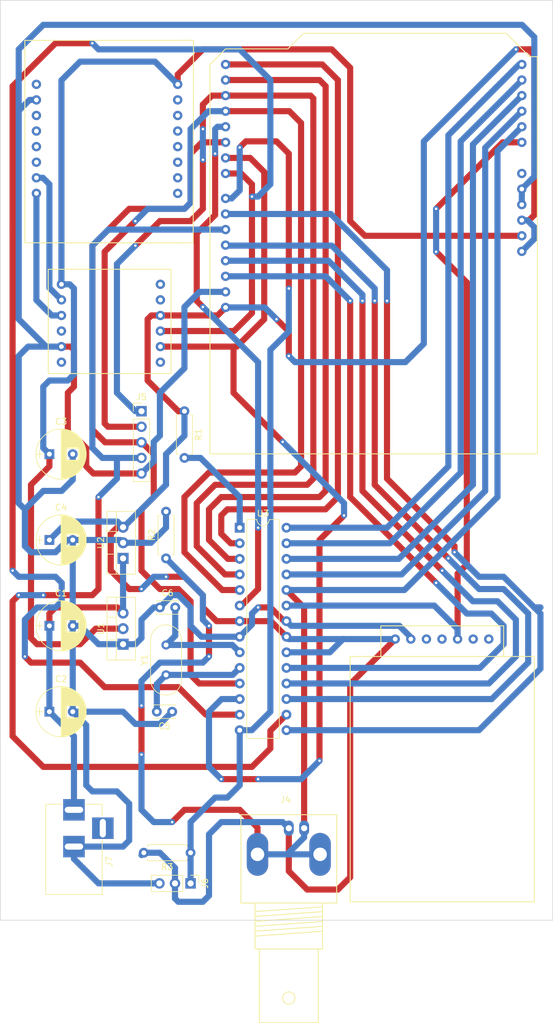
<source format=kicad_pcb>
(kicad_pcb (version 4) (host pcbnew 4.0.7)

  (general
    (links 80)
    (no_connects 0)
    (area 19.949999 19.949999 110.050001 186.975481)
    (thickness 1.6)
    (drawings 4)
    (tracks 537)
    (zones 0)
    (modules 21)
    (nets 51)
  )

  (page USLetter portrait)
  (layers
    (0 F.Cu signal)
    (31 B.Cu signal)
    (32 B.Adhes user)
    (33 F.Adhes user)
    (34 B.Paste user)
    (35 F.Paste user)
    (36 B.SilkS user)
    (37 F.SilkS user)
    (38 B.Mask user)
    (39 F.Mask user)
    (40 Dwgs.User user)
    (41 Cmts.User user)
    (42 Eco1.User user)
    (43 Eco2.User user)
    (44 Edge.Cuts user)
    (45 Margin user)
    (46 B.CrtYd user)
    (47 F.CrtYd user)
    (48 B.Fab user)
    (49 F.Fab user)
  )

  (setup
    (last_trace_width 1)
    (user_trace_width 1)
    (trace_clearance 0.2)
    (zone_clearance 0.508)
    (zone_45_only no)
    (trace_min 0.2)
    (segment_width 0.2)
    (edge_width 0.1)
    (via_size 0.6)
    (via_drill 0.4)
    (via_min_size 0.4)
    (via_min_drill 0.3)
    (uvia_size 0.3)
    (uvia_drill 0.1)
    (uvias_allowed no)
    (uvia_min_size 0.2)
    (uvia_min_drill 0.1)
    (pcb_text_width 0.3)
    (pcb_text_size 1.5 1.5)
    (mod_edge_width 0.15)
    (mod_text_size 1 1)
    (mod_text_width 0.15)
    (pad_size 1.5 1.5)
    (pad_drill 0.6)
    (pad_to_mask_clearance 0)
    (aux_axis_origin 0 0)
    (visible_elements 7FFFFFFF)
    (pcbplotparams
      (layerselection 0x00030_80000001)
      (usegerberextensions false)
      (excludeedgelayer true)
      (linewidth 0.100000)
      (plotframeref false)
      (viasonmask false)
      (mode 1)
      (useauxorigin false)
      (hpglpennumber 1)
      (hpglpenspeed 20)
      (hpglpendiameter 15)
      (hpglpenoverlay 2)
      (psnegative false)
      (psa4output false)
      (plotreference true)
      (plotvalue true)
      (plotinvisibletext false)
      (padsonsilk false)
      (subtractmaskfromsilk false)
      (outputformat 1)
      (mirror false)
      (drillshape 1)
      (scaleselection 1)
      (outputdirectory ""))
  )

  (net 0 "")
  (net 1 +5V)
  (net 2 GND)
  (net 3 VCC_3V3)
  (net 4 VCC_5V)
  (net 5 /CRY2)
  (net 6 /CRY1)
  (net 7 /D0)
  (net 8 /D1)
  (net 9 /D2)
  (net 10 /D3)
  (net 11 /D4)
  (net 12 /D5)
  (net 13 /D6)
  (net 14 /D7)
  (net 15 /D8)
  (net 16 /D9)
  (net 17 /D10)
  (net 18 /D11)
  (net 19 /D12)
  (net 20 /D13)
  (net 21 /A5)
  (net 22 /A4)
  (net 23 /A3)
  (net 24 /A2)
  (net 25 /A1)
  (net 26 /A0)
  (net 27 "Net-(R1-Pad2)")
  (net 28 "Net-(J3-Pad21)")
  (net 29 "Net-(J1-Pad1)")
  (net 30 "Net-(J1-Pad8)")
  (net 31 "Net-(J1-Pad7)")
  (net 32 "Net-(J1-Pad6)")
  (net 33 "Net-(J1-Pad5)")
  (net 34 "Net-(J1-Pad4)")
  (net 35 "Net-(J1-Pad3)")
  (net 36 "Net-(J1-Pad15)")
  (net 37 "Net-(J1-Pad14)")
  (net 38 "Net-(J1-Pad13)")
  (net 39 "Net-(J1-Pad12)")
  (net 40 "Net-(J1-Pad11)")
  (net 41 "Net-(J1-Pad10)")
  (net 42 "Net-(J1-Pad9)")
  (net 43 "Net-(J2-Pad7)")
  (net 44 "Net-(J2-Pad4)")
  (net 45 "Net-(J2-Pad6)")
  (net 46 "Net-(M1-Pad3)")
  (net 47 "Net-(M1-Pad4)")
  (net 48 "Net-(M1-Pad6)")
  (net 49 "Net-(M1-Pad7)")
  (net 50 "Net-(J7-Pad3)")

  (net_class Default "This is the default net class."
    (clearance 0.2)
    (trace_width 0.25)
    (via_dia 0.6)
    (via_drill 0.4)
    (uvia_dia 0.3)
    (uvia_drill 0.1)
    (add_net +5V)
    (add_net /A0)
    (add_net /A1)
    (add_net /A2)
    (add_net /A3)
    (add_net /A4)
    (add_net /A5)
    (add_net /CRY1)
    (add_net /CRY2)
    (add_net /D0)
    (add_net /D1)
    (add_net /D10)
    (add_net /D11)
    (add_net /D12)
    (add_net /D13)
    (add_net /D2)
    (add_net /D3)
    (add_net /D4)
    (add_net /D5)
    (add_net /D6)
    (add_net /D7)
    (add_net /D8)
    (add_net /D9)
    (add_net GND)
    (add_net "Net-(J1-Pad1)")
    (add_net "Net-(J1-Pad10)")
    (add_net "Net-(J1-Pad11)")
    (add_net "Net-(J1-Pad12)")
    (add_net "Net-(J1-Pad13)")
    (add_net "Net-(J1-Pad14)")
    (add_net "Net-(J1-Pad15)")
    (add_net "Net-(J1-Pad3)")
    (add_net "Net-(J1-Pad4)")
    (add_net "Net-(J1-Pad5)")
    (add_net "Net-(J1-Pad6)")
    (add_net "Net-(J1-Pad7)")
    (add_net "Net-(J1-Pad8)")
    (add_net "Net-(J1-Pad9)")
    (add_net "Net-(J2-Pad4)")
    (add_net "Net-(J2-Pad6)")
    (add_net "Net-(J2-Pad7)")
    (add_net "Net-(J3-Pad21)")
    (add_net "Net-(J7-Pad3)")
    (add_net "Net-(M1-Pad3)")
    (add_net "Net-(M1-Pad4)")
    (add_net "Net-(M1-Pad6)")
    (add_net "Net-(M1-Pad7)")
    (add_net "Net-(R1-Pad2)")
    (add_net VCC_3V3)
    (add_net VCC_5V)
  )

  (module Capacitors_THT:CP_Radial_D8.0mm_P3.80mm (layer F.Cu) (tedit 597BC7C2) (tstamp 5AC5DAC3)
    (at 28 122)
    (descr "CP, Radial series, Radial, pin pitch=3.80mm, , diameter=8mm, Electrolytic Capacitor")
    (tags "CP Radial series Radial pin pitch 3.80mm  diameter 8mm Electrolytic Capacitor")
    (path /5A2B988F)
    (fp_text reference C1 (at 1.9 -5.31) (layer F.SilkS)
      (effects (font (size 1 1) (thickness 0.15)))
    )
    (fp_text value 0.33μF (at 1.9 5.31) (layer F.Fab)
      (effects (font (size 1 1) (thickness 0.15)))
    )
    (fp_circle (center 1.9 0) (end 5.9 0) (layer F.Fab) (width 0.1))
    (fp_circle (center 1.9 0) (end 5.99 0) (layer F.SilkS) (width 0.12))
    (fp_line (start -2.2 0) (end -1 0) (layer F.Fab) (width 0.1))
    (fp_line (start -1.6 -0.65) (end -1.6 0.65) (layer F.Fab) (width 0.1))
    (fp_line (start 1.9 -4.05) (end 1.9 4.05) (layer F.SilkS) (width 0.12))
    (fp_line (start 1.94 -4.05) (end 1.94 4.05) (layer F.SilkS) (width 0.12))
    (fp_line (start 1.98 -4.05) (end 1.98 4.05) (layer F.SilkS) (width 0.12))
    (fp_line (start 2.02 -4.049) (end 2.02 4.049) (layer F.SilkS) (width 0.12))
    (fp_line (start 2.06 -4.047) (end 2.06 4.047) (layer F.SilkS) (width 0.12))
    (fp_line (start 2.1 -4.046) (end 2.1 4.046) (layer F.SilkS) (width 0.12))
    (fp_line (start 2.14 -4.043) (end 2.14 4.043) (layer F.SilkS) (width 0.12))
    (fp_line (start 2.18 -4.041) (end 2.18 4.041) (layer F.SilkS) (width 0.12))
    (fp_line (start 2.22 -4.038) (end 2.22 4.038) (layer F.SilkS) (width 0.12))
    (fp_line (start 2.26 -4.035) (end 2.26 4.035) (layer F.SilkS) (width 0.12))
    (fp_line (start 2.3 -4.031) (end 2.3 4.031) (layer F.SilkS) (width 0.12))
    (fp_line (start 2.34 -4.027) (end 2.34 4.027) (layer F.SilkS) (width 0.12))
    (fp_line (start 2.38 -4.022) (end 2.38 4.022) (layer F.SilkS) (width 0.12))
    (fp_line (start 2.42 -4.017) (end 2.42 4.017) (layer F.SilkS) (width 0.12))
    (fp_line (start 2.46 -4.012) (end 2.46 4.012) (layer F.SilkS) (width 0.12))
    (fp_line (start 2.5 -4.006) (end 2.5 4.006) (layer F.SilkS) (width 0.12))
    (fp_line (start 2.54 -4) (end 2.54 4) (layer F.SilkS) (width 0.12))
    (fp_line (start 2.58 -3.994) (end 2.58 3.994) (layer F.SilkS) (width 0.12))
    (fp_line (start 2.621 -3.987) (end 2.621 3.987) (layer F.SilkS) (width 0.12))
    (fp_line (start 2.661 -3.979) (end 2.661 3.979) (layer F.SilkS) (width 0.12))
    (fp_line (start 2.701 -3.971) (end 2.701 3.971) (layer F.SilkS) (width 0.12))
    (fp_line (start 2.741 -3.963) (end 2.741 3.963) (layer F.SilkS) (width 0.12))
    (fp_line (start 2.781 -3.955) (end 2.781 3.955) (layer F.SilkS) (width 0.12))
    (fp_line (start 2.821 -3.946) (end 2.821 -0.98) (layer F.SilkS) (width 0.12))
    (fp_line (start 2.821 0.98) (end 2.821 3.946) (layer F.SilkS) (width 0.12))
    (fp_line (start 2.861 -3.936) (end 2.861 -0.98) (layer F.SilkS) (width 0.12))
    (fp_line (start 2.861 0.98) (end 2.861 3.936) (layer F.SilkS) (width 0.12))
    (fp_line (start 2.901 -3.926) (end 2.901 -0.98) (layer F.SilkS) (width 0.12))
    (fp_line (start 2.901 0.98) (end 2.901 3.926) (layer F.SilkS) (width 0.12))
    (fp_line (start 2.941 -3.916) (end 2.941 -0.98) (layer F.SilkS) (width 0.12))
    (fp_line (start 2.941 0.98) (end 2.941 3.916) (layer F.SilkS) (width 0.12))
    (fp_line (start 2.981 -3.905) (end 2.981 -0.98) (layer F.SilkS) (width 0.12))
    (fp_line (start 2.981 0.98) (end 2.981 3.905) (layer F.SilkS) (width 0.12))
    (fp_line (start 3.021 -3.894) (end 3.021 -0.98) (layer F.SilkS) (width 0.12))
    (fp_line (start 3.021 0.98) (end 3.021 3.894) (layer F.SilkS) (width 0.12))
    (fp_line (start 3.061 -3.883) (end 3.061 -0.98) (layer F.SilkS) (width 0.12))
    (fp_line (start 3.061 0.98) (end 3.061 3.883) (layer F.SilkS) (width 0.12))
    (fp_line (start 3.101 -3.87) (end 3.101 -0.98) (layer F.SilkS) (width 0.12))
    (fp_line (start 3.101 0.98) (end 3.101 3.87) (layer F.SilkS) (width 0.12))
    (fp_line (start 3.141 -3.858) (end 3.141 -0.98) (layer F.SilkS) (width 0.12))
    (fp_line (start 3.141 0.98) (end 3.141 3.858) (layer F.SilkS) (width 0.12))
    (fp_line (start 3.181 -3.845) (end 3.181 -0.98) (layer F.SilkS) (width 0.12))
    (fp_line (start 3.181 0.98) (end 3.181 3.845) (layer F.SilkS) (width 0.12))
    (fp_line (start 3.221 -3.832) (end 3.221 -0.98) (layer F.SilkS) (width 0.12))
    (fp_line (start 3.221 0.98) (end 3.221 3.832) (layer F.SilkS) (width 0.12))
    (fp_line (start 3.261 -3.818) (end 3.261 -0.98) (layer F.SilkS) (width 0.12))
    (fp_line (start 3.261 0.98) (end 3.261 3.818) (layer F.SilkS) (width 0.12))
    (fp_line (start 3.301 -3.803) (end 3.301 -0.98) (layer F.SilkS) (width 0.12))
    (fp_line (start 3.301 0.98) (end 3.301 3.803) (layer F.SilkS) (width 0.12))
    (fp_line (start 3.341 -3.789) (end 3.341 -0.98) (layer F.SilkS) (width 0.12))
    (fp_line (start 3.341 0.98) (end 3.341 3.789) (layer F.SilkS) (width 0.12))
    (fp_line (start 3.381 -3.773) (end 3.381 -0.98) (layer F.SilkS) (width 0.12))
    (fp_line (start 3.381 0.98) (end 3.381 3.773) (layer F.SilkS) (width 0.12))
    (fp_line (start 3.421 -3.758) (end 3.421 -0.98) (layer F.SilkS) (width 0.12))
    (fp_line (start 3.421 0.98) (end 3.421 3.758) (layer F.SilkS) (width 0.12))
    (fp_line (start 3.461 -3.741) (end 3.461 -0.98) (layer F.SilkS) (width 0.12))
    (fp_line (start 3.461 0.98) (end 3.461 3.741) (layer F.SilkS) (width 0.12))
    (fp_line (start 3.501 -3.725) (end 3.501 -0.98) (layer F.SilkS) (width 0.12))
    (fp_line (start 3.501 0.98) (end 3.501 3.725) (layer F.SilkS) (width 0.12))
    (fp_line (start 3.541 -3.707) (end 3.541 -0.98) (layer F.SilkS) (width 0.12))
    (fp_line (start 3.541 0.98) (end 3.541 3.707) (layer F.SilkS) (width 0.12))
    (fp_line (start 3.581 -3.69) (end 3.581 -0.98) (layer F.SilkS) (width 0.12))
    (fp_line (start 3.581 0.98) (end 3.581 3.69) (layer F.SilkS) (width 0.12))
    (fp_line (start 3.621 -3.671) (end 3.621 -0.98) (layer F.SilkS) (width 0.12))
    (fp_line (start 3.621 0.98) (end 3.621 3.671) (layer F.SilkS) (width 0.12))
    (fp_line (start 3.661 -3.652) (end 3.661 -0.98) (layer F.SilkS) (width 0.12))
    (fp_line (start 3.661 0.98) (end 3.661 3.652) (layer F.SilkS) (width 0.12))
    (fp_line (start 3.701 -3.633) (end 3.701 -0.98) (layer F.SilkS) (width 0.12))
    (fp_line (start 3.701 0.98) (end 3.701 3.633) (layer F.SilkS) (width 0.12))
    (fp_line (start 3.741 -3.613) (end 3.741 -0.98) (layer F.SilkS) (width 0.12))
    (fp_line (start 3.741 0.98) (end 3.741 3.613) (layer F.SilkS) (width 0.12))
    (fp_line (start 3.781 -3.593) (end 3.781 -0.98) (layer F.SilkS) (width 0.12))
    (fp_line (start 3.781 0.98) (end 3.781 3.593) (layer F.SilkS) (width 0.12))
    (fp_line (start 3.821 -3.572) (end 3.821 -0.98) (layer F.SilkS) (width 0.12))
    (fp_line (start 3.821 0.98) (end 3.821 3.572) (layer F.SilkS) (width 0.12))
    (fp_line (start 3.861 -3.55) (end 3.861 -0.98) (layer F.SilkS) (width 0.12))
    (fp_line (start 3.861 0.98) (end 3.861 3.55) (layer F.SilkS) (width 0.12))
    (fp_line (start 3.901 -3.528) (end 3.901 -0.98) (layer F.SilkS) (width 0.12))
    (fp_line (start 3.901 0.98) (end 3.901 3.528) (layer F.SilkS) (width 0.12))
    (fp_line (start 3.941 -3.505) (end 3.941 -0.98) (layer F.SilkS) (width 0.12))
    (fp_line (start 3.941 0.98) (end 3.941 3.505) (layer F.SilkS) (width 0.12))
    (fp_line (start 3.981 -3.482) (end 3.981 -0.98) (layer F.SilkS) (width 0.12))
    (fp_line (start 3.981 0.98) (end 3.981 3.482) (layer F.SilkS) (width 0.12))
    (fp_line (start 4.021 -3.458) (end 4.021 -0.98) (layer F.SilkS) (width 0.12))
    (fp_line (start 4.021 0.98) (end 4.021 3.458) (layer F.SilkS) (width 0.12))
    (fp_line (start 4.061 -3.434) (end 4.061 -0.98) (layer F.SilkS) (width 0.12))
    (fp_line (start 4.061 0.98) (end 4.061 3.434) (layer F.SilkS) (width 0.12))
    (fp_line (start 4.101 -3.408) (end 4.101 -0.98) (layer F.SilkS) (width 0.12))
    (fp_line (start 4.101 0.98) (end 4.101 3.408) (layer F.SilkS) (width 0.12))
    (fp_line (start 4.141 -3.383) (end 4.141 -0.98) (layer F.SilkS) (width 0.12))
    (fp_line (start 4.141 0.98) (end 4.141 3.383) (layer F.SilkS) (width 0.12))
    (fp_line (start 4.181 -3.356) (end 4.181 -0.98) (layer F.SilkS) (width 0.12))
    (fp_line (start 4.181 0.98) (end 4.181 3.356) (layer F.SilkS) (width 0.12))
    (fp_line (start 4.221 -3.329) (end 4.221 -0.98) (layer F.SilkS) (width 0.12))
    (fp_line (start 4.221 0.98) (end 4.221 3.329) (layer F.SilkS) (width 0.12))
    (fp_line (start 4.261 -3.301) (end 4.261 -0.98) (layer F.SilkS) (width 0.12))
    (fp_line (start 4.261 0.98) (end 4.261 3.301) (layer F.SilkS) (width 0.12))
    (fp_line (start 4.301 -3.272) (end 4.301 -0.98) (layer F.SilkS) (width 0.12))
    (fp_line (start 4.301 0.98) (end 4.301 3.272) (layer F.SilkS) (width 0.12))
    (fp_line (start 4.341 -3.243) (end 4.341 -0.98) (layer F.SilkS) (width 0.12))
    (fp_line (start 4.341 0.98) (end 4.341 3.243) (layer F.SilkS) (width 0.12))
    (fp_line (start 4.381 -3.213) (end 4.381 -0.98) (layer F.SilkS) (width 0.12))
    (fp_line (start 4.381 0.98) (end 4.381 3.213) (layer F.SilkS) (width 0.12))
    (fp_line (start 4.421 -3.182) (end 4.421 -0.98) (layer F.SilkS) (width 0.12))
    (fp_line (start 4.421 0.98) (end 4.421 3.182) (layer F.SilkS) (width 0.12))
    (fp_line (start 4.461 -3.15) (end 4.461 -0.98) (layer F.SilkS) (width 0.12))
    (fp_line (start 4.461 0.98) (end 4.461 3.15) (layer F.SilkS) (width 0.12))
    (fp_line (start 4.501 -3.118) (end 4.501 -0.98) (layer F.SilkS) (width 0.12))
    (fp_line (start 4.501 0.98) (end 4.501 3.118) (layer F.SilkS) (width 0.12))
    (fp_line (start 4.541 -3.084) (end 4.541 -0.98) (layer F.SilkS) (width 0.12))
    (fp_line (start 4.541 0.98) (end 4.541 3.084) (layer F.SilkS) (width 0.12))
    (fp_line (start 4.581 -3.05) (end 4.581 -0.98) (layer F.SilkS) (width 0.12))
    (fp_line (start 4.581 0.98) (end 4.581 3.05) (layer F.SilkS) (width 0.12))
    (fp_line (start 4.621 -3.015) (end 4.621 -0.98) (layer F.SilkS) (width 0.12))
    (fp_line (start 4.621 0.98) (end 4.621 3.015) (layer F.SilkS) (width 0.12))
    (fp_line (start 4.661 -2.979) (end 4.661 -0.98) (layer F.SilkS) (width 0.12))
    (fp_line (start 4.661 0.98) (end 4.661 2.979) (layer F.SilkS) (width 0.12))
    (fp_line (start 4.701 -2.942) (end 4.701 -0.98) (layer F.SilkS) (width 0.12))
    (fp_line (start 4.701 0.98) (end 4.701 2.942) (layer F.SilkS) (width 0.12))
    (fp_line (start 4.741 -2.904) (end 4.741 -0.98) (layer F.SilkS) (width 0.12))
    (fp_line (start 4.741 0.98) (end 4.741 2.904) (layer F.SilkS) (width 0.12))
    (fp_line (start 4.781 -2.865) (end 4.781 2.865) (layer F.SilkS) (width 0.12))
    (fp_line (start 4.821 -2.824) (end 4.821 2.824) (layer F.SilkS) (width 0.12))
    (fp_line (start 4.861 -2.783) (end 4.861 2.783) (layer F.SilkS) (width 0.12))
    (fp_line (start 4.901 -2.74) (end 4.901 2.74) (layer F.SilkS) (width 0.12))
    (fp_line (start 4.941 -2.697) (end 4.941 2.697) (layer F.SilkS) (width 0.12))
    (fp_line (start 4.981 -2.652) (end 4.981 2.652) (layer F.SilkS) (width 0.12))
    (fp_line (start 5.021 -2.605) (end 5.021 2.605) (layer F.SilkS) (width 0.12))
    (fp_line (start 5.061 -2.557) (end 5.061 2.557) (layer F.SilkS) (width 0.12))
    (fp_line (start 5.101 -2.508) (end 5.101 2.508) (layer F.SilkS) (width 0.12))
    (fp_line (start 5.141 -2.457) (end 5.141 2.457) (layer F.SilkS) (width 0.12))
    (fp_line (start 5.181 -2.404) (end 5.181 2.404) (layer F.SilkS) (width 0.12))
    (fp_line (start 5.221 -2.349) (end 5.221 2.349) (layer F.SilkS) (width 0.12))
    (fp_line (start 5.261 -2.293) (end 5.261 2.293) (layer F.SilkS) (width 0.12))
    (fp_line (start 5.301 -2.234) (end 5.301 2.234) (layer F.SilkS) (width 0.12))
    (fp_line (start 5.341 -2.173) (end 5.341 2.173) (layer F.SilkS) (width 0.12))
    (fp_line (start 5.381 -2.109) (end 5.381 2.109) (layer F.SilkS) (width 0.12))
    (fp_line (start 5.421 -2.043) (end 5.421 2.043) (layer F.SilkS) (width 0.12))
    (fp_line (start 5.461 -1.974) (end 5.461 1.974) (layer F.SilkS) (width 0.12))
    (fp_line (start 5.501 -1.902) (end 5.501 1.902) (layer F.SilkS) (width 0.12))
    (fp_line (start 5.541 -1.826) (end 5.541 1.826) (layer F.SilkS) (width 0.12))
    (fp_line (start 5.581 -1.745) (end 5.581 1.745) (layer F.SilkS) (width 0.12))
    (fp_line (start 5.621 -1.66) (end 5.621 1.66) (layer F.SilkS) (width 0.12))
    (fp_line (start 5.661 -1.57) (end 5.661 1.57) (layer F.SilkS) (width 0.12))
    (fp_line (start 5.701 -1.473) (end 5.701 1.473) (layer F.SilkS) (width 0.12))
    (fp_line (start 5.741 -1.369) (end 5.741 1.369) (layer F.SilkS) (width 0.12))
    (fp_line (start 5.781 -1.254) (end 5.781 1.254) (layer F.SilkS) (width 0.12))
    (fp_line (start 5.821 -1.127) (end 5.821 1.127) (layer F.SilkS) (width 0.12))
    (fp_line (start 5.861 -0.983) (end 5.861 0.983) (layer F.SilkS) (width 0.12))
    (fp_line (start 5.901 -0.814) (end 5.901 0.814) (layer F.SilkS) (width 0.12))
    (fp_line (start 5.941 -0.598) (end 5.941 0.598) (layer F.SilkS) (width 0.12))
    (fp_line (start 5.981 -0.246) (end 5.981 0.246) (layer F.SilkS) (width 0.12))
    (fp_line (start -2.2 0) (end -1 0) (layer F.SilkS) (width 0.12))
    (fp_line (start -1.6 -0.65) (end -1.6 0.65) (layer F.SilkS) (width 0.12))
    (fp_line (start -2.45 -4.35) (end -2.45 4.35) (layer F.CrtYd) (width 0.05))
    (fp_line (start -2.45 4.35) (end 6.25 4.35) (layer F.CrtYd) (width 0.05))
    (fp_line (start 6.25 4.35) (end 6.25 -4.35) (layer F.CrtYd) (width 0.05))
    (fp_line (start 6.25 -4.35) (end -2.45 -4.35) (layer F.CrtYd) (width 0.05))
    (fp_text user %R (at 1.9 0) (layer F.Fab)
      (effects (font (size 1 1) (thickness 0.15)))
    )
    (pad 1 thru_hole rect (at 0 0) (size 1.6 1.6) (drill 0.8) (layers *.Cu *.Mask)
      (net 1 +5V))
    (pad 2 thru_hole circle (at 3.8 0) (size 1.6 1.6) (drill 0.8) (layers *.Cu *.Mask)
      (net 2 GND))
    (model ${KISYS3DMOD}/Capacitors_THT.3dshapes/CP_Radial_D8.0mm_P3.80mm.wrl
      (at (xyz 0 0 0))
      (scale (xyz 1 1 1))
      (rotate (xyz 0 0 0))
    )
  )

  (module Capacitors_THT:CP_Radial_D8.0mm_P3.80mm (layer F.Cu) (tedit 597BC7C2) (tstamp 5AC5DAC9)
    (at 28 136)
    (descr "CP, Radial series, Radial, pin pitch=3.80mm, , diameter=8mm, Electrolytic Capacitor")
    (tags "CP Radial series Radial pin pitch 3.80mm  diameter 8mm Electrolytic Capacitor")
    (path /5A2B96DB)
    (fp_text reference C2 (at 1.9 -5.31) (layer F.SilkS)
      (effects (font (size 1 1) (thickness 0.15)))
    )
    (fp_text value 0.33μF (at 1.9 5.31) (layer F.Fab)
      (effects (font (size 1 1) (thickness 0.15)))
    )
    (fp_circle (center 1.9 0) (end 5.9 0) (layer F.Fab) (width 0.1))
    (fp_circle (center 1.9 0) (end 5.99 0) (layer F.SilkS) (width 0.12))
    (fp_line (start -2.2 0) (end -1 0) (layer F.Fab) (width 0.1))
    (fp_line (start -1.6 -0.65) (end -1.6 0.65) (layer F.Fab) (width 0.1))
    (fp_line (start 1.9 -4.05) (end 1.9 4.05) (layer F.SilkS) (width 0.12))
    (fp_line (start 1.94 -4.05) (end 1.94 4.05) (layer F.SilkS) (width 0.12))
    (fp_line (start 1.98 -4.05) (end 1.98 4.05) (layer F.SilkS) (width 0.12))
    (fp_line (start 2.02 -4.049) (end 2.02 4.049) (layer F.SilkS) (width 0.12))
    (fp_line (start 2.06 -4.047) (end 2.06 4.047) (layer F.SilkS) (width 0.12))
    (fp_line (start 2.1 -4.046) (end 2.1 4.046) (layer F.SilkS) (width 0.12))
    (fp_line (start 2.14 -4.043) (end 2.14 4.043) (layer F.SilkS) (width 0.12))
    (fp_line (start 2.18 -4.041) (end 2.18 4.041) (layer F.SilkS) (width 0.12))
    (fp_line (start 2.22 -4.038) (end 2.22 4.038) (layer F.SilkS) (width 0.12))
    (fp_line (start 2.26 -4.035) (end 2.26 4.035) (layer F.SilkS) (width 0.12))
    (fp_line (start 2.3 -4.031) (end 2.3 4.031) (layer F.SilkS) (width 0.12))
    (fp_line (start 2.34 -4.027) (end 2.34 4.027) (layer F.SilkS) (width 0.12))
    (fp_line (start 2.38 -4.022) (end 2.38 4.022) (layer F.SilkS) (width 0.12))
    (fp_line (start 2.42 -4.017) (end 2.42 4.017) (layer F.SilkS) (width 0.12))
    (fp_line (start 2.46 -4.012) (end 2.46 4.012) (layer F.SilkS) (width 0.12))
    (fp_line (start 2.5 -4.006) (end 2.5 4.006) (layer F.SilkS) (width 0.12))
    (fp_line (start 2.54 -4) (end 2.54 4) (layer F.SilkS) (width 0.12))
    (fp_line (start 2.58 -3.994) (end 2.58 3.994) (layer F.SilkS) (width 0.12))
    (fp_line (start 2.621 -3.987) (end 2.621 3.987) (layer F.SilkS) (width 0.12))
    (fp_line (start 2.661 -3.979) (end 2.661 3.979) (layer F.SilkS) (width 0.12))
    (fp_line (start 2.701 -3.971) (end 2.701 3.971) (layer F.SilkS) (width 0.12))
    (fp_line (start 2.741 -3.963) (end 2.741 3.963) (layer F.SilkS) (width 0.12))
    (fp_line (start 2.781 -3.955) (end 2.781 3.955) (layer F.SilkS) (width 0.12))
    (fp_line (start 2.821 -3.946) (end 2.821 -0.98) (layer F.SilkS) (width 0.12))
    (fp_line (start 2.821 0.98) (end 2.821 3.946) (layer F.SilkS) (width 0.12))
    (fp_line (start 2.861 -3.936) (end 2.861 -0.98) (layer F.SilkS) (width 0.12))
    (fp_line (start 2.861 0.98) (end 2.861 3.936) (layer F.SilkS) (width 0.12))
    (fp_line (start 2.901 -3.926) (end 2.901 -0.98) (layer F.SilkS) (width 0.12))
    (fp_line (start 2.901 0.98) (end 2.901 3.926) (layer F.SilkS) (width 0.12))
    (fp_line (start 2.941 -3.916) (end 2.941 -0.98) (layer F.SilkS) (width 0.12))
    (fp_line (start 2.941 0.98) (end 2.941 3.916) (layer F.SilkS) (width 0.12))
    (fp_line (start 2.981 -3.905) (end 2.981 -0.98) (layer F.SilkS) (width 0.12))
    (fp_line (start 2.981 0.98) (end 2.981 3.905) (layer F.SilkS) (width 0.12))
    (fp_line (start 3.021 -3.894) (end 3.021 -0.98) (layer F.SilkS) (width 0.12))
    (fp_line (start 3.021 0.98) (end 3.021 3.894) (layer F.SilkS) (width 0.12))
    (fp_line (start 3.061 -3.883) (end 3.061 -0.98) (layer F.SilkS) (width 0.12))
    (fp_line (start 3.061 0.98) (end 3.061 3.883) (layer F.SilkS) (width 0.12))
    (fp_line (start 3.101 -3.87) (end 3.101 -0.98) (layer F.SilkS) (width 0.12))
    (fp_line (start 3.101 0.98) (end 3.101 3.87) (layer F.SilkS) (width 0.12))
    (fp_line (start 3.141 -3.858) (end 3.141 -0.98) (layer F.SilkS) (width 0.12))
    (fp_line (start 3.141 0.98) (end 3.141 3.858) (layer F.SilkS) (width 0.12))
    (fp_line (start 3.181 -3.845) (end 3.181 -0.98) (layer F.SilkS) (width 0.12))
    (fp_line (start 3.181 0.98) (end 3.181 3.845) (layer F.SilkS) (width 0.12))
    (fp_line (start 3.221 -3.832) (end 3.221 -0.98) (layer F.SilkS) (width 0.12))
    (fp_line (start 3.221 0.98) (end 3.221 3.832) (layer F.SilkS) (width 0.12))
    (fp_line (start 3.261 -3.818) (end 3.261 -0.98) (layer F.SilkS) (width 0.12))
    (fp_line (start 3.261 0.98) (end 3.261 3.818) (layer F.SilkS) (width 0.12))
    (fp_line (start 3.301 -3.803) (end 3.301 -0.98) (layer F.SilkS) (width 0.12))
    (fp_line (start 3.301 0.98) (end 3.301 3.803) (layer F.SilkS) (width 0.12))
    (fp_line (start 3.341 -3.789) (end 3.341 -0.98) (layer F.SilkS) (width 0.12))
    (fp_line (start 3.341 0.98) (end 3.341 3.789) (layer F.SilkS) (width 0.12))
    (fp_line (start 3.381 -3.773) (end 3.381 -0.98) (layer F.SilkS) (width 0.12))
    (fp_line (start 3.381 0.98) (end 3.381 3.773) (layer F.SilkS) (width 0.12))
    (fp_line (start 3.421 -3.758) (end 3.421 -0.98) (layer F.SilkS) (width 0.12))
    (fp_line (start 3.421 0.98) (end 3.421 3.758) (layer F.SilkS) (width 0.12))
    (fp_line (start 3.461 -3.741) (end 3.461 -0.98) (layer F.SilkS) (width 0.12))
    (fp_line (start 3.461 0.98) (end 3.461 3.741) (layer F.SilkS) (width 0.12))
    (fp_line (start 3.501 -3.725) (end 3.501 -0.98) (layer F.SilkS) (width 0.12))
    (fp_line (start 3.501 0.98) (end 3.501 3.725) (layer F.SilkS) (width 0.12))
    (fp_line (start 3.541 -3.707) (end 3.541 -0.98) (layer F.SilkS) (width 0.12))
    (fp_line (start 3.541 0.98) (end 3.541 3.707) (layer F.SilkS) (width 0.12))
    (fp_line (start 3.581 -3.69) (end 3.581 -0.98) (layer F.SilkS) (width 0.12))
    (fp_line (start 3.581 0.98) (end 3.581 3.69) (layer F.SilkS) (width 0.12))
    (fp_line (start 3.621 -3.671) (end 3.621 -0.98) (layer F.SilkS) (width 0.12))
    (fp_line (start 3.621 0.98) (end 3.621 3.671) (layer F.SilkS) (width 0.12))
    (fp_line (start 3.661 -3.652) (end 3.661 -0.98) (layer F.SilkS) (width 0.12))
    (fp_line (start 3.661 0.98) (end 3.661 3.652) (layer F.SilkS) (width 0.12))
    (fp_line (start 3.701 -3.633) (end 3.701 -0.98) (layer F.SilkS) (width 0.12))
    (fp_line (start 3.701 0.98) (end 3.701 3.633) (layer F.SilkS) (width 0.12))
    (fp_line (start 3.741 -3.613) (end 3.741 -0.98) (layer F.SilkS) (width 0.12))
    (fp_line (start 3.741 0.98) (end 3.741 3.613) (layer F.SilkS) (width 0.12))
    (fp_line (start 3.781 -3.593) (end 3.781 -0.98) (layer F.SilkS) (width 0.12))
    (fp_line (start 3.781 0.98) (end 3.781 3.593) (layer F.SilkS) (width 0.12))
    (fp_line (start 3.821 -3.572) (end 3.821 -0.98) (layer F.SilkS) (width 0.12))
    (fp_line (start 3.821 0.98) (end 3.821 3.572) (layer F.SilkS) (width 0.12))
    (fp_line (start 3.861 -3.55) (end 3.861 -0.98) (layer F.SilkS) (width 0.12))
    (fp_line (start 3.861 0.98) (end 3.861 3.55) (layer F.SilkS) (width 0.12))
    (fp_line (start 3.901 -3.528) (end 3.901 -0.98) (layer F.SilkS) (width 0.12))
    (fp_line (start 3.901 0.98) (end 3.901 3.528) (layer F.SilkS) (width 0.12))
    (fp_line (start 3.941 -3.505) (end 3.941 -0.98) (layer F.SilkS) (width 0.12))
    (fp_line (start 3.941 0.98) (end 3.941 3.505) (layer F.SilkS) (width 0.12))
    (fp_line (start 3.981 -3.482) (end 3.981 -0.98) (layer F.SilkS) (width 0.12))
    (fp_line (start 3.981 0.98) (end 3.981 3.482) (layer F.SilkS) (width 0.12))
    (fp_line (start 4.021 -3.458) (end 4.021 -0.98) (layer F.SilkS) (width 0.12))
    (fp_line (start 4.021 0.98) (end 4.021 3.458) (layer F.SilkS) (width 0.12))
    (fp_line (start 4.061 -3.434) (end 4.061 -0.98) (layer F.SilkS) (width 0.12))
    (fp_line (start 4.061 0.98) (end 4.061 3.434) (layer F.SilkS) (width 0.12))
    (fp_line (start 4.101 -3.408) (end 4.101 -0.98) (layer F.SilkS) (width 0.12))
    (fp_line (start 4.101 0.98) (end 4.101 3.408) (layer F.SilkS) (width 0.12))
    (fp_line (start 4.141 -3.383) (end 4.141 -0.98) (layer F.SilkS) (width 0.12))
    (fp_line (start 4.141 0.98) (end 4.141 3.383) (layer F.SilkS) (width 0.12))
    (fp_line (start 4.181 -3.356) (end 4.181 -0.98) (layer F.SilkS) (width 0.12))
    (fp_line (start 4.181 0.98) (end 4.181 3.356) (layer F.SilkS) (width 0.12))
    (fp_line (start 4.221 -3.329) (end 4.221 -0.98) (layer F.SilkS) (width 0.12))
    (fp_line (start 4.221 0.98) (end 4.221 3.329) (layer F.SilkS) (width 0.12))
    (fp_line (start 4.261 -3.301) (end 4.261 -0.98) (layer F.SilkS) (width 0.12))
    (fp_line (start 4.261 0.98) (end 4.261 3.301) (layer F.SilkS) (width 0.12))
    (fp_line (start 4.301 -3.272) (end 4.301 -0.98) (layer F.SilkS) (width 0.12))
    (fp_line (start 4.301 0.98) (end 4.301 3.272) (layer F.SilkS) (width 0.12))
    (fp_line (start 4.341 -3.243) (end 4.341 -0.98) (layer F.SilkS) (width 0.12))
    (fp_line (start 4.341 0.98) (end 4.341 3.243) (layer F.SilkS) (width 0.12))
    (fp_line (start 4.381 -3.213) (end 4.381 -0.98) (layer F.SilkS) (width 0.12))
    (fp_line (start 4.381 0.98) (end 4.381 3.213) (layer F.SilkS) (width 0.12))
    (fp_line (start 4.421 -3.182) (end 4.421 -0.98) (layer F.SilkS) (width 0.12))
    (fp_line (start 4.421 0.98) (end 4.421 3.182) (layer F.SilkS) (width 0.12))
    (fp_line (start 4.461 -3.15) (end 4.461 -0.98) (layer F.SilkS) (width 0.12))
    (fp_line (start 4.461 0.98) (end 4.461 3.15) (layer F.SilkS) (width 0.12))
    (fp_line (start 4.501 -3.118) (end 4.501 -0.98) (layer F.SilkS) (width 0.12))
    (fp_line (start 4.501 0.98) (end 4.501 3.118) (layer F.SilkS) (width 0.12))
    (fp_line (start 4.541 -3.084) (end 4.541 -0.98) (layer F.SilkS) (width 0.12))
    (fp_line (start 4.541 0.98) (end 4.541 3.084) (layer F.SilkS) (width 0.12))
    (fp_line (start 4.581 -3.05) (end 4.581 -0.98) (layer F.SilkS) (width 0.12))
    (fp_line (start 4.581 0.98) (end 4.581 3.05) (layer F.SilkS) (width 0.12))
    (fp_line (start 4.621 -3.015) (end 4.621 -0.98) (layer F.SilkS) (width 0.12))
    (fp_line (start 4.621 0.98) (end 4.621 3.015) (layer F.SilkS) (width 0.12))
    (fp_line (start 4.661 -2.979) (end 4.661 -0.98) (layer F.SilkS) (width 0.12))
    (fp_line (start 4.661 0.98) (end 4.661 2.979) (layer F.SilkS) (width 0.12))
    (fp_line (start 4.701 -2.942) (end 4.701 -0.98) (layer F.SilkS) (width 0.12))
    (fp_line (start 4.701 0.98) (end 4.701 2.942) (layer F.SilkS) (width 0.12))
    (fp_line (start 4.741 -2.904) (end 4.741 -0.98) (layer F.SilkS) (width 0.12))
    (fp_line (start 4.741 0.98) (end 4.741 2.904) (layer F.SilkS) (width 0.12))
    (fp_line (start 4.781 -2.865) (end 4.781 2.865) (layer F.SilkS) (width 0.12))
    (fp_line (start 4.821 -2.824) (end 4.821 2.824) (layer F.SilkS) (width 0.12))
    (fp_line (start 4.861 -2.783) (end 4.861 2.783) (layer F.SilkS) (width 0.12))
    (fp_line (start 4.901 -2.74) (end 4.901 2.74) (layer F.SilkS) (width 0.12))
    (fp_line (start 4.941 -2.697) (end 4.941 2.697) (layer F.SilkS) (width 0.12))
    (fp_line (start 4.981 -2.652) (end 4.981 2.652) (layer F.SilkS) (width 0.12))
    (fp_line (start 5.021 -2.605) (end 5.021 2.605) (layer F.SilkS) (width 0.12))
    (fp_line (start 5.061 -2.557) (end 5.061 2.557) (layer F.SilkS) (width 0.12))
    (fp_line (start 5.101 -2.508) (end 5.101 2.508) (layer F.SilkS) (width 0.12))
    (fp_line (start 5.141 -2.457) (end 5.141 2.457) (layer F.SilkS) (width 0.12))
    (fp_line (start 5.181 -2.404) (end 5.181 2.404) (layer F.SilkS) (width 0.12))
    (fp_line (start 5.221 -2.349) (end 5.221 2.349) (layer F.SilkS) (width 0.12))
    (fp_line (start 5.261 -2.293) (end 5.261 2.293) (layer F.SilkS) (width 0.12))
    (fp_line (start 5.301 -2.234) (end 5.301 2.234) (layer F.SilkS) (width 0.12))
    (fp_line (start 5.341 -2.173) (end 5.341 2.173) (layer F.SilkS) (width 0.12))
    (fp_line (start 5.381 -2.109) (end 5.381 2.109) (layer F.SilkS) (width 0.12))
    (fp_line (start 5.421 -2.043) (end 5.421 2.043) (layer F.SilkS) (width 0.12))
    (fp_line (start 5.461 -1.974) (end 5.461 1.974) (layer F.SilkS) (width 0.12))
    (fp_line (start 5.501 -1.902) (end 5.501 1.902) (layer F.SilkS) (width 0.12))
    (fp_line (start 5.541 -1.826) (end 5.541 1.826) (layer F.SilkS) (width 0.12))
    (fp_line (start 5.581 -1.745) (end 5.581 1.745) (layer F.SilkS) (width 0.12))
    (fp_line (start 5.621 -1.66) (end 5.621 1.66) (layer F.SilkS) (width 0.12))
    (fp_line (start 5.661 -1.57) (end 5.661 1.57) (layer F.SilkS) (width 0.12))
    (fp_line (start 5.701 -1.473) (end 5.701 1.473) (layer F.SilkS) (width 0.12))
    (fp_line (start 5.741 -1.369) (end 5.741 1.369) (layer F.SilkS) (width 0.12))
    (fp_line (start 5.781 -1.254) (end 5.781 1.254) (layer F.SilkS) (width 0.12))
    (fp_line (start 5.821 -1.127) (end 5.821 1.127) (layer F.SilkS) (width 0.12))
    (fp_line (start 5.861 -0.983) (end 5.861 0.983) (layer F.SilkS) (width 0.12))
    (fp_line (start 5.901 -0.814) (end 5.901 0.814) (layer F.SilkS) (width 0.12))
    (fp_line (start 5.941 -0.598) (end 5.941 0.598) (layer F.SilkS) (width 0.12))
    (fp_line (start 5.981 -0.246) (end 5.981 0.246) (layer F.SilkS) (width 0.12))
    (fp_line (start -2.2 0) (end -1 0) (layer F.SilkS) (width 0.12))
    (fp_line (start -1.6 -0.65) (end -1.6 0.65) (layer F.SilkS) (width 0.12))
    (fp_line (start -2.45 -4.35) (end -2.45 4.35) (layer F.CrtYd) (width 0.05))
    (fp_line (start -2.45 4.35) (end 6.25 4.35) (layer F.CrtYd) (width 0.05))
    (fp_line (start 6.25 4.35) (end 6.25 -4.35) (layer F.CrtYd) (width 0.05))
    (fp_line (start 6.25 -4.35) (end -2.45 -4.35) (layer F.CrtYd) (width 0.05))
    (fp_text user %R (at 1.9 0) (layer F.Fab)
      (effects (font (size 1 1) (thickness 0.15)))
    )
    (pad 1 thru_hole rect (at 0 0) (size 1.6 1.6) (drill 0.8) (layers *.Cu *.Mask)
      (net 1 +5V))
    (pad 2 thru_hole circle (at 3.8 0) (size 1.6 1.6) (drill 0.8) (layers *.Cu *.Mask)
      (net 2 GND))
    (model ${KISYS3DMOD}/Capacitors_THT.3dshapes/CP_Radial_D8.0mm_P3.80mm.wrl
      (at (xyz 0 0 0))
      (scale (xyz 1 1 1))
      (rotate (xyz 0 0 0))
    )
  )

  (module Capacitors_THT:CP_Radial_D8.0mm_P3.80mm (layer F.Cu) (tedit 597BC7C2) (tstamp 5AC5DACF)
    (at 28 94)
    (descr "CP, Radial series, Radial, pin pitch=3.80mm, , diameter=8mm, Electrolytic Capacitor")
    (tags "CP Radial series Radial pin pitch 3.80mm  diameter 8mm Electrolytic Capacitor")
    (path /5A2B98F9)
    (fp_text reference C3 (at 1.9 -5.31) (layer F.SilkS)
      (effects (font (size 1 1) (thickness 0.15)))
    )
    (fp_text value 0.33μF (at 1.9 5.31) (layer F.Fab)
      (effects (font (size 1 1) (thickness 0.15)))
    )
    (fp_circle (center 1.9 0) (end 5.9 0) (layer F.Fab) (width 0.1))
    (fp_circle (center 1.9 0) (end 5.99 0) (layer F.SilkS) (width 0.12))
    (fp_line (start -2.2 0) (end -1 0) (layer F.Fab) (width 0.1))
    (fp_line (start -1.6 -0.65) (end -1.6 0.65) (layer F.Fab) (width 0.1))
    (fp_line (start 1.9 -4.05) (end 1.9 4.05) (layer F.SilkS) (width 0.12))
    (fp_line (start 1.94 -4.05) (end 1.94 4.05) (layer F.SilkS) (width 0.12))
    (fp_line (start 1.98 -4.05) (end 1.98 4.05) (layer F.SilkS) (width 0.12))
    (fp_line (start 2.02 -4.049) (end 2.02 4.049) (layer F.SilkS) (width 0.12))
    (fp_line (start 2.06 -4.047) (end 2.06 4.047) (layer F.SilkS) (width 0.12))
    (fp_line (start 2.1 -4.046) (end 2.1 4.046) (layer F.SilkS) (width 0.12))
    (fp_line (start 2.14 -4.043) (end 2.14 4.043) (layer F.SilkS) (width 0.12))
    (fp_line (start 2.18 -4.041) (end 2.18 4.041) (layer F.SilkS) (width 0.12))
    (fp_line (start 2.22 -4.038) (end 2.22 4.038) (layer F.SilkS) (width 0.12))
    (fp_line (start 2.26 -4.035) (end 2.26 4.035) (layer F.SilkS) (width 0.12))
    (fp_line (start 2.3 -4.031) (end 2.3 4.031) (layer F.SilkS) (width 0.12))
    (fp_line (start 2.34 -4.027) (end 2.34 4.027) (layer F.SilkS) (width 0.12))
    (fp_line (start 2.38 -4.022) (end 2.38 4.022) (layer F.SilkS) (width 0.12))
    (fp_line (start 2.42 -4.017) (end 2.42 4.017) (layer F.SilkS) (width 0.12))
    (fp_line (start 2.46 -4.012) (end 2.46 4.012) (layer F.SilkS) (width 0.12))
    (fp_line (start 2.5 -4.006) (end 2.5 4.006) (layer F.SilkS) (width 0.12))
    (fp_line (start 2.54 -4) (end 2.54 4) (layer F.SilkS) (width 0.12))
    (fp_line (start 2.58 -3.994) (end 2.58 3.994) (layer F.SilkS) (width 0.12))
    (fp_line (start 2.621 -3.987) (end 2.621 3.987) (layer F.SilkS) (width 0.12))
    (fp_line (start 2.661 -3.979) (end 2.661 3.979) (layer F.SilkS) (width 0.12))
    (fp_line (start 2.701 -3.971) (end 2.701 3.971) (layer F.SilkS) (width 0.12))
    (fp_line (start 2.741 -3.963) (end 2.741 3.963) (layer F.SilkS) (width 0.12))
    (fp_line (start 2.781 -3.955) (end 2.781 3.955) (layer F.SilkS) (width 0.12))
    (fp_line (start 2.821 -3.946) (end 2.821 -0.98) (layer F.SilkS) (width 0.12))
    (fp_line (start 2.821 0.98) (end 2.821 3.946) (layer F.SilkS) (width 0.12))
    (fp_line (start 2.861 -3.936) (end 2.861 -0.98) (layer F.SilkS) (width 0.12))
    (fp_line (start 2.861 0.98) (end 2.861 3.936) (layer F.SilkS) (width 0.12))
    (fp_line (start 2.901 -3.926) (end 2.901 -0.98) (layer F.SilkS) (width 0.12))
    (fp_line (start 2.901 0.98) (end 2.901 3.926) (layer F.SilkS) (width 0.12))
    (fp_line (start 2.941 -3.916) (end 2.941 -0.98) (layer F.SilkS) (width 0.12))
    (fp_line (start 2.941 0.98) (end 2.941 3.916) (layer F.SilkS) (width 0.12))
    (fp_line (start 2.981 -3.905) (end 2.981 -0.98) (layer F.SilkS) (width 0.12))
    (fp_line (start 2.981 0.98) (end 2.981 3.905) (layer F.SilkS) (width 0.12))
    (fp_line (start 3.021 -3.894) (end 3.021 -0.98) (layer F.SilkS) (width 0.12))
    (fp_line (start 3.021 0.98) (end 3.021 3.894) (layer F.SilkS) (width 0.12))
    (fp_line (start 3.061 -3.883) (end 3.061 -0.98) (layer F.SilkS) (width 0.12))
    (fp_line (start 3.061 0.98) (end 3.061 3.883) (layer F.SilkS) (width 0.12))
    (fp_line (start 3.101 -3.87) (end 3.101 -0.98) (layer F.SilkS) (width 0.12))
    (fp_line (start 3.101 0.98) (end 3.101 3.87) (layer F.SilkS) (width 0.12))
    (fp_line (start 3.141 -3.858) (end 3.141 -0.98) (layer F.SilkS) (width 0.12))
    (fp_line (start 3.141 0.98) (end 3.141 3.858) (layer F.SilkS) (width 0.12))
    (fp_line (start 3.181 -3.845) (end 3.181 -0.98) (layer F.SilkS) (width 0.12))
    (fp_line (start 3.181 0.98) (end 3.181 3.845) (layer F.SilkS) (width 0.12))
    (fp_line (start 3.221 -3.832) (end 3.221 -0.98) (layer F.SilkS) (width 0.12))
    (fp_line (start 3.221 0.98) (end 3.221 3.832) (layer F.SilkS) (width 0.12))
    (fp_line (start 3.261 -3.818) (end 3.261 -0.98) (layer F.SilkS) (width 0.12))
    (fp_line (start 3.261 0.98) (end 3.261 3.818) (layer F.SilkS) (width 0.12))
    (fp_line (start 3.301 -3.803) (end 3.301 -0.98) (layer F.SilkS) (width 0.12))
    (fp_line (start 3.301 0.98) (end 3.301 3.803) (layer F.SilkS) (width 0.12))
    (fp_line (start 3.341 -3.789) (end 3.341 -0.98) (layer F.SilkS) (width 0.12))
    (fp_line (start 3.341 0.98) (end 3.341 3.789) (layer F.SilkS) (width 0.12))
    (fp_line (start 3.381 -3.773) (end 3.381 -0.98) (layer F.SilkS) (width 0.12))
    (fp_line (start 3.381 0.98) (end 3.381 3.773) (layer F.SilkS) (width 0.12))
    (fp_line (start 3.421 -3.758) (end 3.421 -0.98) (layer F.SilkS) (width 0.12))
    (fp_line (start 3.421 0.98) (end 3.421 3.758) (layer F.SilkS) (width 0.12))
    (fp_line (start 3.461 -3.741) (end 3.461 -0.98) (layer F.SilkS) (width 0.12))
    (fp_line (start 3.461 0.98) (end 3.461 3.741) (layer F.SilkS) (width 0.12))
    (fp_line (start 3.501 -3.725) (end 3.501 -0.98) (layer F.SilkS) (width 0.12))
    (fp_line (start 3.501 0.98) (end 3.501 3.725) (layer F.SilkS) (width 0.12))
    (fp_line (start 3.541 -3.707) (end 3.541 -0.98) (layer F.SilkS) (width 0.12))
    (fp_line (start 3.541 0.98) (end 3.541 3.707) (layer F.SilkS) (width 0.12))
    (fp_line (start 3.581 -3.69) (end 3.581 -0.98) (layer F.SilkS) (width 0.12))
    (fp_line (start 3.581 0.98) (end 3.581 3.69) (layer F.SilkS) (width 0.12))
    (fp_line (start 3.621 -3.671) (end 3.621 -0.98) (layer F.SilkS) (width 0.12))
    (fp_line (start 3.621 0.98) (end 3.621 3.671) (layer F.SilkS) (width 0.12))
    (fp_line (start 3.661 -3.652) (end 3.661 -0.98) (layer F.SilkS) (width 0.12))
    (fp_line (start 3.661 0.98) (end 3.661 3.652) (layer F.SilkS) (width 0.12))
    (fp_line (start 3.701 -3.633) (end 3.701 -0.98) (layer F.SilkS) (width 0.12))
    (fp_line (start 3.701 0.98) (end 3.701 3.633) (layer F.SilkS) (width 0.12))
    (fp_line (start 3.741 -3.613) (end 3.741 -0.98) (layer F.SilkS) (width 0.12))
    (fp_line (start 3.741 0.98) (end 3.741 3.613) (layer F.SilkS) (width 0.12))
    (fp_line (start 3.781 -3.593) (end 3.781 -0.98) (layer F.SilkS) (width 0.12))
    (fp_line (start 3.781 0.98) (end 3.781 3.593) (layer F.SilkS) (width 0.12))
    (fp_line (start 3.821 -3.572) (end 3.821 -0.98) (layer F.SilkS) (width 0.12))
    (fp_line (start 3.821 0.98) (end 3.821 3.572) (layer F.SilkS) (width 0.12))
    (fp_line (start 3.861 -3.55) (end 3.861 -0.98) (layer F.SilkS) (width 0.12))
    (fp_line (start 3.861 0.98) (end 3.861 3.55) (layer F.SilkS) (width 0.12))
    (fp_line (start 3.901 -3.528) (end 3.901 -0.98) (layer F.SilkS) (width 0.12))
    (fp_line (start 3.901 0.98) (end 3.901 3.528) (layer F.SilkS) (width 0.12))
    (fp_line (start 3.941 -3.505) (end 3.941 -0.98) (layer F.SilkS) (width 0.12))
    (fp_line (start 3.941 0.98) (end 3.941 3.505) (layer F.SilkS) (width 0.12))
    (fp_line (start 3.981 -3.482) (end 3.981 -0.98) (layer F.SilkS) (width 0.12))
    (fp_line (start 3.981 0.98) (end 3.981 3.482) (layer F.SilkS) (width 0.12))
    (fp_line (start 4.021 -3.458) (end 4.021 -0.98) (layer F.SilkS) (width 0.12))
    (fp_line (start 4.021 0.98) (end 4.021 3.458) (layer F.SilkS) (width 0.12))
    (fp_line (start 4.061 -3.434) (end 4.061 -0.98) (layer F.SilkS) (width 0.12))
    (fp_line (start 4.061 0.98) (end 4.061 3.434) (layer F.SilkS) (width 0.12))
    (fp_line (start 4.101 -3.408) (end 4.101 -0.98) (layer F.SilkS) (width 0.12))
    (fp_line (start 4.101 0.98) (end 4.101 3.408) (layer F.SilkS) (width 0.12))
    (fp_line (start 4.141 -3.383) (end 4.141 -0.98) (layer F.SilkS) (width 0.12))
    (fp_line (start 4.141 0.98) (end 4.141 3.383) (layer F.SilkS) (width 0.12))
    (fp_line (start 4.181 -3.356) (end 4.181 -0.98) (layer F.SilkS) (width 0.12))
    (fp_line (start 4.181 0.98) (end 4.181 3.356) (layer F.SilkS) (width 0.12))
    (fp_line (start 4.221 -3.329) (end 4.221 -0.98) (layer F.SilkS) (width 0.12))
    (fp_line (start 4.221 0.98) (end 4.221 3.329) (layer F.SilkS) (width 0.12))
    (fp_line (start 4.261 -3.301) (end 4.261 -0.98) (layer F.SilkS) (width 0.12))
    (fp_line (start 4.261 0.98) (end 4.261 3.301) (layer F.SilkS) (width 0.12))
    (fp_line (start 4.301 -3.272) (end 4.301 -0.98) (layer F.SilkS) (width 0.12))
    (fp_line (start 4.301 0.98) (end 4.301 3.272) (layer F.SilkS) (width 0.12))
    (fp_line (start 4.341 -3.243) (end 4.341 -0.98) (layer F.SilkS) (width 0.12))
    (fp_line (start 4.341 0.98) (end 4.341 3.243) (layer F.SilkS) (width 0.12))
    (fp_line (start 4.381 -3.213) (end 4.381 -0.98) (layer F.SilkS) (width 0.12))
    (fp_line (start 4.381 0.98) (end 4.381 3.213) (layer F.SilkS) (width 0.12))
    (fp_line (start 4.421 -3.182) (end 4.421 -0.98) (layer F.SilkS) (width 0.12))
    (fp_line (start 4.421 0.98) (end 4.421 3.182) (layer F.SilkS) (width 0.12))
    (fp_line (start 4.461 -3.15) (end 4.461 -0.98) (layer F.SilkS) (width 0.12))
    (fp_line (start 4.461 0.98) (end 4.461 3.15) (layer F.SilkS) (width 0.12))
    (fp_line (start 4.501 -3.118) (end 4.501 -0.98) (layer F.SilkS) (width 0.12))
    (fp_line (start 4.501 0.98) (end 4.501 3.118) (layer F.SilkS) (width 0.12))
    (fp_line (start 4.541 -3.084) (end 4.541 -0.98) (layer F.SilkS) (width 0.12))
    (fp_line (start 4.541 0.98) (end 4.541 3.084) (layer F.SilkS) (width 0.12))
    (fp_line (start 4.581 -3.05) (end 4.581 -0.98) (layer F.SilkS) (width 0.12))
    (fp_line (start 4.581 0.98) (end 4.581 3.05) (layer F.SilkS) (width 0.12))
    (fp_line (start 4.621 -3.015) (end 4.621 -0.98) (layer F.SilkS) (width 0.12))
    (fp_line (start 4.621 0.98) (end 4.621 3.015) (layer F.SilkS) (width 0.12))
    (fp_line (start 4.661 -2.979) (end 4.661 -0.98) (layer F.SilkS) (width 0.12))
    (fp_line (start 4.661 0.98) (end 4.661 2.979) (layer F.SilkS) (width 0.12))
    (fp_line (start 4.701 -2.942) (end 4.701 -0.98) (layer F.SilkS) (width 0.12))
    (fp_line (start 4.701 0.98) (end 4.701 2.942) (layer F.SilkS) (width 0.12))
    (fp_line (start 4.741 -2.904) (end 4.741 -0.98) (layer F.SilkS) (width 0.12))
    (fp_line (start 4.741 0.98) (end 4.741 2.904) (layer F.SilkS) (width 0.12))
    (fp_line (start 4.781 -2.865) (end 4.781 2.865) (layer F.SilkS) (width 0.12))
    (fp_line (start 4.821 -2.824) (end 4.821 2.824) (layer F.SilkS) (width 0.12))
    (fp_line (start 4.861 -2.783) (end 4.861 2.783) (layer F.SilkS) (width 0.12))
    (fp_line (start 4.901 -2.74) (end 4.901 2.74) (layer F.SilkS) (width 0.12))
    (fp_line (start 4.941 -2.697) (end 4.941 2.697) (layer F.SilkS) (width 0.12))
    (fp_line (start 4.981 -2.652) (end 4.981 2.652) (layer F.SilkS) (width 0.12))
    (fp_line (start 5.021 -2.605) (end 5.021 2.605) (layer F.SilkS) (width 0.12))
    (fp_line (start 5.061 -2.557) (end 5.061 2.557) (layer F.SilkS) (width 0.12))
    (fp_line (start 5.101 -2.508) (end 5.101 2.508) (layer F.SilkS) (width 0.12))
    (fp_line (start 5.141 -2.457) (end 5.141 2.457) (layer F.SilkS) (width 0.12))
    (fp_line (start 5.181 -2.404) (end 5.181 2.404) (layer F.SilkS) (width 0.12))
    (fp_line (start 5.221 -2.349) (end 5.221 2.349) (layer F.SilkS) (width 0.12))
    (fp_line (start 5.261 -2.293) (end 5.261 2.293) (layer F.SilkS) (width 0.12))
    (fp_line (start 5.301 -2.234) (end 5.301 2.234) (layer F.SilkS) (width 0.12))
    (fp_line (start 5.341 -2.173) (end 5.341 2.173) (layer F.SilkS) (width 0.12))
    (fp_line (start 5.381 -2.109) (end 5.381 2.109) (layer F.SilkS) (width 0.12))
    (fp_line (start 5.421 -2.043) (end 5.421 2.043) (layer F.SilkS) (width 0.12))
    (fp_line (start 5.461 -1.974) (end 5.461 1.974) (layer F.SilkS) (width 0.12))
    (fp_line (start 5.501 -1.902) (end 5.501 1.902) (layer F.SilkS) (width 0.12))
    (fp_line (start 5.541 -1.826) (end 5.541 1.826) (layer F.SilkS) (width 0.12))
    (fp_line (start 5.581 -1.745) (end 5.581 1.745) (layer F.SilkS) (width 0.12))
    (fp_line (start 5.621 -1.66) (end 5.621 1.66) (layer F.SilkS) (width 0.12))
    (fp_line (start 5.661 -1.57) (end 5.661 1.57) (layer F.SilkS) (width 0.12))
    (fp_line (start 5.701 -1.473) (end 5.701 1.473) (layer F.SilkS) (width 0.12))
    (fp_line (start 5.741 -1.369) (end 5.741 1.369) (layer F.SilkS) (width 0.12))
    (fp_line (start 5.781 -1.254) (end 5.781 1.254) (layer F.SilkS) (width 0.12))
    (fp_line (start 5.821 -1.127) (end 5.821 1.127) (layer F.SilkS) (width 0.12))
    (fp_line (start 5.861 -0.983) (end 5.861 0.983) (layer F.SilkS) (width 0.12))
    (fp_line (start 5.901 -0.814) (end 5.901 0.814) (layer F.SilkS) (width 0.12))
    (fp_line (start 5.941 -0.598) (end 5.941 0.598) (layer F.SilkS) (width 0.12))
    (fp_line (start 5.981 -0.246) (end 5.981 0.246) (layer F.SilkS) (width 0.12))
    (fp_line (start -2.2 0) (end -1 0) (layer F.SilkS) (width 0.12))
    (fp_line (start -1.6 -0.65) (end -1.6 0.65) (layer F.SilkS) (width 0.12))
    (fp_line (start -2.45 -4.35) (end -2.45 4.35) (layer F.CrtYd) (width 0.05))
    (fp_line (start -2.45 4.35) (end 6.25 4.35) (layer F.CrtYd) (width 0.05))
    (fp_line (start 6.25 4.35) (end 6.25 -4.35) (layer F.CrtYd) (width 0.05))
    (fp_line (start 6.25 -4.35) (end -2.45 -4.35) (layer F.CrtYd) (width 0.05))
    (fp_text user %R (at 1.9 0) (layer F.Fab)
      (effects (font (size 1 1) (thickness 0.15)))
    )
    (pad 1 thru_hole rect (at 0 0) (size 1.6 1.6) (drill 0.8) (layers *.Cu *.Mask)
      (net 3 VCC_3V3))
    (pad 2 thru_hole circle (at 3.8 0) (size 1.6 1.6) (drill 0.8) (layers *.Cu *.Mask)
      (net 2 GND))
    (model ${KISYS3DMOD}/Capacitors_THT.3dshapes/CP_Radial_D8.0mm_P3.80mm.wrl
      (at (xyz 0 0 0))
      (scale (xyz 1 1 1))
      (rotate (xyz 0 0 0))
    )
  )

  (module Capacitors_THT:CP_Radial_D8.0mm_P3.80mm (layer F.Cu) (tedit 597BC7C2) (tstamp 5AC5DAD5)
    (at 28 108)
    (descr "CP, Radial series, Radial, pin pitch=3.80mm, , diameter=8mm, Electrolytic Capacitor")
    (tags "CP Radial series Radial pin pitch 3.80mm  diameter 8mm Electrolytic Capacitor")
    (path /5A2B9619)
    (fp_text reference C4 (at 1.9 -5.31) (layer F.SilkS)
      (effects (font (size 1 1) (thickness 0.15)))
    )
    (fp_text value 0.1μF (at 1.9 5.31) (layer F.Fab)
      (effects (font (size 1 1) (thickness 0.15)))
    )
    (fp_circle (center 1.9 0) (end 5.9 0) (layer F.Fab) (width 0.1))
    (fp_circle (center 1.9 0) (end 5.99 0) (layer F.SilkS) (width 0.12))
    (fp_line (start -2.2 0) (end -1 0) (layer F.Fab) (width 0.1))
    (fp_line (start -1.6 -0.65) (end -1.6 0.65) (layer F.Fab) (width 0.1))
    (fp_line (start 1.9 -4.05) (end 1.9 4.05) (layer F.SilkS) (width 0.12))
    (fp_line (start 1.94 -4.05) (end 1.94 4.05) (layer F.SilkS) (width 0.12))
    (fp_line (start 1.98 -4.05) (end 1.98 4.05) (layer F.SilkS) (width 0.12))
    (fp_line (start 2.02 -4.049) (end 2.02 4.049) (layer F.SilkS) (width 0.12))
    (fp_line (start 2.06 -4.047) (end 2.06 4.047) (layer F.SilkS) (width 0.12))
    (fp_line (start 2.1 -4.046) (end 2.1 4.046) (layer F.SilkS) (width 0.12))
    (fp_line (start 2.14 -4.043) (end 2.14 4.043) (layer F.SilkS) (width 0.12))
    (fp_line (start 2.18 -4.041) (end 2.18 4.041) (layer F.SilkS) (width 0.12))
    (fp_line (start 2.22 -4.038) (end 2.22 4.038) (layer F.SilkS) (width 0.12))
    (fp_line (start 2.26 -4.035) (end 2.26 4.035) (layer F.SilkS) (width 0.12))
    (fp_line (start 2.3 -4.031) (end 2.3 4.031) (layer F.SilkS) (width 0.12))
    (fp_line (start 2.34 -4.027) (end 2.34 4.027) (layer F.SilkS) (width 0.12))
    (fp_line (start 2.38 -4.022) (end 2.38 4.022) (layer F.SilkS) (width 0.12))
    (fp_line (start 2.42 -4.017) (end 2.42 4.017) (layer F.SilkS) (width 0.12))
    (fp_line (start 2.46 -4.012) (end 2.46 4.012) (layer F.SilkS) (width 0.12))
    (fp_line (start 2.5 -4.006) (end 2.5 4.006) (layer F.SilkS) (width 0.12))
    (fp_line (start 2.54 -4) (end 2.54 4) (layer F.SilkS) (width 0.12))
    (fp_line (start 2.58 -3.994) (end 2.58 3.994) (layer F.SilkS) (width 0.12))
    (fp_line (start 2.621 -3.987) (end 2.621 3.987) (layer F.SilkS) (width 0.12))
    (fp_line (start 2.661 -3.979) (end 2.661 3.979) (layer F.SilkS) (width 0.12))
    (fp_line (start 2.701 -3.971) (end 2.701 3.971) (layer F.SilkS) (width 0.12))
    (fp_line (start 2.741 -3.963) (end 2.741 3.963) (layer F.SilkS) (width 0.12))
    (fp_line (start 2.781 -3.955) (end 2.781 3.955) (layer F.SilkS) (width 0.12))
    (fp_line (start 2.821 -3.946) (end 2.821 -0.98) (layer F.SilkS) (width 0.12))
    (fp_line (start 2.821 0.98) (end 2.821 3.946) (layer F.SilkS) (width 0.12))
    (fp_line (start 2.861 -3.936) (end 2.861 -0.98) (layer F.SilkS) (width 0.12))
    (fp_line (start 2.861 0.98) (end 2.861 3.936) (layer F.SilkS) (width 0.12))
    (fp_line (start 2.901 -3.926) (end 2.901 -0.98) (layer F.SilkS) (width 0.12))
    (fp_line (start 2.901 0.98) (end 2.901 3.926) (layer F.SilkS) (width 0.12))
    (fp_line (start 2.941 -3.916) (end 2.941 -0.98) (layer F.SilkS) (width 0.12))
    (fp_line (start 2.941 0.98) (end 2.941 3.916) (layer F.SilkS) (width 0.12))
    (fp_line (start 2.981 -3.905) (end 2.981 -0.98) (layer F.SilkS) (width 0.12))
    (fp_line (start 2.981 0.98) (end 2.981 3.905) (layer F.SilkS) (width 0.12))
    (fp_line (start 3.021 -3.894) (end 3.021 -0.98) (layer F.SilkS) (width 0.12))
    (fp_line (start 3.021 0.98) (end 3.021 3.894) (layer F.SilkS) (width 0.12))
    (fp_line (start 3.061 -3.883) (end 3.061 -0.98) (layer F.SilkS) (width 0.12))
    (fp_line (start 3.061 0.98) (end 3.061 3.883) (layer F.SilkS) (width 0.12))
    (fp_line (start 3.101 -3.87) (end 3.101 -0.98) (layer F.SilkS) (width 0.12))
    (fp_line (start 3.101 0.98) (end 3.101 3.87) (layer F.SilkS) (width 0.12))
    (fp_line (start 3.141 -3.858) (end 3.141 -0.98) (layer F.SilkS) (width 0.12))
    (fp_line (start 3.141 0.98) (end 3.141 3.858) (layer F.SilkS) (width 0.12))
    (fp_line (start 3.181 -3.845) (end 3.181 -0.98) (layer F.SilkS) (width 0.12))
    (fp_line (start 3.181 0.98) (end 3.181 3.845) (layer F.SilkS) (width 0.12))
    (fp_line (start 3.221 -3.832) (end 3.221 -0.98) (layer F.SilkS) (width 0.12))
    (fp_line (start 3.221 0.98) (end 3.221 3.832) (layer F.SilkS) (width 0.12))
    (fp_line (start 3.261 -3.818) (end 3.261 -0.98) (layer F.SilkS) (width 0.12))
    (fp_line (start 3.261 0.98) (end 3.261 3.818) (layer F.SilkS) (width 0.12))
    (fp_line (start 3.301 -3.803) (end 3.301 -0.98) (layer F.SilkS) (width 0.12))
    (fp_line (start 3.301 0.98) (end 3.301 3.803) (layer F.SilkS) (width 0.12))
    (fp_line (start 3.341 -3.789) (end 3.341 -0.98) (layer F.SilkS) (width 0.12))
    (fp_line (start 3.341 0.98) (end 3.341 3.789) (layer F.SilkS) (width 0.12))
    (fp_line (start 3.381 -3.773) (end 3.381 -0.98) (layer F.SilkS) (width 0.12))
    (fp_line (start 3.381 0.98) (end 3.381 3.773) (layer F.SilkS) (width 0.12))
    (fp_line (start 3.421 -3.758) (end 3.421 -0.98) (layer F.SilkS) (width 0.12))
    (fp_line (start 3.421 0.98) (end 3.421 3.758) (layer F.SilkS) (width 0.12))
    (fp_line (start 3.461 -3.741) (end 3.461 -0.98) (layer F.SilkS) (width 0.12))
    (fp_line (start 3.461 0.98) (end 3.461 3.741) (layer F.SilkS) (width 0.12))
    (fp_line (start 3.501 -3.725) (end 3.501 -0.98) (layer F.SilkS) (width 0.12))
    (fp_line (start 3.501 0.98) (end 3.501 3.725) (layer F.SilkS) (width 0.12))
    (fp_line (start 3.541 -3.707) (end 3.541 -0.98) (layer F.SilkS) (width 0.12))
    (fp_line (start 3.541 0.98) (end 3.541 3.707) (layer F.SilkS) (width 0.12))
    (fp_line (start 3.581 -3.69) (end 3.581 -0.98) (layer F.SilkS) (width 0.12))
    (fp_line (start 3.581 0.98) (end 3.581 3.69) (layer F.SilkS) (width 0.12))
    (fp_line (start 3.621 -3.671) (end 3.621 -0.98) (layer F.SilkS) (width 0.12))
    (fp_line (start 3.621 0.98) (end 3.621 3.671) (layer F.SilkS) (width 0.12))
    (fp_line (start 3.661 -3.652) (end 3.661 -0.98) (layer F.SilkS) (width 0.12))
    (fp_line (start 3.661 0.98) (end 3.661 3.652) (layer F.SilkS) (width 0.12))
    (fp_line (start 3.701 -3.633) (end 3.701 -0.98) (layer F.SilkS) (width 0.12))
    (fp_line (start 3.701 0.98) (end 3.701 3.633) (layer F.SilkS) (width 0.12))
    (fp_line (start 3.741 -3.613) (end 3.741 -0.98) (layer F.SilkS) (width 0.12))
    (fp_line (start 3.741 0.98) (end 3.741 3.613) (layer F.SilkS) (width 0.12))
    (fp_line (start 3.781 -3.593) (end 3.781 -0.98) (layer F.SilkS) (width 0.12))
    (fp_line (start 3.781 0.98) (end 3.781 3.593) (layer F.SilkS) (width 0.12))
    (fp_line (start 3.821 -3.572) (end 3.821 -0.98) (layer F.SilkS) (width 0.12))
    (fp_line (start 3.821 0.98) (end 3.821 3.572) (layer F.SilkS) (width 0.12))
    (fp_line (start 3.861 -3.55) (end 3.861 -0.98) (layer F.SilkS) (width 0.12))
    (fp_line (start 3.861 0.98) (end 3.861 3.55) (layer F.SilkS) (width 0.12))
    (fp_line (start 3.901 -3.528) (end 3.901 -0.98) (layer F.SilkS) (width 0.12))
    (fp_line (start 3.901 0.98) (end 3.901 3.528) (layer F.SilkS) (width 0.12))
    (fp_line (start 3.941 -3.505) (end 3.941 -0.98) (layer F.SilkS) (width 0.12))
    (fp_line (start 3.941 0.98) (end 3.941 3.505) (layer F.SilkS) (width 0.12))
    (fp_line (start 3.981 -3.482) (end 3.981 -0.98) (layer F.SilkS) (width 0.12))
    (fp_line (start 3.981 0.98) (end 3.981 3.482) (layer F.SilkS) (width 0.12))
    (fp_line (start 4.021 -3.458) (end 4.021 -0.98) (layer F.SilkS) (width 0.12))
    (fp_line (start 4.021 0.98) (end 4.021 3.458) (layer F.SilkS) (width 0.12))
    (fp_line (start 4.061 -3.434) (end 4.061 -0.98) (layer F.SilkS) (width 0.12))
    (fp_line (start 4.061 0.98) (end 4.061 3.434) (layer F.SilkS) (width 0.12))
    (fp_line (start 4.101 -3.408) (end 4.101 -0.98) (layer F.SilkS) (width 0.12))
    (fp_line (start 4.101 0.98) (end 4.101 3.408) (layer F.SilkS) (width 0.12))
    (fp_line (start 4.141 -3.383) (end 4.141 -0.98) (layer F.SilkS) (width 0.12))
    (fp_line (start 4.141 0.98) (end 4.141 3.383) (layer F.SilkS) (width 0.12))
    (fp_line (start 4.181 -3.356) (end 4.181 -0.98) (layer F.SilkS) (width 0.12))
    (fp_line (start 4.181 0.98) (end 4.181 3.356) (layer F.SilkS) (width 0.12))
    (fp_line (start 4.221 -3.329) (end 4.221 -0.98) (layer F.SilkS) (width 0.12))
    (fp_line (start 4.221 0.98) (end 4.221 3.329) (layer F.SilkS) (width 0.12))
    (fp_line (start 4.261 -3.301) (end 4.261 -0.98) (layer F.SilkS) (width 0.12))
    (fp_line (start 4.261 0.98) (end 4.261 3.301) (layer F.SilkS) (width 0.12))
    (fp_line (start 4.301 -3.272) (end 4.301 -0.98) (layer F.SilkS) (width 0.12))
    (fp_line (start 4.301 0.98) (end 4.301 3.272) (layer F.SilkS) (width 0.12))
    (fp_line (start 4.341 -3.243) (end 4.341 -0.98) (layer F.SilkS) (width 0.12))
    (fp_line (start 4.341 0.98) (end 4.341 3.243) (layer F.SilkS) (width 0.12))
    (fp_line (start 4.381 -3.213) (end 4.381 -0.98) (layer F.SilkS) (width 0.12))
    (fp_line (start 4.381 0.98) (end 4.381 3.213) (layer F.SilkS) (width 0.12))
    (fp_line (start 4.421 -3.182) (end 4.421 -0.98) (layer F.SilkS) (width 0.12))
    (fp_line (start 4.421 0.98) (end 4.421 3.182) (layer F.SilkS) (width 0.12))
    (fp_line (start 4.461 -3.15) (end 4.461 -0.98) (layer F.SilkS) (width 0.12))
    (fp_line (start 4.461 0.98) (end 4.461 3.15) (layer F.SilkS) (width 0.12))
    (fp_line (start 4.501 -3.118) (end 4.501 -0.98) (layer F.SilkS) (width 0.12))
    (fp_line (start 4.501 0.98) (end 4.501 3.118) (layer F.SilkS) (width 0.12))
    (fp_line (start 4.541 -3.084) (end 4.541 -0.98) (layer F.SilkS) (width 0.12))
    (fp_line (start 4.541 0.98) (end 4.541 3.084) (layer F.SilkS) (width 0.12))
    (fp_line (start 4.581 -3.05) (end 4.581 -0.98) (layer F.SilkS) (width 0.12))
    (fp_line (start 4.581 0.98) (end 4.581 3.05) (layer F.SilkS) (width 0.12))
    (fp_line (start 4.621 -3.015) (end 4.621 -0.98) (layer F.SilkS) (width 0.12))
    (fp_line (start 4.621 0.98) (end 4.621 3.015) (layer F.SilkS) (width 0.12))
    (fp_line (start 4.661 -2.979) (end 4.661 -0.98) (layer F.SilkS) (width 0.12))
    (fp_line (start 4.661 0.98) (end 4.661 2.979) (layer F.SilkS) (width 0.12))
    (fp_line (start 4.701 -2.942) (end 4.701 -0.98) (layer F.SilkS) (width 0.12))
    (fp_line (start 4.701 0.98) (end 4.701 2.942) (layer F.SilkS) (width 0.12))
    (fp_line (start 4.741 -2.904) (end 4.741 -0.98) (layer F.SilkS) (width 0.12))
    (fp_line (start 4.741 0.98) (end 4.741 2.904) (layer F.SilkS) (width 0.12))
    (fp_line (start 4.781 -2.865) (end 4.781 2.865) (layer F.SilkS) (width 0.12))
    (fp_line (start 4.821 -2.824) (end 4.821 2.824) (layer F.SilkS) (width 0.12))
    (fp_line (start 4.861 -2.783) (end 4.861 2.783) (layer F.SilkS) (width 0.12))
    (fp_line (start 4.901 -2.74) (end 4.901 2.74) (layer F.SilkS) (width 0.12))
    (fp_line (start 4.941 -2.697) (end 4.941 2.697) (layer F.SilkS) (width 0.12))
    (fp_line (start 4.981 -2.652) (end 4.981 2.652) (layer F.SilkS) (width 0.12))
    (fp_line (start 5.021 -2.605) (end 5.021 2.605) (layer F.SilkS) (width 0.12))
    (fp_line (start 5.061 -2.557) (end 5.061 2.557) (layer F.SilkS) (width 0.12))
    (fp_line (start 5.101 -2.508) (end 5.101 2.508) (layer F.SilkS) (width 0.12))
    (fp_line (start 5.141 -2.457) (end 5.141 2.457) (layer F.SilkS) (width 0.12))
    (fp_line (start 5.181 -2.404) (end 5.181 2.404) (layer F.SilkS) (width 0.12))
    (fp_line (start 5.221 -2.349) (end 5.221 2.349) (layer F.SilkS) (width 0.12))
    (fp_line (start 5.261 -2.293) (end 5.261 2.293) (layer F.SilkS) (width 0.12))
    (fp_line (start 5.301 -2.234) (end 5.301 2.234) (layer F.SilkS) (width 0.12))
    (fp_line (start 5.341 -2.173) (end 5.341 2.173) (layer F.SilkS) (width 0.12))
    (fp_line (start 5.381 -2.109) (end 5.381 2.109) (layer F.SilkS) (width 0.12))
    (fp_line (start 5.421 -2.043) (end 5.421 2.043) (layer F.SilkS) (width 0.12))
    (fp_line (start 5.461 -1.974) (end 5.461 1.974) (layer F.SilkS) (width 0.12))
    (fp_line (start 5.501 -1.902) (end 5.501 1.902) (layer F.SilkS) (width 0.12))
    (fp_line (start 5.541 -1.826) (end 5.541 1.826) (layer F.SilkS) (width 0.12))
    (fp_line (start 5.581 -1.745) (end 5.581 1.745) (layer F.SilkS) (width 0.12))
    (fp_line (start 5.621 -1.66) (end 5.621 1.66) (layer F.SilkS) (width 0.12))
    (fp_line (start 5.661 -1.57) (end 5.661 1.57) (layer F.SilkS) (width 0.12))
    (fp_line (start 5.701 -1.473) (end 5.701 1.473) (layer F.SilkS) (width 0.12))
    (fp_line (start 5.741 -1.369) (end 5.741 1.369) (layer F.SilkS) (width 0.12))
    (fp_line (start 5.781 -1.254) (end 5.781 1.254) (layer F.SilkS) (width 0.12))
    (fp_line (start 5.821 -1.127) (end 5.821 1.127) (layer F.SilkS) (width 0.12))
    (fp_line (start 5.861 -0.983) (end 5.861 0.983) (layer F.SilkS) (width 0.12))
    (fp_line (start 5.901 -0.814) (end 5.901 0.814) (layer F.SilkS) (width 0.12))
    (fp_line (start 5.941 -0.598) (end 5.941 0.598) (layer F.SilkS) (width 0.12))
    (fp_line (start 5.981 -0.246) (end 5.981 0.246) (layer F.SilkS) (width 0.12))
    (fp_line (start -2.2 0) (end -1 0) (layer F.SilkS) (width 0.12))
    (fp_line (start -1.6 -0.65) (end -1.6 0.65) (layer F.SilkS) (width 0.12))
    (fp_line (start -2.45 -4.35) (end -2.45 4.35) (layer F.CrtYd) (width 0.05))
    (fp_line (start -2.45 4.35) (end 6.25 4.35) (layer F.CrtYd) (width 0.05))
    (fp_line (start 6.25 4.35) (end 6.25 -4.35) (layer F.CrtYd) (width 0.05))
    (fp_line (start 6.25 -4.35) (end -2.45 -4.35) (layer F.CrtYd) (width 0.05))
    (fp_text user %R (at 1.9 0) (layer F.Fab)
      (effects (font (size 1 1) (thickness 0.15)))
    )
    (pad 1 thru_hole rect (at 0 0) (size 1.6 1.6) (drill 0.8) (layers *.Cu *.Mask)
      (net 4 VCC_5V))
    (pad 2 thru_hole circle (at 3.8 0) (size 1.6 1.6) (drill 0.8) (layers *.Cu *.Mask)
      (net 2 GND))
    (model ${KISYS3DMOD}/Capacitors_THT.3dshapes/CP_Radial_D8.0mm_P3.80mm.wrl
      (at (xyz 0 0 0))
      (scale (xyz 1 1 1))
      (rotate (xyz 0 0 0))
    )
  )

  (module Capacitors_THT:C_Disc_D3.4mm_W2.1mm_P2.50mm (layer F.Cu) (tedit 597BC7C2) (tstamp 5AC5DADB)
    (at 48 136 180)
    (descr "C, Disc series, Radial, pin pitch=2.50mm, , diameter*width=3.4*2.1mm^2, Capacitor, http://www.vishay.com/docs/45233/krseries.pdf")
    (tags "C Disc series Radial pin pitch 2.50mm  diameter 3.4mm width 2.1mm Capacitor")
    (path /5A2BD750)
    (fp_text reference C5 (at 1.25 -2.36 180) (layer F.SilkS)
      (effects (font (size 1 1) (thickness 0.15)))
    )
    (fp_text value 22pF (at 1.25 2.36 180) (layer F.Fab)
      (effects (font (size 1 1) (thickness 0.15)))
    )
    (fp_line (start -0.45 -1.05) (end -0.45 1.05) (layer F.Fab) (width 0.1))
    (fp_line (start -0.45 1.05) (end 2.95 1.05) (layer F.Fab) (width 0.1))
    (fp_line (start 2.95 1.05) (end 2.95 -1.05) (layer F.Fab) (width 0.1))
    (fp_line (start 2.95 -1.05) (end -0.45 -1.05) (layer F.Fab) (width 0.1))
    (fp_line (start -0.51 -1.11) (end 3.01 -1.11) (layer F.SilkS) (width 0.12))
    (fp_line (start -0.51 1.11) (end 3.01 1.11) (layer F.SilkS) (width 0.12))
    (fp_line (start -0.51 -1.11) (end -0.51 -0.996) (layer F.SilkS) (width 0.12))
    (fp_line (start -0.51 0.996) (end -0.51 1.11) (layer F.SilkS) (width 0.12))
    (fp_line (start 3.01 -1.11) (end 3.01 -0.996) (layer F.SilkS) (width 0.12))
    (fp_line (start 3.01 0.996) (end 3.01 1.11) (layer F.SilkS) (width 0.12))
    (fp_line (start -1.05 -1.4) (end -1.05 1.4) (layer F.CrtYd) (width 0.05))
    (fp_line (start -1.05 1.4) (end 3.55 1.4) (layer F.CrtYd) (width 0.05))
    (fp_line (start 3.55 1.4) (end 3.55 -1.4) (layer F.CrtYd) (width 0.05))
    (fp_line (start 3.55 -1.4) (end -1.05 -1.4) (layer F.CrtYd) (width 0.05))
    (fp_text user %R (at 1.25 0 180) (layer F.Fab)
      (effects (font (size 1 1) (thickness 0.15)))
    )
    (pad 1 thru_hole circle (at 0 0 180) (size 1.6 1.6) (drill 0.8) (layers *.Cu *.Mask)
      (net 2 GND))
    (pad 2 thru_hole circle (at 2.5 0 180) (size 1.6 1.6) (drill 0.8) (layers *.Cu *.Mask)
      (net 5 /CRY2))
    (model ${KISYS3DMOD}/Capacitors_THT.3dshapes/C_Disc_D3.4mm_W2.1mm_P2.50mm.wrl
      (at (xyz 0 0 0))
      (scale (xyz 1 1 1))
      (rotate (xyz 0 0 0))
    )
  )

  (module Capacitors_THT:C_Disc_D3.4mm_W2.1mm_P2.50mm (layer F.Cu) (tedit 597BC7C2) (tstamp 5AC5DAE1)
    (at 46 119)
    (descr "C, Disc series, Radial, pin pitch=2.50mm, , diameter*width=3.4*2.1mm^2, Capacitor, http://www.vishay.com/docs/45233/krseries.pdf")
    (tags "C Disc series Radial pin pitch 2.50mm  diameter 3.4mm width 2.1mm Capacitor")
    (path /5A2BD801)
    (fp_text reference C6 (at 1.25 -2.36) (layer F.SilkS)
      (effects (font (size 1 1) (thickness 0.15)))
    )
    (fp_text value 22pF (at 1.25 2.36) (layer F.Fab)
      (effects (font (size 1 1) (thickness 0.15)))
    )
    (fp_line (start -0.45 -1.05) (end -0.45 1.05) (layer F.Fab) (width 0.1))
    (fp_line (start -0.45 1.05) (end 2.95 1.05) (layer F.Fab) (width 0.1))
    (fp_line (start 2.95 1.05) (end 2.95 -1.05) (layer F.Fab) (width 0.1))
    (fp_line (start 2.95 -1.05) (end -0.45 -1.05) (layer F.Fab) (width 0.1))
    (fp_line (start -0.51 -1.11) (end 3.01 -1.11) (layer F.SilkS) (width 0.12))
    (fp_line (start -0.51 1.11) (end 3.01 1.11) (layer F.SilkS) (width 0.12))
    (fp_line (start -0.51 -1.11) (end -0.51 -0.996) (layer F.SilkS) (width 0.12))
    (fp_line (start -0.51 0.996) (end -0.51 1.11) (layer F.SilkS) (width 0.12))
    (fp_line (start 3.01 -1.11) (end 3.01 -0.996) (layer F.SilkS) (width 0.12))
    (fp_line (start 3.01 0.996) (end 3.01 1.11) (layer F.SilkS) (width 0.12))
    (fp_line (start -1.05 -1.4) (end -1.05 1.4) (layer F.CrtYd) (width 0.05))
    (fp_line (start -1.05 1.4) (end 3.55 1.4) (layer F.CrtYd) (width 0.05))
    (fp_line (start 3.55 1.4) (end 3.55 -1.4) (layer F.CrtYd) (width 0.05))
    (fp_line (start 3.55 -1.4) (end -1.05 -1.4) (layer F.CrtYd) (width 0.05))
    (fp_text user %R (at 1.25 0) (layer F.Fab)
      (effects (font (size 1 1) (thickness 0.15)))
    )
    (pad 1 thru_hole circle (at 0 0) (size 1.6 1.6) (drill 0.8) (layers *.Cu *.Mask)
      (net 2 GND))
    (pad 2 thru_hole circle (at 2.5 0) (size 1.6 1.6) (drill 0.8) (layers *.Cu *.Mask)
      (net 6 /CRY1))
    (model ${KISYS3DMOD}/Capacitors_THT.3dshapes/C_Disc_D3.4mm_W2.1mm_P2.50mm.wrl
      (at (xyz 0 0 0))
      (scale (xyz 1 1 1))
      (rotate (xyz 0 0 0))
    )
  )

  (module aquabot_modules:NODEMCU_MODULE (layer F.Cu) (tedit 5ABE1C1F) (tstamp 5AC5DB05)
    (at 34 21)
    (path /5A45A439)
    (fp_text reference J1 (at 5.08 22.86 90) (layer F.SilkS) hide
      (effects (font (size 1 1) (thickness 0.15)))
    )
    (fp_text value nodeMCU_d1_mini (at 2.54 22.86 90) (layer F.Fab)
      (effects (font (size 1 1) (thickness 0.15)))
    )
    (fp_line (start 15.025 5.525) (end 17.475 5.525) (layer F.SilkS) (width 0.15))
    (fp_line (start 17.475 5.525) (end 17.425 38.525) (layer F.SilkS) (width 0.15))
    (fp_line (start 17.425 38.525) (end 14.95 38.55) (layer F.SilkS) (width 0.15))
    (fp_line (start -10 5.54) (end -10 38.54) (layer F.SilkS) (width 0.15))
    (fp_line (start -10 38.54) (end 15 38.54) (layer F.SilkS) (width 0.15))
    (fp_line (start 15 5.54) (end -10 5.54) (layer F.SilkS) (width 0.15))
    (pad 8 thru_hole circle (at -8.12 30.48) (size 1.524 1.524) (drill 0.762) (layers *.Cu *.Mask)
      (net 30 "Net-(J1-Pad8)"))
    (pad 7 thru_hole circle (at -8.12 27.94) (size 1.524 1.524) (drill 0.762) (layers *.Cu *.Mask)
      (net 31 "Net-(J1-Pad7)"))
    (pad 6 thru_hole circle (at -8.12 25.4) (size 1.524 1.524) (drill 0.762) (layers *.Cu *.Mask)
      (net 32 "Net-(J1-Pad6)"))
    (pad 5 thru_hole circle (at -8.12 22.86) (size 1.524 1.524) (drill 0.762) (layers *.Cu *.Mask)
      (net 33 "Net-(J1-Pad5)"))
    (pad 4 thru_hole circle (at -8.12 20.32) (size 1.524 1.524) (drill 0.762) (layers *.Cu *.Mask)
      (net 34 "Net-(J1-Pad4)"))
    (pad 3 thru_hole circle (at -8.12 17.78) (size 1.524 1.524) (drill 0.762) (layers *.Cu *.Mask)
      (net 35 "Net-(J1-Pad3)"))
    (pad 2 thru_hole circle (at -8.12 15.24) (size 1.524 1.524) (drill 0.762) (layers *.Cu *.Mask)
      (net 2 GND))
    (pad 1 thru_hole circle (at -8.12 12.7) (size 1.524 1.524) (drill 0.762) (layers *.Cu *.Mask)
      (net 29 "Net-(J1-Pad1)"))
    (pad 16 thru_hole circle (at 14.9 12.7) (size 1.524 1.524) (drill 0.762) (layers *.Cu *.Mask)
      (net 3 VCC_3V3))
    (pad 15 thru_hole circle (at 14.9 15.24) (size 1.524 1.524) (drill 0.762) (layers *.Cu *.Mask)
      (net 36 "Net-(J1-Pad15)"))
    (pad 14 thru_hole circle (at 14.9 17.78) (size 1.524 1.524) (drill 0.762) (layers *.Cu *.Mask)
      (net 37 "Net-(J1-Pad14)"))
    (pad 13 thru_hole circle (at 14.9 20.32) (size 1.524 1.524) (drill 0.762) (layers *.Cu *.Mask)
      (net 38 "Net-(J1-Pad13)"))
    (pad 12 thru_hole circle (at 14.9 22.86) (size 1.524 1.524) (drill 0.762) (layers *.Cu *.Mask)
      (net 39 "Net-(J1-Pad12)"))
    (pad 11 thru_hole circle (at 14.9 25.4) (size 1.524 1.524) (drill 0.762) (layers *.Cu *.Mask)
      (net 40 "Net-(J1-Pad11)"))
    (pad 10 thru_hole circle (at 14.9 27.94) (size 1.524 1.524) (drill 0.762) (layers *.Cu *.Mask)
      (net 41 "Net-(J1-Pad10)"))
    (pad 9 thru_hole circle (at 14.9 30.48) (size 1.524 1.524) (drill 0.762) (layers *.Cu *.Mask)
      (net 42 "Net-(J1-Pad9)"))
  )

  (module aquabot_modules:LSF02_MODULE (layer F.Cu) (tedit 5ABDF637) (tstamp 5AC5DB19)
    (at 38 62)
    (path /5A45A947)
    (fp_text reference J2 (at 1.98 10.61 90) (layer F.SilkS) hide
      (effects (font (size 1 1) (thickness 0.15)))
    )
    (fp_text value LSF02_mod (at -1.2 10.5 270) (layer F.Fab)
      (effects (font (size 1 1) (thickness 0.15)))
    )
    (fp_line (start -10.19 1.86) (end 9.81 1.86) (layer F.SilkS) (width 0.15))
    (fp_line (start 9.81 1.86) (end 9.81 18.86) (layer F.SilkS) (width 0.15))
    (fp_line (start 9.81 18.86) (end -10.19 18.86) (layer F.SilkS) (width 0.15))
    (fp_line (start -10.19 18.86) (end -10.19 1.86) (layer F.SilkS) (width 0.15))
    (pad 12 thru_hole circle (at 8.08 4.31) (size 1.524 1.524) (drill 0.762) (layers *.Cu *.Mask))
    (pad 11 thru_hole circle (at 8.08 6.85) (size 1.524 1.524) (drill 0.762) (layers *.Cu *.Mask))
    (pad 10 thru_hole circle (at 8.08 9.39) (size 1.524 1.524) (drill 0.762) (layers *.Cu *.Mask)
      (net 4 VCC_5V))
    (pad 9 thru_hole circle (at 8.08 11.93) (size 1.524 1.524) (drill 0.762) (layers *.Cu *.Mask)
      (net 14 /D7))
    (pad 8 thru_hole circle (at 8.08 14.47) (size 1.524 1.524) (drill 0.762) (layers *.Cu *.Mask)
      (net 13 /D6))
    (pad 7 thru_hole circle (at 8.08 17.01) (size 1.524 1.524) (drill 0.762) (layers *.Cu *.Mask)
      (net 43 "Net-(J2-Pad7)"))
    (pad 1 thru_hole circle (at -8.04 4.31) (size 1.524 1.524) (drill 0.762) (layers *.Cu *.Mask)
      (net 3 VCC_3V3))
    (pad 2 thru_hole circle (at -8.04 6.85) (size 1.524 1.524) (drill 0.762) (layers *.Cu *.Mask)
      (net 31 "Net-(J1-Pad7)"))
    (pad 3 thru_hole circle (at -8.04 9.39) (size 1.524 1.524) (drill 0.762) (layers *.Cu *.Mask)
      (net 30 "Net-(J1-Pad8)"))
    (pad 4 thru_hole circle (at -8.04 11.93) (size 1.524 1.524) (drill 0.762) (layers *.Cu *.Mask)
      (net 44 "Net-(J2-Pad4)"))
    (pad 5 thru_hole circle (at -8.04 14.47) (size 1.524 1.524) (drill 0.762) (layers *.Cu *.Mask)
      (net 2 GND))
    (pad 6 thru_hole circle (at -8.04 17.01) (size 1.524 1.524) (drill 0.762) (layers *.Cu *.Mask)
      (net 45 "Net-(J2-Pad6)"))
  )

  (module aquabot_modules:SD_CARD_MODULE (layer F.Cu) (tedit 5ABDDC07) (tstamp 5AC5DB42)
    (at 44 33 90)
    (path /5A4624CF)
    (fp_text reference J3 (at -25.4 30.48 90) (layer F.SilkS) hide
      (effects (font (size 1 1) (thickness 0.15)))
    )
    (fp_text value SD_mod (at -25.4 38.1 90) (layer F.Fab)
      (effects (font (size 4 4) (thickness 0.15)))
    )
    (fp_line (start 3.81 63.5) (end -60.96 63.5) (layer F.SilkS) (width 0.15))
    (fp_line (start 2.54 10.16) (end 5.08 12.7) (layer F.SilkS) (width 0.15))
    (fp_line (start 5.08 12.7) (end 5.08 22.86) (layer F.SilkS) (width 0.15))
    (fp_line (start 5.08 22.86) (end 7.62 25.4) (layer F.SilkS) (width 0.15))
    (fp_line (start 7.62 25.4) (end 7.62 58.42) (layer F.SilkS) (width 0.15))
    (fp_line (start 7.62 58.42) (end 3.81 62.23) (layer F.SilkS) (width 0.15))
    (fp_line (start 3.81 62.23) (end 3.81 63.5) (layer F.SilkS) (width 0.15))
    (fp_line (start -60.96 10.16) (end 2.54 10.16) (layer F.SilkS) (width 0.15))
    (fp_line (start -60.96 10.16) (end -60.96 63.5) (layer F.SilkS) (width 0.15))
    (pad 0 thru_hole circle (at 2.54 12.7 90) (size 1.524 1.524) (drill 0.762) (layers *.Cu *.Mask)
      (net 7 /D0))
    (pad 1 thru_hole circle (at 0 12.7 90) (size 1.524 1.524) (drill 0.762) (layers *.Cu *.Mask)
      (net 8 /D1))
    (pad 2 thru_hole circle (at -2.54 12.7 90) (size 1.524 1.524) (drill 0.762) (layers *.Cu *.Mask)
      (net 9 /D2))
    (pad 3 thru_hole circle (at -5.08 12.7 90) (size 1.524 1.524) (drill 0.762) (layers *.Cu *.Mask)
      (net 10 /D3))
    (pad 4 thru_hole circle (at -7.62 12.7 90) (size 1.524 1.524) (drill 0.762) (layers *.Cu *.Mask)
      (net 11 /D4))
    (pad 5 thru_hole circle (at -10.16 12.7 90) (size 1.524 1.524) (drill 0.762) (layers *.Cu *.Mask)
      (net 12 /D5))
    (pad 6 thru_hole circle (at -12.7 12.7 90) (size 1.524 1.524) (drill 0.762) (layers *.Cu *.Mask)
      (net 13 /D6))
    (pad 7 thru_hole circle (at -15.24 12.7 90) (size 1.524 1.524) (drill 0.762) (layers *.Cu *.Mask)
      (net 14 /D7))
    (pad 8 thru_hole circle (at -19.304 12.7 90) (size 1.524 1.524) (drill 0.762) (layers *.Cu *.Mask)
      (net 15 /D8))
    (pad 9 thru_hole circle (at -21.844 12.7 90) (size 1.524 1.524) (drill 0.762) (layers *.Cu *.Mask)
      (net 16 /D9))
    (pad 10 thru_hole circle (at -24.384 12.7 90) (size 1.524 1.524) (drill 0.762) (layers *.Cu *.Mask)
      (net 17 /D10))
    (pad 11 thru_hole circle (at -26.924 12.7 90) (size 1.524 1.524) (drill 0.762) (layers *.Cu *.Mask)
      (net 18 /D11))
    (pad 12 thru_hole circle (at -29.464 12.7 90) (size 1.524 1.524) (drill 0.762) (layers *.Cu *.Mask)
      (net 19 /D12))
    (pad 13 thru_hole circle (at -32.004 12.7 90) (size 1.524 1.524) (drill 0.762) (layers *.Cu *.Mask)
      (net 20 /D13))
    (pad 14 thru_hole circle (at -34.544 12.7 90) (size 1.524 1.524) (drill 0.762) (layers *.Cu *.Mask)
      (net 2 GND))
    (pad 15 thru_hole circle (at -37.084 12.7 90) (size 1.524 1.524) (drill 0.762) (layers *.Cu *.Mask)
      (net 4 VCC_5V))
    (pad 27 thru_hole circle (at 2.54 60.96 90) (size 1.524 1.524) (drill 0.762) (layers *.Cu *.Mask)
      (net 21 /A5))
    (pad 26 thru_hole circle (at 0 60.96 90) (size 1.524 1.524) (drill 0.762) (layers *.Cu *.Mask)
      (net 22 /A4))
    (pad 25 thru_hole circle (at -2.54 60.96 90) (size 1.524 1.524) (drill 0.762) (layers *.Cu *.Mask)
      (net 23 /A3))
    (pad 24 thru_hole circle (at -5.08 60.96 90) (size 1.524 1.524) (drill 0.762) (layers *.Cu *.Mask)
      (net 24 /A2))
    (pad 23 thru_hole circle (at -7.62 60.96 90) (size 1.524 1.524) (drill 0.762) (layers *.Cu *.Mask)
      (net 25 /A1))
    (pad 22 thru_hole circle (at -10.16 60.96 90) (size 1.524 1.524) (drill 0.762) (layers *.Cu *.Mask)
      (net 26 /A0))
    (pad 21 thru_hole circle (at -15.24 60.96 90) (size 1.524 1.524) (drill 0.762) (layers *.Cu *.Mask)
      (net 28 "Net-(J3-Pad21)"))
    (pad 20 thru_hole circle (at -17.78 60.96 90) (size 1.524 1.524) (drill 0.762) (layers *.Cu *.Mask)
      (net 2 GND))
    (pad 19 thru_hole circle (at -20.32 60.96 90) (size 1.524 1.524) (drill 0.762) (layers *.Cu *.Mask)
      (net 2 GND))
    (pad 18 thru_hole circle (at -22.86 60.96 90) (size 1.524 1.524) (drill 0.762) (layers *.Cu *.Mask)
      (net 4 VCC_5V))
    (pad 17 thru_hole circle (at -25.4 60.96 90) (size 1.524 1.524) (drill 0.762) (layers *.Cu *.Mask)
      (net 3 VCC_3V3))
    (pad 16 thru_hole circle (at -27.94 60.96 90) (size 1.524 1.524) (drill 0.762) (layers *.Cu *.Mask)
      (net 4 VCC_5V))
  )

  (module Connectors_TE-Connectivity:BNC_Socket_TYCO-AMP_LargePads (layer F.Cu) (tedit 0) (tstamp 5AC5DB4A)
    (at 67 160 180)
    (descr "BNC Socket TYCO AMP")
    (tags "BNC Socket TYCO AMP")
    (path /5ABE2B38)
    (fp_text reference J4 (at 0.508 9.652 180) (layer F.SilkS)
      (effects (font (size 1 1) (thickness 0.15)))
    )
    (fp_text value "Conductivity Probe" (at 10.89914 -9.6012 270) (layer F.Fab)
      (effects (font (size 1 1) (thickness 0.15)))
    )
    (fp_line (start -5.4991 -11.80084) (end 5.4991 -12.60094) (layer F.SilkS) (width 0.15))
    (fp_line (start -5.4991 -11.00074) (end 5.4991 -11.80084) (layer F.SilkS) (width 0.15))
    (fp_line (start -5.4991 -10.20064) (end 5.4991 -11.00074) (layer F.SilkS) (width 0.15))
    (fp_line (start -5.4991 -9.40054) (end 5.4991 -10.20064) (layer F.SilkS) (width 0.15))
    (fp_line (start -5.4991 -8.60044) (end 5.4991 -9.40054) (layer F.SilkS) (width 0.15))
    (fp_line (start -5.4991 -7.80034) (end 5.4991 -8.60044) (layer F.SilkS) (width 0.15))
    (fp_circle (center 0 -22.69998) (end 1.00076 -22.69998) (layer F.SilkS) (width 0.15))
    (fp_line (start 4.8006 -14.69898) (end 4.8006 -26.70048) (layer F.SilkS) (width 0.15))
    (fp_line (start 4.8006 -26.70048) (end -4.8006 -26.70048) (layer F.SilkS) (width 0.15))
    (fp_line (start -4.8006 -26.70048) (end -4.8006 -14.69898) (layer F.SilkS) (width 0.15))
    (fp_line (start 5.4991 -7.2009) (end 5.4991 -14.69898) (layer F.SilkS) (width 0.15))
    (fp_line (start 5.4991 -14.69898) (end -5.4991 -14.69898) (layer F.SilkS) (width 0.15))
    (fp_line (start -5.4991 -14.69898) (end -5.4991 -7.2009) (layer F.SilkS) (width 0.15))
    (fp_line (start -7.80034 7.2009) (end 7.80034 7.2009) (layer F.SilkS) (width 0.15))
    (fp_line (start 7.80034 7.2009) (end 7.80034 -7.2009) (layer F.SilkS) (width 0.15))
    (fp_line (start 7.80034 -7.2009) (end -7.80034 -7.2009) (layer F.SilkS) (width 0.15))
    (fp_line (start -7.80034 -7.2009) (end -7.80034 7.2009) (layer F.SilkS) (width 0.15))
    (pad 2 thru_hole oval (at -5.09778 0.7366 180) (size 3.50012 7.00024) (drill 2.19964) (layers *.Cu *.Mask)
      (net 25 /A1))
    (pad 2 thru_hole oval (at 5.10032 0.7366 180) (size 3.50012 7.00024) (drill 2.19964) (layers *.Cu *.Mask)
      (net 25 /A1))
    (pad 1 thru_hole oval (at 0 5.00126 180) (size 1.6002 2.49936) (drill 1.00076) (layers *.Cu *.Mask)
      (net 4 VCC_5V))
    (pad 2 thru_hole oval (at -2.49936 5.00126 180) (size 1.6002 2.49936) (drill 1.00076) (layers *.Cu *.Mask)
      (net 25 /A1))
    (model Sockets_BNC.3dshapes/BNC_Socket_TYCO-AMP_LargePads.wrl
      (at (xyz 0 0 0))
      (scale (xyz 0.3937 0.3937 0.3937))
      (rotate (xyz 0 0 0))
    )
  )

  (module Socket_Strips:Socket_Strip_Straight_1x05_Pitch2.54mm (layer F.Cu) (tedit 58CD5446) (tstamp 5AC5DB53)
    (at 43 87)
    (descr "Through hole straight socket strip, 1x05, 2.54mm pitch, single row")
    (tags "Through hole socket strip THT 1x05 2.54mm single row")
    (path /5ABE3E1D)
    (fp_text reference J5 (at 0 -2.33) (layer F.SilkS)
      (effects (font (size 1 1) (thickness 0.15)))
    )
    (fp_text value Relays (at 0 12.49) (layer F.Fab)
      (effects (font (size 1 1) (thickness 0.15)))
    )
    (fp_line (start -1.27 -1.27) (end -1.27 11.43) (layer F.Fab) (width 0.1))
    (fp_line (start -1.27 11.43) (end 1.27 11.43) (layer F.Fab) (width 0.1))
    (fp_line (start 1.27 11.43) (end 1.27 -1.27) (layer F.Fab) (width 0.1))
    (fp_line (start 1.27 -1.27) (end -1.27 -1.27) (layer F.Fab) (width 0.1))
    (fp_line (start -1.33 1.27) (end -1.33 11.49) (layer F.SilkS) (width 0.12))
    (fp_line (start -1.33 11.49) (end 1.33 11.49) (layer F.SilkS) (width 0.12))
    (fp_line (start 1.33 11.49) (end 1.33 1.27) (layer F.SilkS) (width 0.12))
    (fp_line (start 1.33 1.27) (end -1.33 1.27) (layer F.SilkS) (width 0.12))
    (fp_line (start -1.33 0) (end -1.33 -1.33) (layer F.SilkS) (width 0.12))
    (fp_line (start -1.33 -1.33) (end 0 -1.33) (layer F.SilkS) (width 0.12))
    (fp_line (start -1.8 -1.8) (end -1.8 11.95) (layer F.CrtYd) (width 0.05))
    (fp_line (start -1.8 11.95) (end 1.8 11.95) (layer F.CrtYd) (width 0.05))
    (fp_line (start 1.8 11.95) (end 1.8 -1.8) (layer F.CrtYd) (width 0.05))
    (fp_line (start 1.8 -1.8) (end -1.8 -1.8) (layer F.CrtYd) (width 0.05))
    (fp_text user %R (at 0 -2.33) (layer F.Fab)
      (effects (font (size 1 1) (thickness 0.15)))
    )
    (pad 1 thru_hole rect (at 0 0) (size 1.7 1.7) (drill 1) (layers *.Cu *.Mask)
      (net 9 /D2))
    (pad 2 thru_hole oval (at 0 2.54) (size 1.7 1.7) (drill 1) (layers *.Cu *.Mask)
      (net 10 /D3))
    (pad 3 thru_hole oval (at 0 5.08) (size 1.7 1.7) (drill 1) (layers *.Cu *.Mask)
      (net 12 /D5))
    (pad 4 thru_hole oval (at 0 7.62) (size 1.7 1.7) (drill 1) (layers *.Cu *.Mask)
      (net 17 /D10))
    (pad 5 thru_hole oval (at 0 10.16) (size 1.7 1.7) (drill 1) (layers *.Cu *.Mask)
      (net 2 GND))
    (model ${KISYS3DMOD}/Socket_Strips.3dshapes/Socket_Strip_Straight_1x05_Pitch2.54mm.wrl
      (at (xyz 0 -0.2 0))
      (scale (xyz 1 1 1))
      (rotate (xyz 0 0 270))
    )
  )

  (module Socket_Strips:Socket_Strip_Straight_1x03_Pitch2.54mm (layer F.Cu) (tedit 58CD5446) (tstamp 5AC5DB5A)
    (at 51 164 270)
    (descr "Through hole straight socket strip, 1x03, 2.54mm pitch, single row")
    (tags "Through hole socket strip THT 1x03 2.54mm single row")
    (path /5AC5A958)
    (fp_text reference J6 (at 0 -2.33 270) (layer F.SilkS)
      (effects (font (size 1 1) (thickness 0.15)))
    )
    (fp_text value "Temperature Probe" (at 0 7.41 270) (layer F.Fab)
      (effects (font (size 1 1) (thickness 0.15)))
    )
    (fp_line (start -1.27 -1.27) (end -1.27 6.35) (layer F.Fab) (width 0.1))
    (fp_line (start -1.27 6.35) (end 1.27 6.35) (layer F.Fab) (width 0.1))
    (fp_line (start 1.27 6.35) (end 1.27 -1.27) (layer F.Fab) (width 0.1))
    (fp_line (start 1.27 -1.27) (end -1.27 -1.27) (layer F.Fab) (width 0.1))
    (fp_line (start -1.33 1.27) (end -1.33 6.41) (layer F.SilkS) (width 0.12))
    (fp_line (start -1.33 6.41) (end 1.33 6.41) (layer F.SilkS) (width 0.12))
    (fp_line (start 1.33 6.41) (end 1.33 1.27) (layer F.SilkS) (width 0.12))
    (fp_line (start 1.33 1.27) (end -1.33 1.27) (layer F.SilkS) (width 0.12))
    (fp_line (start -1.33 0) (end -1.33 -1.33) (layer F.SilkS) (width 0.12))
    (fp_line (start -1.33 -1.33) (end 0 -1.33) (layer F.SilkS) (width 0.12))
    (fp_line (start -1.8 -1.8) (end -1.8 6.85) (layer F.CrtYd) (width 0.05))
    (fp_line (start -1.8 6.85) (end 1.8 6.85) (layer F.CrtYd) (width 0.05))
    (fp_line (start 1.8 6.85) (end 1.8 -1.8) (layer F.CrtYd) (width 0.05))
    (fp_line (start 1.8 -1.8) (end -1.8 -1.8) (layer F.CrtYd) (width 0.05))
    (fp_text user %R (at 0 -2.33 270) (layer F.Fab)
      (effects (font (size 1 1) (thickness 0.15)))
    )
    (pad 1 thru_hole rect (at 0 0 270) (size 1.7 1.7) (drill 1) (layers *.Cu *.Mask)
      (net 15 /D8))
    (pad 2 thru_hole oval (at 0 2.54 270) (size 1.7 1.7) (drill 1) (layers *.Cu *.Mask)
      (net 4 VCC_5V))
    (pad 3 thru_hole oval (at 0 5.08 270) (size 1.7 1.7) (drill 1) (layers *.Cu *.Mask)
      (net 2 GND))
    (model ${KISYS3DMOD}/Socket_Strips.3dshapes/Socket_Strip_Straight_1x03_Pitch2.54mm.wrl
      (at (xyz 0 -0.1 0))
      (scale (xyz 1 1 1))
      (rotate (xyz 0 0 270))
    )
  )

  (module Connectors:BARREL_JACK (layer F.Cu) (tedit 5861378E) (tstamp 5AC5DB61)
    (at 32 152 90)
    (descr "DC Barrel Jack")
    (tags "Power Jack")
    (path /5AC5D230)
    (fp_text reference J7 (at -8.45 5.75 270) (layer F.SilkS)
      (effects (font (size 1 1) (thickness 0.15)))
    )
    (fp_text value "Power Jack" (at -6.2 -5.5 90) (layer F.Fab)
      (effects (font (size 1 1) (thickness 0.15)))
    )
    (fp_line (start 1 -4.5) (end 1 -4.75) (layer F.CrtYd) (width 0.05))
    (fp_line (start 1 -4.75) (end -14 -4.75) (layer F.CrtYd) (width 0.05))
    (fp_line (start 1 -4.5) (end 1 -2) (layer F.CrtYd) (width 0.05))
    (fp_line (start 1 -2) (end 2 -2) (layer F.CrtYd) (width 0.05))
    (fp_line (start 2 -2) (end 2 2) (layer F.CrtYd) (width 0.05))
    (fp_line (start 2 2) (end 1 2) (layer F.CrtYd) (width 0.05))
    (fp_line (start 1 2) (end 1 4.75) (layer F.CrtYd) (width 0.05))
    (fp_line (start 1 4.75) (end -1 4.75) (layer F.CrtYd) (width 0.05))
    (fp_line (start -1 4.75) (end -1 6.75) (layer F.CrtYd) (width 0.05))
    (fp_line (start -1 6.75) (end -5 6.75) (layer F.CrtYd) (width 0.05))
    (fp_line (start -5 6.75) (end -5 4.75) (layer F.CrtYd) (width 0.05))
    (fp_line (start -5 4.75) (end -14 4.75) (layer F.CrtYd) (width 0.05))
    (fp_line (start -14 4.75) (end -14 -4.75) (layer F.CrtYd) (width 0.05))
    (fp_line (start -5 4.6) (end -13.8 4.6) (layer F.SilkS) (width 0.12))
    (fp_line (start -13.8 4.6) (end -13.8 -4.6) (layer F.SilkS) (width 0.12))
    (fp_line (start 0.9 1.9) (end 0.9 4.6) (layer F.SilkS) (width 0.12))
    (fp_line (start 0.9 4.6) (end -1 4.6) (layer F.SilkS) (width 0.12))
    (fp_line (start -13.8 -4.6) (end 0.9 -4.6) (layer F.SilkS) (width 0.12))
    (fp_line (start 0.9 -4.6) (end 0.9 -2) (layer F.SilkS) (width 0.12))
    (fp_line (start -10.2 -4.5) (end -10.2 4.5) (layer F.Fab) (width 0.1))
    (fp_line (start -13.7 -4.5) (end -13.7 4.5) (layer F.Fab) (width 0.1))
    (fp_line (start -13.7 4.5) (end 0.8 4.5) (layer F.Fab) (width 0.1))
    (fp_line (start 0.8 4.5) (end 0.8 -4.5) (layer F.Fab) (width 0.1))
    (fp_line (start 0.8 -4.5) (end -13.7 -4.5) (layer F.Fab) (width 0.1))
    (pad 1 thru_hole rect (at 0 0 90) (size 3.5 3.5) (drill oval 1 3) (layers *.Cu *.Mask)
      (net 1 +5V))
    (pad 2 thru_hole rect (at -6 0 90) (size 3.5 3.5) (drill oval 1 3) (layers *.Cu *.Mask)
      (net 2 GND))
    (pad 3 thru_hole rect (at -3 4.7 90) (size 3.5 3.5) (drill oval 3 1) (layers *.Cu *.Mask)
      (net 50 "Net-(J7-Pad3)"))
  )

  (module aquabot_modules:pH_MODULE (layer F.Cu) (tedit 5AC5BAB3) (tstamp 5AC5DB73)
    (at 92 119)
    (path /5AC5B638)
    (fp_text reference M1 (at 0 44.5) (layer F.SilkS) hide
      (effects (font (size 1 1) (thickness 0.15)))
    )
    (fp_text value pH_module (at 0 32) (layer F.Fab)
      (effects (font (size 1 1) (thickness 0.15)))
    )
    (fp_line (start -10 3) (end 10 3) (layer F.SilkS) (width 0.15))
    (fp_line (start 10 3) (end 10 8) (layer F.SilkS) (width 0.15))
    (fp_line (start -10 8) (end -10 3) (layer F.SilkS) (width 0.15))
    (fp_line (start 15 8) (end 15 48) (layer F.SilkS) (width 0.15))
    (fp_line (start 15 48) (end -15 48) (layer F.SilkS) (width 0.15))
    (fp_line (start -15 48) (end -15 8) (layer F.SilkS) (width 0.15))
    (fp_line (start -15 8) (end 15 8) (layer F.SilkS) (width 0.15))
    (pad 2 thru_hole circle (at -5.12 5.16) (size 1.524 1.524) (drill 0.762) (layers *.Cu *.Mask)
      (net 2 GND))
    (pad 3 thru_hole circle (at -2.58 5.16) (size 1.524 1.524) (drill 0.762) (layers *.Cu *.Mask)
      (net 46 "Net-(M1-Pad3)"))
    (pad 4 thru_hole circle (at -0.04 5.16) (size 1.524 1.524) (drill 0.762) (layers *.Cu *.Mask)
      (net 47 "Net-(M1-Pad4)"))
    (pad 5 thru_hole circle (at 2.5 5.16) (size 1.524 1.524) (drill 0.762) (layers *.Cu *.Mask)
      (net 26 /A0))
    (pad 6 thru_hole circle (at 5.04 5.16) (size 1.524 1.524) (drill 0.762) (layers *.Cu *.Mask)
      (net 48 "Net-(M1-Pad6)"))
    (pad 7 thru_hole circle (at 7.58 5.16) (size 1.524 1.524) (drill 0.762) (layers *.Cu *.Mask)
      (net 49 "Net-(M1-Pad7)"))
    (pad 1 thru_hole circle (at -7.66 5.16) (size 1.524 1.524) (drill 0.762) (layers *.Cu *.Mask)
      (net 4 VCC_5V))
  )

  (module Resistors_THT:R_Axial_DIN0207_L6.3mm_D2.5mm_P7.62mm_Horizontal (layer F.Cu) (tedit 5874F706) (tstamp 5AC5DB79)
    (at 50 87 270)
    (descr "Resistor, Axial_DIN0207 series, Axial, Horizontal, pin pitch=7.62mm, 0.25W = 1/4W, length*diameter=6.3*2.5mm^2, http://cdn-reichelt.de/documents/datenblatt/B400/1_4W%23YAG.pdf")
    (tags "Resistor Axial_DIN0207 series Axial Horizontal pin pitch 7.62mm 0.25W = 1/4W length 6.3mm diameter 2.5mm")
    (path /5A2BB144)
    (fp_text reference R1 (at 3.81 -2.31 270) (layer F.SilkS)
      (effects (font (size 1 1) (thickness 0.15)))
    )
    (fp_text value 1kΩ (at 3.81 2.31 270) (layer F.Fab)
      (effects (font (size 1 1) (thickness 0.15)))
    )
    (fp_line (start 0.66 -1.25) (end 0.66 1.25) (layer F.Fab) (width 0.1))
    (fp_line (start 0.66 1.25) (end 6.96 1.25) (layer F.Fab) (width 0.1))
    (fp_line (start 6.96 1.25) (end 6.96 -1.25) (layer F.Fab) (width 0.1))
    (fp_line (start 6.96 -1.25) (end 0.66 -1.25) (layer F.Fab) (width 0.1))
    (fp_line (start 0 0) (end 0.66 0) (layer F.Fab) (width 0.1))
    (fp_line (start 7.62 0) (end 6.96 0) (layer F.Fab) (width 0.1))
    (fp_line (start 0.6 -0.98) (end 0.6 -1.31) (layer F.SilkS) (width 0.12))
    (fp_line (start 0.6 -1.31) (end 7.02 -1.31) (layer F.SilkS) (width 0.12))
    (fp_line (start 7.02 -1.31) (end 7.02 -0.98) (layer F.SilkS) (width 0.12))
    (fp_line (start 0.6 0.98) (end 0.6 1.31) (layer F.SilkS) (width 0.12))
    (fp_line (start 0.6 1.31) (end 7.02 1.31) (layer F.SilkS) (width 0.12))
    (fp_line (start 7.02 1.31) (end 7.02 0.98) (layer F.SilkS) (width 0.12))
    (fp_line (start -1.05 -1.6) (end -1.05 1.6) (layer F.CrtYd) (width 0.05))
    (fp_line (start -1.05 1.6) (end 8.7 1.6) (layer F.CrtYd) (width 0.05))
    (fp_line (start 8.7 1.6) (end 8.7 -1.6) (layer F.CrtYd) (width 0.05))
    (fp_line (start 8.7 -1.6) (end -1.05 -1.6) (layer F.CrtYd) (width 0.05))
    (pad 1 thru_hole circle (at 0 0 270) (size 1.6 1.6) (drill 0.8) (layers *.Cu *.Mask)
      (net 4 VCC_5V))
    (pad 2 thru_hole oval (at 7.62 0 270) (size 1.6 1.6) (drill 0.8) (layers *.Cu *.Mask)
      (net 27 "Net-(R1-Pad2)"))
    (model ${KISYS3DMOD}/Resistors_THT.3dshapes/R_Axial_DIN0207_L6.3mm_D2.5mm_P7.62mm_Horizontal.wrl
      (at (xyz 0 0 0))
      (scale (xyz 0.393701 0.393701 0.393701))
      (rotate (xyz 0 0 0))
    )
  )

  (module Resistors_THT:R_Axial_DIN0207_L6.3mm_D2.5mm_P7.62mm_Horizontal (layer F.Cu) (tedit 5874F706) (tstamp 5AC5DB7F)
    (at 47 111 90)
    (descr "Resistor, Axial_DIN0207 series, Axial, Horizontal, pin pitch=7.62mm, 0.25W = 1/4W, length*diameter=6.3*2.5mm^2, http://cdn-reichelt.de/documents/datenblatt/B400/1_4W%23YAG.pdf")
    (tags "Resistor Axial_DIN0207 series Axial Horizontal pin pitch 7.62mm 0.25W = 1/4W length 6.3mm diameter 2.5mm")
    (path /5ABE370D)
    (fp_text reference R2 (at 3.81 -2.31 90) (layer F.SilkS)
      (effects (font (size 1 1) (thickness 0.15)))
    )
    (fp_text value 1kΩ (at 3.81 2.31 90) (layer F.Fab)
      (effects (font (size 1 1) (thickness 0.15)))
    )
    (fp_line (start 0.66 -1.25) (end 0.66 1.25) (layer F.Fab) (width 0.1))
    (fp_line (start 0.66 1.25) (end 6.96 1.25) (layer F.Fab) (width 0.1))
    (fp_line (start 6.96 1.25) (end 6.96 -1.25) (layer F.Fab) (width 0.1))
    (fp_line (start 6.96 -1.25) (end 0.66 -1.25) (layer F.Fab) (width 0.1))
    (fp_line (start 0 0) (end 0.66 0) (layer F.Fab) (width 0.1))
    (fp_line (start 7.62 0) (end 6.96 0) (layer F.Fab) (width 0.1))
    (fp_line (start 0.6 -0.98) (end 0.6 -1.31) (layer F.SilkS) (width 0.12))
    (fp_line (start 0.6 -1.31) (end 7.02 -1.31) (layer F.SilkS) (width 0.12))
    (fp_line (start 7.02 -1.31) (end 7.02 -0.98) (layer F.SilkS) (width 0.12))
    (fp_line (start 0.6 0.98) (end 0.6 1.31) (layer F.SilkS) (width 0.12))
    (fp_line (start 0.6 1.31) (end 7.02 1.31) (layer F.SilkS) (width 0.12))
    (fp_line (start 7.02 1.31) (end 7.02 0.98) (layer F.SilkS) (width 0.12))
    (fp_line (start -1.05 -1.6) (end -1.05 1.6) (layer F.CrtYd) (width 0.05))
    (fp_line (start -1.05 1.6) (end 8.7 1.6) (layer F.CrtYd) (width 0.05))
    (fp_line (start 8.7 1.6) (end 8.7 -1.6) (layer F.CrtYd) (width 0.05))
    (fp_line (start 8.7 -1.6) (end -1.05 -1.6) (layer F.CrtYd) (width 0.05))
    (pad 1 thru_hole circle (at 0 0 90) (size 1.6 1.6) (drill 0.8) (layers *.Cu *.Mask)
      (net 25 /A1))
    (pad 2 thru_hole oval (at 7.62 0 90) (size 1.6 1.6) (drill 0.8) (layers *.Cu *.Mask)
      (net 2 GND))
    (model ${KISYS3DMOD}/Resistors_THT.3dshapes/R_Axial_DIN0207_L6.3mm_D2.5mm_P7.62mm_Horizontal.wrl
      (at (xyz 0 0 0))
      (scale (xyz 0.393701 0.393701 0.393701))
      (rotate (xyz 0 0 0))
    )
  )

  (module Resistors_THT:R_Axial_DIN0207_L6.3mm_D2.5mm_P7.62mm_Horizontal (layer F.Cu) (tedit 5874F706) (tstamp 5AC5DB85)
    (at 51 159 180)
    (descr "Resistor, Axial_DIN0207 series, Axial, Horizontal, pin pitch=7.62mm, 0.25W = 1/4W, length*diameter=6.3*2.5mm^2, http://cdn-reichelt.de/documents/datenblatt/B400/1_4W%23YAG.pdf")
    (tags "Resistor Axial_DIN0207 series Axial Horizontal pin pitch 7.62mm 0.25W = 1/4W length 6.3mm diameter 2.5mm")
    (path /5AC5ACD2)
    (fp_text reference R3 (at 3.81 -2.31 180) (layer F.SilkS)
      (effects (font (size 1 1) (thickness 0.15)))
    )
    (fp_text value 4.7kΩ (at 3.81 2.31 180) (layer F.Fab)
      (effects (font (size 1 1) (thickness 0.15)))
    )
    (fp_line (start 0.66 -1.25) (end 0.66 1.25) (layer F.Fab) (width 0.1))
    (fp_line (start 0.66 1.25) (end 6.96 1.25) (layer F.Fab) (width 0.1))
    (fp_line (start 6.96 1.25) (end 6.96 -1.25) (layer F.Fab) (width 0.1))
    (fp_line (start 6.96 -1.25) (end 0.66 -1.25) (layer F.Fab) (width 0.1))
    (fp_line (start 0 0) (end 0.66 0) (layer F.Fab) (width 0.1))
    (fp_line (start 7.62 0) (end 6.96 0) (layer F.Fab) (width 0.1))
    (fp_line (start 0.6 -0.98) (end 0.6 -1.31) (layer F.SilkS) (width 0.12))
    (fp_line (start 0.6 -1.31) (end 7.02 -1.31) (layer F.SilkS) (width 0.12))
    (fp_line (start 7.02 -1.31) (end 7.02 -0.98) (layer F.SilkS) (width 0.12))
    (fp_line (start 0.6 0.98) (end 0.6 1.31) (layer F.SilkS) (width 0.12))
    (fp_line (start 0.6 1.31) (end 7.02 1.31) (layer F.SilkS) (width 0.12))
    (fp_line (start 7.02 1.31) (end 7.02 0.98) (layer F.SilkS) (width 0.12))
    (fp_line (start -1.05 -1.6) (end -1.05 1.6) (layer F.CrtYd) (width 0.05))
    (fp_line (start -1.05 1.6) (end 8.7 1.6) (layer F.CrtYd) (width 0.05))
    (fp_line (start 8.7 1.6) (end 8.7 -1.6) (layer F.CrtYd) (width 0.05))
    (fp_line (start 8.7 -1.6) (end -1.05 -1.6) (layer F.CrtYd) (width 0.05))
    (pad 1 thru_hole circle (at 0 0 180) (size 1.6 1.6) (drill 0.8) (layers *.Cu *.Mask)
      (net 15 /D8))
    (pad 2 thru_hole oval (at 7.62 0 180) (size 1.6 1.6) (drill 0.8) (layers *.Cu *.Mask)
      (net 4 VCC_5V))
    (model ${KISYS3DMOD}/Resistors_THT.3dshapes/R_Axial_DIN0207_L6.3mm_D2.5mm_P7.62mm_Horizontal.wrl
      (at (xyz 0 0 0))
      (scale (xyz 0.393701 0.393701 0.393701))
      (rotate (xyz 0 0 0))
    )
  )

  (module TO_SOT_Packages_THT:TO-220-3_Vertical (layer F.Cu) (tedit 58CE52AD) (tstamp 5AC5DB8C)
    (at 40 125 90)
    (descr "TO-220-3, Vertical, RM 2.54mm")
    (tags "TO-220-3 Vertical RM 2.54mm")
    (path /5A2B93AC)
    (fp_text reference U1 (at 2.54 -3.62 90) (layer F.SilkS)
      (effects (font (size 1 1) (thickness 0.15)))
    )
    (fp_text value LM1085-3.3 (at 2.54 3.92 90) (layer F.Fab)
      (effects (font (size 1 1) (thickness 0.15)))
    )
    (fp_text user %R (at 2.54 -3.62 90) (layer F.Fab)
      (effects (font (size 1 1) (thickness 0.15)))
    )
    (fp_line (start -2.46 -2.5) (end -2.46 1.9) (layer F.Fab) (width 0.1))
    (fp_line (start -2.46 1.9) (end 7.54 1.9) (layer F.Fab) (width 0.1))
    (fp_line (start 7.54 1.9) (end 7.54 -2.5) (layer F.Fab) (width 0.1))
    (fp_line (start 7.54 -2.5) (end -2.46 -2.5) (layer F.Fab) (width 0.1))
    (fp_line (start -2.46 -1.23) (end 7.54 -1.23) (layer F.Fab) (width 0.1))
    (fp_line (start 0.69 -2.5) (end 0.69 -1.23) (layer F.Fab) (width 0.1))
    (fp_line (start 4.39 -2.5) (end 4.39 -1.23) (layer F.Fab) (width 0.1))
    (fp_line (start -2.58 -2.62) (end 7.66 -2.62) (layer F.SilkS) (width 0.12))
    (fp_line (start -2.58 2.021) (end 7.66 2.021) (layer F.SilkS) (width 0.12))
    (fp_line (start -2.58 -2.62) (end -2.58 2.021) (layer F.SilkS) (width 0.12))
    (fp_line (start 7.66 -2.62) (end 7.66 2.021) (layer F.SilkS) (width 0.12))
    (fp_line (start -2.58 -1.11) (end 7.66 -1.11) (layer F.SilkS) (width 0.12))
    (fp_line (start 0.69 -2.62) (end 0.69 -1.11) (layer F.SilkS) (width 0.12))
    (fp_line (start 4.391 -2.62) (end 4.391 -1.11) (layer F.SilkS) (width 0.12))
    (fp_line (start -2.71 -2.75) (end -2.71 2.16) (layer F.CrtYd) (width 0.05))
    (fp_line (start -2.71 2.16) (end 7.79 2.16) (layer F.CrtYd) (width 0.05))
    (fp_line (start 7.79 2.16) (end 7.79 -2.75) (layer F.CrtYd) (width 0.05))
    (fp_line (start 7.79 -2.75) (end -2.71 -2.75) (layer F.CrtYd) (width 0.05))
    (pad 1 thru_hole rect (at 0 0 90) (size 1.8 1.8) (drill 1) (layers *.Cu *.Mask)
      (net 2 GND))
    (pad 2 thru_hole oval (at 2.54 0 90) (size 1.8 1.8) (drill 1) (layers *.Cu *.Mask)
      (net 3 VCC_3V3))
    (pad 3 thru_hole oval (at 5.08 0 90) (size 1.8 1.8) (drill 1) (layers *.Cu *.Mask)
      (net 1 +5V))
    (model ${KISYS3DMOD}/TO_SOT_Packages_THT.3dshapes/TO-220-3_Vertical.wrl
      (at (xyz 0.1 0 0))
      (scale (xyz 0.393701 0.393701 0.393701))
      (rotate (xyz 0 0 0))
    )
  )

  (module TO_SOT_Packages_THT:TO-220-3_Vertical (layer F.Cu) (tedit 58CE52AD) (tstamp 5AC5DB93)
    (at 40 111 90)
    (descr "TO-220-3, Vertical, RM 2.54mm")
    (tags "TO-220-3 Vertical RM 2.54mm")
    (path /5A2B930F)
    (fp_text reference U2 (at 2.54 -3.62 90) (layer F.SilkS)
      (effects (font (size 1 1) (thickness 0.15)))
    )
    (fp_text value L7805 (at 2.54 3.92 90) (layer F.Fab)
      (effects (font (size 1 1) (thickness 0.15)))
    )
    (fp_text user %R (at 2.54 -3.62 90) (layer F.Fab)
      (effects (font (size 1 1) (thickness 0.15)))
    )
    (fp_line (start -2.46 -2.5) (end -2.46 1.9) (layer F.Fab) (width 0.1))
    (fp_line (start -2.46 1.9) (end 7.54 1.9) (layer F.Fab) (width 0.1))
    (fp_line (start 7.54 1.9) (end 7.54 -2.5) (layer F.Fab) (width 0.1))
    (fp_line (start 7.54 -2.5) (end -2.46 -2.5) (layer F.Fab) (width 0.1))
    (fp_line (start -2.46 -1.23) (end 7.54 -1.23) (layer F.Fab) (width 0.1))
    (fp_line (start 0.69 -2.5) (end 0.69 -1.23) (layer F.Fab) (width 0.1))
    (fp_line (start 4.39 -2.5) (end 4.39 -1.23) (layer F.Fab) (width 0.1))
    (fp_line (start -2.58 -2.62) (end 7.66 -2.62) (layer F.SilkS) (width 0.12))
    (fp_line (start -2.58 2.021) (end 7.66 2.021) (layer F.SilkS) (width 0.12))
    (fp_line (start -2.58 -2.62) (end -2.58 2.021) (layer F.SilkS) (width 0.12))
    (fp_line (start 7.66 -2.62) (end 7.66 2.021) (layer F.SilkS) (width 0.12))
    (fp_line (start -2.58 -1.11) (end 7.66 -1.11) (layer F.SilkS) (width 0.12))
    (fp_line (start 0.69 -2.62) (end 0.69 -1.11) (layer F.SilkS) (width 0.12))
    (fp_line (start 4.391 -2.62) (end 4.391 -1.11) (layer F.SilkS) (width 0.12))
    (fp_line (start -2.71 -2.75) (end -2.71 2.16) (layer F.CrtYd) (width 0.05))
    (fp_line (start -2.71 2.16) (end 7.79 2.16) (layer F.CrtYd) (width 0.05))
    (fp_line (start 7.79 2.16) (end 7.79 -2.75) (layer F.CrtYd) (width 0.05))
    (fp_line (start 7.79 -2.75) (end -2.71 -2.75) (layer F.CrtYd) (width 0.05))
    (pad 1 thru_hole rect (at 0 0 90) (size 1.8 1.8) (drill 1) (layers *.Cu *.Mask)
      (net 1 +5V))
    (pad 2 thru_hole oval (at 2.54 0 90) (size 1.8 1.8) (drill 1) (layers *.Cu *.Mask)
      (net 2 GND))
    (pad 3 thru_hole oval (at 5.08 0 90) (size 1.8 1.8) (drill 1) (layers *.Cu *.Mask)
      (net 4 VCC_5V))
    (model ${KISYS3DMOD}/TO_SOT_Packages_THT.3dshapes/TO-220-3_Vertical.wrl
      (at (xyz 0.1 0 0))
      (scale (xyz 0.393701 0.393701 0.393701))
      (rotate (xyz 0 0 0))
    )
  )

  (module Housings_DIP:DIP-28_W7.62mm (layer F.Cu) (tedit 59C78D6B) (tstamp 5AC5DBB3)
    (at 59 106)
    (descr "28-lead though-hole mounted DIP package, row spacing 7.62 mm (300 mils)")
    (tags "THT DIP DIL PDIP 2.54mm 7.62mm 300mil")
    (path /5A2B91D3)
    (fp_text reference U3 (at 3.81 -2.33) (layer F.SilkS)
      (effects (font (size 1 1) (thickness 0.15)))
    )
    (fp_text value ATMEGA328P-PU (at 3.81 35.35) (layer F.Fab)
      (effects (font (size 1 1) (thickness 0.15)))
    )
    (fp_arc (start 3.81 -1.33) (end 2.81 -1.33) (angle -180) (layer F.SilkS) (width 0.12))
    (fp_line (start 1.635 -1.27) (end 6.985 -1.27) (layer F.Fab) (width 0.1))
    (fp_line (start 6.985 -1.27) (end 6.985 34.29) (layer F.Fab) (width 0.1))
    (fp_line (start 6.985 34.29) (end 0.635 34.29) (layer F.Fab) (width 0.1))
    (fp_line (start 0.635 34.29) (end 0.635 -0.27) (layer F.Fab) (width 0.1))
    (fp_line (start 0.635 -0.27) (end 1.635 -1.27) (layer F.Fab) (width 0.1))
    (fp_line (start 2.81 -1.33) (end 1.16 -1.33) (layer F.SilkS) (width 0.12))
    (fp_line (start 1.16 -1.33) (end 1.16 34.35) (layer F.SilkS) (width 0.12))
    (fp_line (start 1.16 34.35) (end 6.46 34.35) (layer F.SilkS) (width 0.12))
    (fp_line (start 6.46 34.35) (end 6.46 -1.33) (layer F.SilkS) (width 0.12))
    (fp_line (start 6.46 -1.33) (end 4.81 -1.33) (layer F.SilkS) (width 0.12))
    (fp_line (start -1.1 -1.55) (end -1.1 34.55) (layer F.CrtYd) (width 0.05))
    (fp_line (start -1.1 34.55) (end 8.7 34.55) (layer F.CrtYd) (width 0.05))
    (fp_line (start 8.7 34.55) (end 8.7 -1.55) (layer F.CrtYd) (width 0.05))
    (fp_line (start 8.7 -1.55) (end -1.1 -1.55) (layer F.CrtYd) (width 0.05))
    (fp_text user %R (at 3.81 16.51) (layer F.Fab)
      (effects (font (size 1 1) (thickness 0.15)))
    )
    (pad 1 thru_hole rect (at 0 0) (size 1.6 1.6) (drill 0.8) (layers *.Cu *.Mask)
      (net 27 "Net-(R1-Pad2)"))
    (pad 15 thru_hole oval (at 7.62 33.02) (size 1.6 1.6) (drill 0.8) (layers *.Cu *.Mask)
      (net 16 /D9))
    (pad 2 thru_hole oval (at 0 2.54) (size 1.6 1.6) (drill 0.8) (layers *.Cu *.Mask)
      (net 7 /D0))
    (pad 16 thru_hole oval (at 7.62 30.48) (size 1.6 1.6) (drill 0.8) (layers *.Cu *.Mask)
      (net 17 /D10))
    (pad 3 thru_hole oval (at 0 5.08) (size 1.6 1.6) (drill 0.8) (layers *.Cu *.Mask)
      (net 8 /D1))
    (pad 17 thru_hole oval (at 7.62 27.94) (size 1.6 1.6) (drill 0.8) (layers *.Cu *.Mask)
      (net 18 /D11))
    (pad 4 thru_hole oval (at 0 7.62) (size 1.6 1.6) (drill 0.8) (layers *.Cu *.Mask)
      (net 9 /D2))
    (pad 18 thru_hole oval (at 7.62 25.4) (size 1.6 1.6) (drill 0.8) (layers *.Cu *.Mask)
      (net 19 /D12))
    (pad 5 thru_hole oval (at 0 10.16) (size 1.6 1.6) (drill 0.8) (layers *.Cu *.Mask)
      (net 10 /D3))
    (pad 19 thru_hole oval (at 7.62 22.86) (size 1.6 1.6) (drill 0.8) (layers *.Cu *.Mask)
      (net 20 /D13))
    (pad 6 thru_hole oval (at 0 12.7) (size 1.6 1.6) (drill 0.8) (layers *.Cu *.Mask)
      (net 11 /D4))
    (pad 20 thru_hole oval (at 7.62 20.32) (size 1.6 1.6) (drill 0.8) (layers *.Cu *.Mask)
      (net 4 VCC_5V))
    (pad 7 thru_hole oval (at 0 15.24) (size 1.6 1.6) (drill 0.8) (layers *.Cu *.Mask)
      (net 4 VCC_5V))
    (pad 21 thru_hole oval (at 7.62 17.78) (size 1.6 1.6) (drill 0.8) (layers *.Cu *.Mask)
      (net 4 VCC_5V))
    (pad 8 thru_hole oval (at 0 17.78) (size 1.6 1.6) (drill 0.8) (layers *.Cu *.Mask)
      (net 2 GND))
    (pad 22 thru_hole oval (at 7.62 15.24) (size 1.6 1.6) (drill 0.8) (layers *.Cu *.Mask)
      (net 2 GND))
    (pad 9 thru_hole oval (at 0 20.32) (size 1.6 1.6) (drill 0.8) (layers *.Cu *.Mask)
      (net 6 /CRY1))
    (pad 23 thru_hole oval (at 7.62 12.7) (size 1.6 1.6) (drill 0.8) (layers *.Cu *.Mask)
      (net 26 /A0))
    (pad 10 thru_hole oval (at 0 22.86) (size 1.6 1.6) (drill 0.8) (layers *.Cu *.Mask)
      (net 5 /CRY2))
    (pad 24 thru_hole oval (at 7.62 10.16) (size 1.6 1.6) (drill 0.8) (layers *.Cu *.Mask)
      (net 25 /A1))
    (pad 11 thru_hole oval (at 0 25.4) (size 1.6 1.6) (drill 0.8) (layers *.Cu *.Mask)
      (net 12 /D5))
    (pad 25 thru_hole oval (at 7.62 7.62) (size 1.6 1.6) (drill 0.8) (layers *.Cu *.Mask)
      (net 24 /A2))
    (pad 12 thru_hole oval (at 0 27.94) (size 1.6 1.6) (drill 0.8) (layers *.Cu *.Mask)
      (net 13 /D6))
    (pad 26 thru_hole oval (at 7.62 5.08) (size 1.6 1.6) (drill 0.8) (layers *.Cu *.Mask)
      (net 23 /A3))
    (pad 13 thru_hole oval (at 0 30.48) (size 1.6 1.6) (drill 0.8) (layers *.Cu *.Mask)
      (net 14 /D7))
    (pad 27 thru_hole oval (at 7.62 2.54) (size 1.6 1.6) (drill 0.8) (layers *.Cu *.Mask)
      (net 22 /A4))
    (pad 14 thru_hole oval (at 0 33.02) (size 1.6 1.6) (drill 0.8) (layers *.Cu *.Mask)
      (net 15 /D8))
    (pad 28 thru_hole oval (at 7.62 0) (size 1.6 1.6) (drill 0.8) (layers *.Cu *.Mask)
      (net 21 /A5))
    (model ${KISYS3DMOD}/Housings_DIP.3dshapes/DIP-28_W7.62mm.wrl
      (at (xyz 0 0 0))
      (scale (xyz 1 1 1))
      (rotate (xyz 0 0 0))
    )
  )

  (module Crystals:Crystal_HC49-4H_Vertical (layer F.Cu) (tedit 58CD2E9C) (tstamp 5AC5DBB9)
    (at 47 130 90)
    (descr "Crystal THT HC-49-4H http://5hertz.com/pdfs/04404_D.pdf")
    (tags "THT crystalHC-49-4H")
    (path /5A2BB2CE)
    (fp_text reference Y1 (at 2.44 -3.525 90) (layer F.SilkS)
      (effects (font (size 1 1) (thickness 0.15)))
    )
    (fp_text value Crystal (at 2.44 3.525 90) (layer F.Fab)
      (effects (font (size 1 1) (thickness 0.15)))
    )
    (fp_text user %R (at 2.44 0 90) (layer F.Fab)
      (effects (font (size 1 1) (thickness 0.15)))
    )
    (fp_line (start -0.76 -2.325) (end 5.64 -2.325) (layer F.Fab) (width 0.1))
    (fp_line (start -0.76 2.325) (end 5.64 2.325) (layer F.Fab) (width 0.1))
    (fp_line (start -0.56 -2) (end 5.44 -2) (layer F.Fab) (width 0.1))
    (fp_line (start -0.56 2) (end 5.44 2) (layer F.Fab) (width 0.1))
    (fp_line (start -0.76 -2.525) (end 5.64 -2.525) (layer F.SilkS) (width 0.12))
    (fp_line (start -0.76 2.525) (end 5.64 2.525) (layer F.SilkS) (width 0.12))
    (fp_line (start -3.6 -2.8) (end -3.6 2.8) (layer F.CrtYd) (width 0.05))
    (fp_line (start -3.6 2.8) (end 8.5 2.8) (layer F.CrtYd) (width 0.05))
    (fp_line (start 8.5 2.8) (end 8.5 -2.8) (layer F.CrtYd) (width 0.05))
    (fp_line (start 8.5 -2.8) (end -3.6 -2.8) (layer F.CrtYd) (width 0.05))
    (fp_arc (start -0.76 0) (end -0.76 -2.325) (angle -180) (layer F.Fab) (width 0.1))
    (fp_arc (start 5.64 0) (end 5.64 -2.325) (angle 180) (layer F.Fab) (width 0.1))
    (fp_arc (start -0.56 0) (end -0.56 -2) (angle -180) (layer F.Fab) (width 0.1))
    (fp_arc (start 5.44 0) (end 5.44 -2) (angle 180) (layer F.Fab) (width 0.1))
    (fp_arc (start -0.76 0) (end -0.76 -2.525) (angle -180) (layer F.SilkS) (width 0.12))
    (fp_arc (start 5.64 0) (end 5.64 -2.525) (angle 180) (layer F.SilkS) (width 0.12))
    (pad 1 thru_hole circle (at 0 0 90) (size 1.5 1.5) (drill 0.8) (layers *.Cu *.Mask)
      (net 5 /CRY2))
    (pad 2 thru_hole circle (at 4.88 0 90) (size 1.5 1.5) (drill 0.8) (layers *.Cu *.Mask)
      (net 6 /CRY1))
    (model ${KISYS3DMOD}/Crystals.3dshapes/Crystal_HC49-4H_Vertical.wrl
      (at (xyz 0 0 0))
      (scale (xyz 0.393701 0.393701 0.393701))
      (rotate (xyz 0 0 0))
    )
  )

  (gr_line (start 20 170) (end 20 20) (angle 90) (layer Edge.Cuts) (width 0.1))
  (gr_line (start 110 170) (end 20 170) (angle 90) (layer Edge.Cuts) (width 0.1))
  (gr_line (start 110 20) (end 110 170) (angle 90) (layer Edge.Cuts) (width 0.1))
  (gr_line (start 20 20) (end 110 20) (angle 90) (layer Edge.Cuts) (width 0.1))

  (segment (start 40 111) (end 40 119.92) (width 1) (layer B.Cu) (net 1))
  (segment (start 28 122) (end 28 120) (width 1) (layer F.Cu) (net 1))
  (segment (start 39.08 119) (end 40 119.92) (width 1) (layer F.Cu) (net 1) (tstamp 5AC5DEEB))
  (segment (start 29 119) (end 39.08 119) (width 1) (layer F.Cu) (net 1) (tstamp 5AC5DEEA))
  (segment (start 28 120) (end 29 119) (width 1) (layer F.Cu) (net 1) (tstamp 5AC5DEE9))
  (segment (start 32 152) (end 32 140) (width 1) (layer B.Cu) (net 1))
  (segment (start 32 140) (end 28 136) (width 1) (layer B.Cu) (net 1) (tstamp 5AC5DE89))
  (segment (start 28 136) (end 28 122) (width 1) (layer B.Cu) (net 1))
  (segment (start 66.62 121.24) (end 66.24 121.24) (width 1) (layer F.Cu) (net 2))
  (segment (start 66.24 121.24) (end 64 119) (width 1) (layer F.Cu) (net 2) (tstamp 5AC5E96C))
  (segment (start 61 121.78) (end 59 123.78) (width 1) (layer B.Cu) (net 2) (tstamp 5AC5E972))
  (segment (start 61 120) (end 61 121.78) (width 1) (layer B.Cu) (net 2) (tstamp 5AC5E971))
  (segment (start 62 119) (end 61 120) (width 1) (layer B.Cu) (net 2) (tstamp 5AC5E970))
  (via (at 62 119) (size 0.6) (drill 0.4) (layers F.Cu B.Cu) (net 2))
  (segment (start 64 119) (end 62 119) (width 1) (layer F.Cu) (net 2) (tstamp 5AC5E96D))
  (segment (start 56.7 67.544) (end 52.456 67.544) (width 1) (layer B.Cu) (net 2))
  (segment (start 45 95.16) (end 43 97.16) (width 1) (layer B.Cu) (net 2) (tstamp 5AC5E718))
  (segment (start 45 92) (end 45 95.16) (width 1) (layer B.Cu) (net 2) (tstamp 5AC5E712))
  (segment (start 46 91) (end 45 92) (width 1) (layer B.Cu) (net 2) (tstamp 5AC5E710))
  (segment (start 46 84) (end 46 91) (width 1) (layer B.Cu) (net 2) (tstamp 5AC5E709))
  (segment (start 50 80) (end 46 84) (width 1) (layer B.Cu) (net 2) (tstamp 5AC5E704))
  (segment (start 50 70) (end 50 80) (width 1) (layer B.Cu) (net 2) (tstamp 5AC5E6FE))
  (segment (start 52.456 67.544) (end 50 70) (width 1) (layer B.Cu) (net 2) (tstamp 5AC5E6E0))
  (segment (start 47 103.38) (end 47 106) (width 1) (layer B.Cu) (net 2))
  (segment (start 44.54 108.46) (end 40 108.46) (width 1) (layer B.Cu) (net 2) (tstamp 5AC5E620))
  (segment (start 47 106) (end 44.54 108.46) (width 1) (layer B.Cu) (net 2) (tstamp 5AC5E61E))
  (segment (start 104.96 50.78) (end 104.96 53.32) (width 1) (layer B.Cu) (net 2))
  (segment (start 23 38) (end 23 28) (width 1) (layer B.Cu) (net 2))
  (segment (start 107 48.74) (end 104.96 50.78) (width 1) (layer B.Cu) (net 2) (tstamp 5AC5E599))
  (segment (start 107 26) (end 107 48.74) (width 1) (layer B.Cu) (net 2) (tstamp 5AC5E596))
  (segment (start 105 24) (end 107 26) (width 1) (layer B.Cu) (net 2) (tstamp 5AC5E594))
  (segment (start 27 24) (end 105 24) (width 1) (layer B.Cu) (net 2) (tstamp 5AC5E58D))
  (segment (start 23 28) (end 27 24) (width 1) (layer B.Cu) (net 2) (tstamp 5AC5E588))
  (segment (start 86.88 124.16) (end 86.88 123.88) (width 1) (layer B.Cu) (net 2))
  (segment (start 86.88 123.88) (end 85 122) (width 1) (layer B.Cu) (net 2) (tstamp 5AC5E28D))
  (segment (start 85 122) (end 67.38 122) (width 1) (layer B.Cu) (net 2) (tstamp 5AC5E28E))
  (segment (start 67.38 122) (end 66.62 121.24) (width 1) (layer B.Cu) (net 2) (tstamp 5AC5E290))
  (segment (start 29.96 76.47) (end 31.47 76.47) (width 1) (layer F.Cu) (net 2))
  (segment (start 35.16 97.16) (end 43 97.16) (width 1) (layer F.Cu) (net 2) (tstamp 5AC5E09D))
  (segment (start 34 96) (end 35.16 97.16) (width 1) (layer F.Cu) (net 2) (tstamp 5AC5E09B))
  (segment (start 34 93) (end 34 96) (width 1) (layer F.Cu) (net 2) (tstamp 5AC5E09A))
  (segment (start 33 92) (end 34 93) (width 1) (layer F.Cu) (net 2) (tstamp 5AC5E099))
  (segment (start 32 92) (end 33 92) (width 1) (layer F.Cu) (net 2) (tstamp 5AC5E097))
  (segment (start 31 91) (end 32 92) (width 1) (layer F.Cu) (net 2) (tstamp 5AC5E094))
  (segment (start 31 84) (end 31 91) (width 1) (layer F.Cu) (net 2) (tstamp 5AC5E093))
  (segment (start 32 83) (end 31 84) (width 1) (layer F.Cu) (net 2) (tstamp 5AC5E092))
  (segment (start 32 77) (end 32 83) (width 1) (layer F.Cu) (net 2) (tstamp 5AC5E091))
  (segment (start 31.47 76.47) (end 32 77) (width 1) (layer F.Cu) (net 2) (tstamp 5AC5E07D))
  (segment (start 27.47 76.47) (end 24.53 76.47) (width 1) (layer B.Cu) (net 2))
  (segment (start 23 102) (end 24 103) (width 1) (layer B.Cu) (net 2) (tstamp 5AC5E049))
  (segment (start 23 78) (end 23 102) (width 1) (layer B.Cu) (net 2) (tstamp 5AC5E047))
  (segment (start 24.53 76.47) (end 23 78) (width 1) (layer B.Cu) (net 2) (tstamp 5AC5E042))
  (segment (start 25.88 36.24) (end 24.76 36.24) (width 1) (layer B.Cu) (net 2))
  (segment (start 27.47 76.47) (end 29.96 76.47) (width 1) (layer B.Cu) (net 2) (tstamp 5AC5E01E))
  (segment (start 23 72) (end 27.47 76.47) (width 1) (layer B.Cu) (net 2) (tstamp 5AC5E01B))
  (segment (start 23 38) (end 23 72) (width 1) (layer B.Cu) (net 2) (tstamp 5AC5E019))
  (segment (start 24.76 36.24) (end 23 38) (width 1) (layer B.Cu) (net 2) (tstamp 5AC5E018))
  (segment (start 31.8 108) (end 31 108) (width 1) (layer B.Cu) (net 2))
  (segment (start 31 108) (end 29 110) (width 1) (layer B.Cu) (net 2) (tstamp 5AC5DF9B))
  (segment (start 29 110) (end 25 110) (width 1) (layer B.Cu) (net 2) (tstamp 5AC5DF9C))
  (segment (start 25 110) (end 24 109) (width 1) (layer B.Cu) (net 2) (tstamp 5AC5DF9D))
  (segment (start 24 109) (end 24 103) (width 1) (layer B.Cu) (net 2) (tstamp 5AC5DF9E))
  (segment (start 31.8 98.2) (end 31.8 94) (width 1) (layer B.Cu) (net 2) (tstamp 5AC5DFA2))
  (segment (start 24 103) (end 27 100) (width 1) (layer B.Cu) (net 2) (tstamp 5AC5DF9F))
  (segment (start 27 100) (end 30 100) (width 1) (layer B.Cu) (net 2) (tstamp 5AC5DFA0))
  (segment (start 30 100) (end 31.8 98.2) (width 1) (layer B.Cu) (net 2) (tstamp 5AC5DFA1))
  (segment (start 31.8 108) (end 39.54 108) (width 1) (layer B.Cu) (net 2))
  (segment (start 39.54 108) (end 40 108.46) (width 1) (layer B.Cu) (net 2) (tstamp 5AC5DF98))
  (segment (start 31.8 136) (end 40 136) (width 1) (layer B.Cu) (net 2))
  (segment (start 46 138) (end 48 136) (width 1) (layer B.Cu) (net 2) (tstamp 5AC5DEF0))
  (segment (start 42 138) (end 46 138) (width 1) (layer B.Cu) (net 2) (tstamp 5AC5DEEF))
  (segment (start 40 136) (end 42 138) (width 1) (layer B.Cu) (net 2) (tstamp 5AC5DEEE))
  (segment (start 31.8 122) (end 33 122) (width 1) (layer B.Cu) (net 2))
  (segment (start 36 125) (end 40 125) (width 1) (layer B.Cu) (net 2) (tstamp 5AC5DEE6))
  (segment (start 33 122) (end 36 125) (width 1) (layer B.Cu) (net 2) (tstamp 5AC5DEE5))
  (segment (start 59 123.78) (end 52.78 123.78) (width 1) (layer B.Cu) (net 2))
  (segment (start 48 117) (end 46 119) (width 1) (layer B.Cu) (net 2) (tstamp 5AC5DEE2))
  (segment (start 49 117) (end 48 117) (width 1) (layer B.Cu) (net 2) (tstamp 5AC5DEE1))
  (segment (start 51 119) (end 49 117) (width 1) (layer B.Cu) (net 2) (tstamp 5AC5DEE0))
  (segment (start 51 122) (end 51 119) (width 1) (layer B.Cu) (net 2) (tstamp 5AC5DEDF))
  (segment (start 52.78 123.78) (end 51 122) (width 1) (layer B.Cu) (net 2) (tstamp 5AC5DEDE))
  (segment (start 46 119) (end 45 119) (width 1) (layer B.Cu) (net 2))
  (segment (start 45 119) (end 43 121) (width 1) (layer B.Cu) (net 2) (tstamp 5AC5DED8))
  (segment (start 43 121) (end 43 124) (width 1) (layer B.Cu) (net 2) (tstamp 5AC5DED9))
  (segment (start 43 124) (end 42 125) (width 1) (layer B.Cu) (net 2) (tstamp 5AC5DEDA))
  (segment (start 42 125) (end 40 125) (width 1) (layer B.Cu) (net 2) (tstamp 5AC5DEDB))
  (segment (start 32 158) (end 40 158) (width 1) (layer B.Cu) (net 2))
  (segment (start 34 138.2) (end 31.8 136) (width 1) (layer B.Cu) (net 2) (tstamp 5AC5DEA9))
  (segment (start 34 148) (end 34 138.2) (width 1) (layer B.Cu) (net 2) (tstamp 5AC5DEA8))
  (segment (start 35 149) (end 34 148) (width 1) (layer B.Cu) (net 2) (tstamp 5AC5DEA7))
  (segment (start 39 149) (end 35 149) (width 1) (layer B.Cu) (net 2) (tstamp 5AC5DEA6))
  (segment (start 41 151) (end 39 149) (width 1) (layer B.Cu) (net 2) (tstamp 5AC5DEA5))
  (segment (start 41 157) (end 41 151) (width 1) (layer B.Cu) (net 2) (tstamp 5AC5DEA4))
  (segment (start 40 158) (end 41 157) (width 1) (layer B.Cu) (net 2) (tstamp 5AC5DEA3))
  (segment (start 32 158) (end 32 160) (width 1) (layer B.Cu) (net 2))
  (segment (start 36 164) (end 45.92 164) (width 1) (layer B.Cu) (net 2) (tstamp 5AC5DE8E))
  (segment (start 32 160) (end 36 164) (width 1) (layer B.Cu) (net 2) (tstamp 5AC5DE8D))
  (segment (start 31.8 122) (end 31.8 108) (width 1) (layer B.Cu) (net 2))
  (segment (start 31.8 136) (end 31.8 122) (width 1) (layer B.Cu) (net 2))
  (segment (start 48.9 33.7) (end 48.9 32.1) (width 1) (layer F.Cu) (net 3))
  (segment (start 79.4 58.4) (end 104.96 58.4) (width 1) (layer F.Cu) (net 3) (tstamp 5AC5E200))
  (segment (start 77 56) (end 79.4 58.4) (width 1) (layer F.Cu) (net 3) (tstamp 5AC5E1FE))
  (segment (start 77 31) (end 77 56) (width 1) (layer F.Cu) (net 3) (tstamp 5AC5E1FC))
  (segment (start 74 28) (end 77 31) (width 1) (layer F.Cu) (net 3) (tstamp 5AC5E1FA))
  (segment (start 53 28) (end 74 28) (width 1) (layer F.Cu) (net 3) (tstamp 5AC5E1F7))
  (segment (start 48.9 32.1) (end 53 28) (width 1) (layer F.Cu) (net 3) (tstamp 5AC5E1EC))
  (segment (start 29.96 66.31) (end 31.31 66.31) (width 1) (layer B.Cu) (net 3))
  (segment (start 27 93) (end 28 94) (width 1) (layer B.Cu) (net 3) (tstamp 5AC5E03B))
  (segment (start 27 83) (end 27 93) (width 1) (layer B.Cu) (net 3) (tstamp 5AC5E03A))
  (segment (start 28 82) (end 27 83) (width 1) (layer B.Cu) (net 3) (tstamp 5AC5E039))
  (segment (start 31 82) (end 28 82) (width 1) (layer B.Cu) (net 3) (tstamp 5AC5E037))
  (segment (start 32 81) (end 31 82) (width 1) (layer B.Cu) (net 3) (tstamp 5AC5E036))
  (segment (start 32 67) (end 32 81) (width 1) (layer B.Cu) (net 3) (tstamp 5AC5E034))
  (segment (start 31.31 66.31) (end 32 67) (width 1) (layer B.Cu) (net 3) (tstamp 5AC5E02F))
  (segment (start 29.96 66.31) (end 29.96 33.04) (width 1) (layer B.Cu) (net 3))
  (segment (start 45.2 30) (end 48.9 33.7) (width 1) (layer B.Cu) (net 3) (tstamp 5AC5E02A))
  (segment (start 33 30) (end 45.2 30) (width 1) (layer B.Cu) (net 3) (tstamp 5AC5E027))
  (segment (start 29.96 33.04) (end 33 30) (width 1) (layer B.Cu) (net 3) (tstamp 5AC5E024))
  (segment (start 40 122.46) (end 35.54 122.46) (width 1) (layer F.Cu) (net 3))
  (segment (start 35.54 122.46) (end 33 125) (width 1) (layer F.Cu) (net 3) (tstamp 5AC5DFAD))
  (segment (start 33 125) (end 26 125) (width 1) (layer F.Cu) (net 3) (tstamp 5AC5DFAE))
  (segment (start 26 125) (end 25 124) (width 1) (layer F.Cu) (net 3) (tstamp 5AC5DFAF))
  (segment (start 25 124) (end 25 107) (width 1) (layer F.Cu) (net 3) (tstamp 5AC5DFB0))
  (segment (start 25 107) (end 25 99) (width 1) (layer F.Cu) (net 3) (tstamp 5AC5DFB1))
  (segment (start 25 99) (end 28 96) (width 1) (layer F.Cu) (net 3) (tstamp 5AC5DFB2))
  (segment (start 28 96) (end 28 94) (width 1) (layer F.Cu) (net 3) (tstamp 5AC5DFB3))
  (segment (start 67 154.99874) (end 67 162) (width 1) (layer F.Cu) (net 4))
  (segment (start 77 131.5) (end 84.34 124.16) (width 1) (layer F.Cu) (net 4) (tstamp 5AC5EC4E))
  (segment (start 77 163) (end 77 131.5) (width 1) (layer F.Cu) (net 4) (tstamp 5AC5EC4C))
  (segment (start 75 165) (end 77 163) (width 1) (layer F.Cu) (net 4) (tstamp 5AC5EC4B))
  (segment (start 70 165) (end 75 165) (width 1) (layer F.Cu) (net 4) (tstamp 5AC5EC4A))
  (segment (start 67 162) (end 70 165) (width 1) (layer F.Cu) (net 4) (tstamp 5AC5EC49))
  (segment (start 56.7 70.084) (end 63.084 70.084) (width 1) (layer B.Cu) (net 4))
  (segment (start 104 28) (end 107 28) (width 1) (layer F.Cu) (net 4) (tstamp 5AC5E8E6))
  (via (at 104 28) (size 0.6) (drill 0.4) (layers F.Cu B.Cu) (net 4))
  (segment (start 89 43) (end 104 28) (width 1) (layer B.Cu) (net 4) (tstamp 5AC5E8DF))
  (segment (start 89 76) (end 89 43) (width 1) (layer B.Cu) (net 4) (tstamp 5AC5E8D8))
  (segment (start 86 79) (end 89 76) (width 1) (layer B.Cu) (net 4) (tstamp 5AC5E8D6))
  (segment (start 68 79) (end 86 79) (width 1) (layer B.Cu) (net 4) (tstamp 5AC5E8D2))
  (segment (start 67 78) (end 68 79) (width 1) (layer B.Cu) (net 4) (tstamp 5AC5E8D1))
  (via (at 67 78) (size 0.6) (drill 0.4) (layers F.Cu B.Cu) (net 4))
  (segment (start 67 74) (end 67 78) (width 1) (layer F.Cu) (net 4) (tstamp 5AC5E8CF))
  (segment (start 65 72) (end 67 74) (width 1) (layer F.Cu) (net 4) (tstamp 5AC5E8CE))
  (via (at 65 72) (size 0.6) (drill 0.4) (layers F.Cu B.Cu) (net 4))
  (segment (start 63.084 70.084) (end 65 72) (width 1) (layer B.Cu) (net 4) (tstamp 5AC5E8C8))
  (segment (start 107 28) (end 106 28) (width 1) (layer F.Cu) (net 4) (tstamp 5AC5E8EC))
  (segment (start 106.14 55.86) (end 104.96 55.86) (width 1) (layer F.Cu) (net 4) (tstamp 5AC5E8F6))
  (segment (start 107 55) (end 106.14 55.86) (width 1) (layer F.Cu) (net 4) (tstamp 5AC5E8F0))
  (segment (start 107 29) (end 107 55) (width 1) (layer F.Cu) (net 4) (tstamp 5AC5E8EF))
  (segment (start 106 28) (end 107 29) (width 1) (layer F.Cu) (net 4) (tstamp 5AC5E8EE))
  (segment (start 104.96 55.86) (end 105.86 55.86) (width 1) (layer B.Cu) (net 4))
  (segment (start 107 58.9) (end 104.96 60.94) (width 1) (layer B.Cu) (net 4) (tstamp 5AC5E90A))
  (segment (start 107 57) (end 107 58.9) (width 1) (layer B.Cu) (net 4) (tstamp 5AC5E909))
  (segment (start 105.86 55.86) (end 107 57) (width 1) (layer B.Cu) (net 4) (tstamp 5AC5E908))
  (segment (start 40 105.92) (end 39.08 105.92) (width 1) (layer F.Cu) (net 4))
  (segment (start 55.24 121.24) (end 59 121.24) (width 1) (layer F.Cu) (net 4) (tstamp 5AC5E5FF))
  (segment (start 53 119) (end 55.24 121.24) (width 1) (layer F.Cu) (net 4) (tstamp 5AC5E5FD))
  (segment (start 53 117) (end 53 119) (width 1) (layer F.Cu) (net 4) (tstamp 5AC5E5FC))
  (segment (start 50 114) (end 53 117) (width 1) (layer F.Cu) (net 4) (tstamp 5AC5E5FB))
  (segment (start 47 114) (end 50 114) (width 1) (layer F.Cu) (net 4) (tstamp 5AC5E5FA))
  (via (at 47 114) (size 0.6) (drill 0.4) (layers F.Cu B.Cu) (net 4))
  (segment (start 45 114) (end 47 114) (width 1) (layer B.Cu) (net 4) (tstamp 5AC5E5F8))
  (segment (start 43 116) (end 45 114) (width 1) (layer B.Cu) (net 4) (tstamp 5AC5E5F7))
  (via (at 43 116) (size 0.6) (drill 0.4) (layers F.Cu B.Cu) (net 4))
  (segment (start 41 116) (end 43 116) (width 1) (layer F.Cu) (net 4) (tstamp 5AC5E5F4))
  (segment (start 38 113) (end 41 116) (width 1) (layer F.Cu) (net 4) (tstamp 5AC5E5E9))
  (segment (start 38 107) (end 38 113) (width 1) (layer F.Cu) (net 4) (tstamp 5AC5E5E7))
  (segment (start 39.08 105.92) (end 38 107) (width 1) (layer F.Cu) (net 4) (tstamp 5AC5E5E3))
  (segment (start 59 121.24) (end 64.08 121.24) (width 1) (layer F.Cu) (net 4))
  (segment (start 64.08 121.24) (end 66.62 123.78) (width 1) (layer F.Cu) (net 4) (tstamp 5AC5E469))
  (segment (start 76 124.16) (end 67 124.16) (width 1) (layer B.Cu) (net 4))
  (segment (start 67 124.16) (end 66.62 123.78) (width 1) (layer B.Cu) (net 4) (tstamp 5AC5E2A1))
  (segment (start 84.34 124.16) (end 76 124.16) (width 1) (layer B.Cu) (net 4))
  (segment (start 76 124.16) (end 75.84 124.16) (width 1) (layer B.Cu) (net 4) (tstamp 5AC5E29F))
  (segment (start 73.68 126.32) (end 66.62 126.32) (width 1) (layer B.Cu) (net 4) (tstamp 5AC5E289))
  (segment (start 75.84 124.16) (end 73.68 126.32) (width 1) (layer B.Cu) (net 4) (tstamp 5AC5E285))
  (segment (start 50 87) (end 50 91) (width 1) (layer B.Cu) (net 4))
  (segment (start 47 99) (end 40.08 105.92) (width 1) (layer B.Cu) (net 4) (tstamp 5AC5E254))
  (segment (start 47 94) (end 47 99) (width 1) (layer B.Cu) (net 4) (tstamp 5AC5E253))
  (segment (start 50 91) (end 47 94) (width 1) (layer B.Cu) (net 4) (tstamp 5AC5E251))
  (segment (start 40.08 105.92) (end 40 105.92) (width 1) (layer B.Cu) (net 4) (tstamp 5AC5E258))
  (segment (start 46.08 71.39) (end 44.61 71.39) (width 1) (layer F.Cu) (net 4))
  (segment (start 49 87) (end 50 87) (width 1) (layer F.Cu) (net 4) (tstamp 5AC5E244))
  (segment (start 44 82) (end 49 87) (width 1) (layer F.Cu) (net 4) (tstamp 5AC5E243))
  (segment (start 44 72) (end 44 82) (width 1) (layer F.Cu) (net 4) (tstamp 5AC5E242))
  (segment (start 44.61 71.39) (end 44 72) (width 1) (layer F.Cu) (net 4) (tstamp 5AC5E23B))
  (segment (start 46.08 71.39) (end 55.394 71.39) (width 1) (layer F.Cu) (net 4))
  (segment (start 55.394 71.39) (end 56.7 70.084) (width 1) (layer F.Cu) (net 4) (tstamp 5AC5E232))
  (segment (start 28 108) (end 31 105) (width 1) (layer B.Cu) (net 4))
  (segment (start 39.08 105) (end 40 105.92) (width 1) (layer B.Cu) (net 4) (tstamp 5AC5DF95))
  (segment (start 31 105) (end 39.08 105) (width 1) (layer B.Cu) (net 4) (tstamp 5AC5DF94))
  (segment (start 43.38 159) (end 46 159) (width 1) (layer B.Cu) (net 4))
  (segment (start 48.46 161.46) (end 48.46 164) (width 1) (layer B.Cu) (net 4) (tstamp 5AC5DF87))
  (segment (start 46 159) (end 48.46 161.46) (width 1) (layer B.Cu) (net 4) (tstamp 5AC5DF86))
  (segment (start 48.46 164) (end 48.46 166.46) (width 1) (layer B.Cu) (net 4))
  (segment (start 48.46 166.46) (end 49 167) (width 1) (layer B.Cu) (net 4) (tstamp 5AC5DEF3))
  (segment (start 49 167) (end 53 167) (width 1) (layer B.Cu) (net 4) (tstamp 5AC5DEF4))
  (segment (start 53 167) (end 54 166) (width 1) (layer B.Cu) (net 4) (tstamp 5AC5DEF5))
  (segment (start 54 166) (end 54 156) (width 1) (layer B.Cu) (net 4) (tstamp 5AC5DEF6))
  (segment (start 54 156) (end 56 154) (width 1) (layer B.Cu) (net 4) (tstamp 5AC5DEF7))
  (segment (start 56 154) (end 66.00126 154) (width 1) (layer B.Cu) (net 4) (tstamp 5AC5DEF8))
  (segment (start 66.00126 154) (end 67 154.99874) (width 1) (layer B.Cu) (net 4) (tstamp 5AC5DEF9))
  (segment (start 43 159.38) (end 43.38 159) (width 1) (layer B.Cu) (net 4) (tstamp 5AC5DEA0) (status 30))
  (segment (start 45.5 136) (end 45.5 131.5) (width 1) (layer B.Cu) (net 5))
  (segment (start 45.5 131.5) (end 47 130) (width 1) (layer B.Cu) (net 5) (tstamp 5AC5DED2))
  (segment (start 47 130) (end 57.86 130) (width 1) (layer B.Cu) (net 5))
  (segment (start 57.86 130) (end 59 128.86) (width 1) (layer B.Cu) (net 5) (tstamp 5AC5DEB0))
  (segment (start 48.5 119) (end 48.5 123.62) (width 1) (layer B.Cu) (net 6))
  (segment (start 48.5 123.62) (end 47 125.12) (width 1) (layer B.Cu) (net 6) (tstamp 5AC5DED5))
  (segment (start 47 125.12) (end 57.8 125.12) (width 1) (layer B.Cu) (net 6))
  (segment (start 57.8 125.12) (end 59 126.32) (width 1) (layer B.Cu) (net 6) (tstamp 5AC5DEB3))
  (segment (start 59 108.54) (end 57.54 108.54) (width 1) (layer F.Cu) (net 7))
  (segment (start 72.46 30.46) (end 56.7 30.46) (width 1) (layer F.Cu) (net 7) (tstamp 5AC5DE3F))
  (segment (start 75 33) (end 72.46 30.46) (width 1) (layer F.Cu) (net 7) (tstamp 5AC5DE3E))
  (segment (start 75 101) (end 75 33) (width 1) (layer F.Cu) (net 7) (tstamp 5AC5DE3D))
  (segment (start 73 103) (end 75 101) (width 1) (layer F.Cu) (net 7) (tstamp 5AC5DE3C))
  (segment (start 57 103) (end 73 103) (width 1) (layer F.Cu) (net 7) (tstamp 5AC5DE3B))
  (segment (start 56 104) (end 57 103) (width 1) (layer F.Cu) (net 7) (tstamp 5AC5DE3A))
  (segment (start 56 107) (end 56 104) (width 1) (layer F.Cu) (net 7) (tstamp 5AC5DE39))
  (segment (start 57.54 108.54) (end 56 107) (width 1) (layer F.Cu) (net 7) (tstamp 5AC5DE38))
  (segment (start 59 111.08) (end 57.08 111.08) (width 1) (layer F.Cu) (net 8))
  (segment (start 72 33) (end 56.7 33) (width 1) (layer F.Cu) (net 8) (tstamp 5AC5DE55))
  (segment (start 73 34) (end 72 33) (width 1) (layer F.Cu) (net 8) (tstamp 5AC5DE54))
  (segment (start 73 100) (end 73 34) (width 1) (layer F.Cu) (net 8) (tstamp 5AC5DE53))
  (segment (start 72 101) (end 73 100) (width 1) (layer F.Cu) (net 8) (tstamp 5AC5DE52))
  (segment (start 56 101) (end 72 101) (width 1) (layer F.Cu) (net 8) (tstamp 5AC5DE51))
  (segment (start 54 103) (end 56 101) (width 1) (layer F.Cu) (net 8) (tstamp 5AC5DE50))
  (segment (start 54 108) (end 54 103) (width 1) (layer F.Cu) (net 8) (tstamp 5AC5DE4F))
  (segment (start 57.08 111.08) (end 54 108) (width 1) (layer F.Cu) (net 8) (tstamp 5AC5DE4E))
  (segment (start 43 87) (end 42 87) (width 1) (layer B.Cu) (net 9))
  (segment (start 54.46 35.54) (end 56.7 35.54) (width 1) (layer F.Cu) (net 9) (tstamp 5AC5E191))
  (segment (start 53 37) (end 54.46 35.54) (width 1) (layer F.Cu) (net 9) (tstamp 5AC5E190))
  (segment (start 53 41) (end 53 37) (width 1) (layer F.Cu) (net 9) (tstamp 5AC5E18F))
  (via (at 53 41) (size 0.6) (drill 0.4) (layers F.Cu B.Cu) (net 9))
  (segment (start 53 46) (end 53 41) (width 1) (layer B.Cu) (net 9) (tstamp 5AC5E18C))
  (via (at 53 46) (size 0.6) (drill 0.4) (layers F.Cu B.Cu) (net 9))
  (segment (start 53 54) (end 53 46) (width 1) (layer F.Cu) (net 9) (tstamp 5AC5E183))
  (segment (start 51 56) (end 53 54) (width 1) (layer F.Cu) (net 9) (tstamp 5AC5E182))
  (segment (start 46 56) (end 51 56) (width 1) (layer F.Cu) (net 9) (tstamp 5AC5E17D))
  (segment (start 42 60) (end 46 56) (width 1) (layer F.Cu) (net 9) (tstamp 5AC5E17C))
  (via (at 42 60) (size 0.6) (drill 0.4) (layers F.Cu B.Cu) (net 9))
  (segment (start 39 63) (end 42 60) (width 1) (layer B.Cu) (net 9) (tstamp 5AC5E176))
  (segment (start 39 84) (end 39 63) (width 1) (layer B.Cu) (net 9) (tstamp 5AC5E174))
  (segment (start 42 87) (end 39 84) (width 1) (layer B.Cu) (net 9) (tstamp 5AC5E16B))
  (segment (start 59 113.62) (end 56.62 113.62) (width 1) (layer F.Cu) (net 9))
  (segment (start 70.54 35.54) (end 56.7 35.54) (width 1) (layer F.Cu) (net 9) (tstamp 5AC5DE60))
  (segment (start 71 36) (end 70.54 35.54) (width 1) (layer F.Cu) (net 9) (tstamp 5AC5DE5F))
  (segment (start 71 98) (end 71 36) (width 1) (layer F.Cu) (net 9) (tstamp 5AC5DE5E))
  (segment (start 70 99) (end 71 98) (width 1) (layer F.Cu) (net 9) (tstamp 5AC5DE5D))
  (segment (start 55 99) (end 70 99) (width 1) (layer F.Cu) (net 9) (tstamp 5AC5DE5C))
  (segment (start 52 102) (end 55 99) (width 1) (layer F.Cu) (net 9) (tstamp 5AC5DE5B))
  (segment (start 52 109) (end 52 102) (width 1) (layer F.Cu) (net 9) (tstamp 5AC5DE59))
  (segment (start 56.62 113.62) (end 52 109) (width 1) (layer F.Cu) (net 9) (tstamp 5AC5DE58))
  (segment (start 43 89.54) (end 37.54 89.54) (width 1) (layer F.Cu) (net 10))
  (segment (start 53.92 38.08) (end 56.7 38.08) (width 1) (layer B.Cu) (net 10) (tstamp 5AC5E165))
  (segment (start 51 41) (end 53.92 38.08) (width 1) (layer B.Cu) (net 10) (tstamp 5AC5E164))
  (segment (start 51 53) (end 51 41) (width 1) (layer B.Cu) (net 10) (tstamp 5AC5E160))
  (segment (start 50 54) (end 51 53) (width 1) (layer B.Cu) (net 10) (tstamp 5AC5E15F))
  (segment (start 44 54) (end 50 54) (width 1) (layer B.Cu) (net 10) (tstamp 5AC5E14F))
  (segment (start 42 56) (end 44 54) (width 1) (layer B.Cu) (net 10) (tstamp 5AC5E14E))
  (via (at 42 56) (size 0.6) (drill 0.4) (layers F.Cu B.Cu) (net 10))
  (segment (start 37 61) (end 42 56) (width 1) (layer F.Cu) (net 10) (tstamp 5AC5E13F))
  (segment (start 37 89) (end 37 61) (width 1) (layer F.Cu) (net 10) (tstamp 5AC5E13C))
  (segment (start 37.54 89.54) (end 37 89) (width 1) (layer F.Cu) (net 10) (tstamp 5AC5E13A))
  (segment (start 59 116.16) (end 56.16 116.16) (width 1) (layer F.Cu) (net 10))
  (segment (start 67.08 38.08) (end 56.7 38.08) (width 1) (layer F.Cu) (net 10) (tstamp 5AC5DE7C))
  (segment (start 69 40) (end 67.08 38.08) (width 1) (layer F.Cu) (net 10) (tstamp 5AC5DE7B))
  (segment (start 69 96) (end 69 40) (width 1) (layer F.Cu) (net 10) (tstamp 5AC5DE7A))
  (segment (start 68 97) (end 69 96) (width 1) (layer F.Cu) (net 10) (tstamp 5AC5DE79))
  (segment (start 54 97) (end 68 97) (width 1) (layer F.Cu) (net 10) (tstamp 5AC5DE77))
  (segment (start 56.16 116.16) (end 50 110) (width 1) (layer F.Cu) (net 10) (tstamp 5AC5DE72))
  (segment (start 50 101) (end 54 97) (width 1) (layer F.Cu) (net 10) (tstamp 5AC5DE75) (status 10))
  (segment (start 50 110) (end 50 101) (width 1) (layer F.Cu) (net 10) (tstamp 5AC5DE73) (status 20))
  (segment (start 59 118.7) (end 59.3 118.7) (width 1) (layer F.Cu) (net 11))
  (segment (start 59.3 118.7) (end 62 116) (width 1) (layer F.Cu) (net 11) (tstamp 5AC5EAF6))
  (segment (start 62 116) (end 62 106) (width 1) (layer F.Cu) (net 11) (tstamp 5AC5EAF7))
  (via (at 62 106) (size 0.6) (drill 0.4) (layers F.Cu B.Cu) (net 11))
  (segment (start 62 106) (end 62 79) (width 1) (layer B.Cu) (net 11) (tstamp 5AC5EAFB))
  (segment (start 62 79) (end 53 70) (width 1) (layer B.Cu) (net 11) (tstamp 5AC5EAFC))
  (via (at 53 70) (size 0.6) (drill 0.4) (layers F.Cu B.Cu) (net 11))
  (segment (start 53 70) (end 52 69) (width 1) (layer F.Cu) (net 11) (tstamp 5AC5EB0E))
  (segment (start 52 69) (end 52 58) (width 1) (layer F.Cu) (net 11) (tstamp 5AC5EB0F))
  (segment (start 52 58) (end 55 55) (width 1) (layer F.Cu) (net 11) (tstamp 5AC5EB19))
  (segment (start 55 55) (end 55 45) (width 1) (layer F.Cu) (net 11) (tstamp 5AC5EB1B))
  (via (at 55 45) (size 0.6) (drill 0.4) (layers F.Cu B.Cu) (net 11))
  (segment (start 55 45) (end 55 41) (width 1) (layer B.Cu) (net 11) (tstamp 5AC5EB21))
  (segment (start 55 41) (end 55.38 40.62) (width 1) (layer B.Cu) (net 11) (tstamp 5AC5EB22))
  (segment (start 55.38 40.62) (end 56.7 40.62) (width 1) (layer B.Cu) (net 11) (tstamp 5AC5EB23))
  (segment (start 43 92.08) (end 43.08 92.08) (width 1) (layer F.Cu) (net 12))
  (segment (start 43.08 92.08) (end 45 94) (width 1) (layer F.Cu) (net 12) (tstamp 5AC5E440))
  (segment (start 52.4 131.4) (end 59 131.4) (width 1) (layer F.Cu) (net 12) (tstamp 5AC5E451))
  (segment (start 51 130) (end 52.4 131.4) (width 1) (layer F.Cu) (net 12) (tstamp 5AC5E450))
  (segment (start 51 118) (end 51 130) (width 1) (layer F.Cu) (net 12) (tstamp 5AC5E44E))
  (segment (start 49 116) (end 51 118) (width 1) (layer F.Cu) (net 12) (tstamp 5AC5E44C))
  (segment (start 46 116) (end 49 116) (width 1) (layer F.Cu) (net 12) (tstamp 5AC5E44B))
  (segment (start 43 113) (end 46 116) (width 1) (layer F.Cu) (net 12) (tstamp 5AC5E448))
  (segment (start 43 103) (end 43 113) (width 1) (layer F.Cu) (net 12) (tstamp 5AC5E446))
  (segment (start 45 101) (end 43 103) (width 1) (layer F.Cu) (net 12) (tstamp 5AC5E442))
  (segment (start 45 94) (end 45 101) (width 1) (layer F.Cu) (net 12) (tstamp 5AC5E441))
  (segment (start 43 92.08) (end 37.08 92.08) (width 1) (layer F.Cu) (net 12))
  (segment (start 52.84 43.16) (end 56.7 43.16) (width 1) (layer F.Cu) (net 12) (tstamp 5AC5E10D))
  (segment (start 51 45) (end 52.84 43.16) (width 1) (layer F.Cu) (net 12) (tstamp 5AC5E10A))
  (segment (start 51 53) (end 51 45) (width 1) (layer F.Cu) (net 12) (tstamp 5AC5E107))
  (segment (start 50 54) (end 51 53) (width 1) (layer F.Cu) (net 12) (tstamp 5AC5E106))
  (segment (start 41 54) (end 50 54) (width 1) (layer F.Cu) (net 12) (tstamp 5AC5E0FF))
  (segment (start 35 60) (end 41 54) (width 1) (layer F.Cu) (net 12) (tstamp 5AC5E0F9))
  (segment (start 35 90) (end 35 60) (width 1) (layer F.Cu) (net 12) (tstamp 5AC5E0F6))
  (segment (start 37.08 92.08) (end 35 90) (width 1) (layer F.Cu) (net 12) (tstamp 5AC5E0F3))
  (segment (start 58 76.47) (end 58 84) (width 1) (layer F.Cu) (net 13))
  (segment (start 56.06 133.94) (end 59 133.94) (width 1) (layer B.Cu) (net 13) (tstamp 5AC5E754))
  (segment (start 54 136) (end 56.06 133.94) (width 1) (layer B.Cu) (net 13) (tstamp 5AC5E751))
  (segment (start 54 145) (end 54 136) (width 1) (layer B.Cu) (net 13) (tstamp 5AC5E750))
  (segment (start 56 147) (end 54 145) (width 1) (layer B.Cu) (net 13) (tstamp 5AC5E74F))
  (via (at 56 147) (size 0.6) (drill 0.4) (layers F.Cu B.Cu) (net 13))
  (segment (start 62 147) (end 56 147) (width 1) (layer F.Cu) (net 13) (tstamp 5AC5E74B))
  (via (at 62 147) (size 0.6) (drill 0.4) (layers F.Cu B.Cu) (net 13))
  (segment (start 69 147) (end 62 147) (width 1) (layer B.Cu) (net 13) (tstamp 5AC5E749))
  (segment (start 72 144) (end 69 147) (width 1) (layer B.Cu) (net 13) (tstamp 5AC5E748))
  (via (at 72 144) (size 0.6) (drill 0.4) (layers F.Cu B.Cu) (net 13))
  (segment (start 72 108) (end 72 144) (width 1) (layer F.Cu) (net 13) (tstamp 5AC5E73F))
  (segment (start 76 104) (end 72 108) (width 1) (layer F.Cu) (net 13) (tstamp 5AC5E73E))
  (via (at 76 104) (size 0.6) (drill 0.4) (layers F.Cu B.Cu) (net 13))
  (segment (start 76 102) (end 76 104) (width 1) (layer B.Cu) (net 13) (tstamp 5AC5E73C))
  (segment (start 66 92) (end 76 102) (width 1) (layer B.Cu) (net 13) (tstamp 5AC5E73B))
  (via (at 66 92) (size 0.6) (drill 0.4) (layers F.Cu B.Cu) (net 13))
  (segment (start 58 84) (end 66 92) (width 1) (layer F.Cu) (net 13) (tstamp 5AC5E72F))
  (segment (start 46.08 76.47) (end 58 76.47) (width 1) (layer F.Cu) (net 13))
  (segment (start 58 76.47) (end 58.53 76.47) (width 1) (layer F.Cu) (net 13) (tstamp 5AC5E72D))
  (segment (start 60.7 45.7) (end 56.7 45.7) (width 1) (layer F.Cu) (net 13) (tstamp 5AC5E220))
  (segment (start 63 48) (end 60.7 45.7) (width 1) (layer F.Cu) (net 13) (tstamp 5AC5E21F))
  (segment (start 63 72) (end 63 48) (width 1) (layer F.Cu) (net 13) (tstamp 5AC5E21C))
  (segment (start 58.53 76.47) (end 63 72) (width 1) (layer F.Cu) (net 13) (tstamp 5AC5E214))
  (segment (start 59 136.48) (end 53.48 136.48) (width 1) (layer F.Cu) (net 14))
  (via (at 61 52) (size 0.6) (drill 0.4) (layers F.Cu B.Cu) (net 14))
  (segment (start 62 52) (end 61 52) (width 1) (layer B.Cu) (net 14) (tstamp 5AC5EC00))
  (segment (start 64 50) (end 62 52) (width 1) (layer B.Cu) (net 14) (tstamp 5AC5EBFF))
  (segment (start 64 33) (end 64 50) (width 1) (layer B.Cu) (net 14) (tstamp 5AC5EBF6))
  (segment (start 59 28) (end 64 33) (width 1) (layer B.Cu) (net 14) (tstamp 5AC5EBF4))
  (segment (start 36 28) (end 59 28) (width 1) (layer B.Cu) (net 14) (tstamp 5AC5EBF3))
  (segment (start 35 27) (end 36 28) (width 1) (layer B.Cu) (net 14) (tstamp 5AC5EBF2))
  (via (at 35 27) (size 0.6) (drill 0.4) (layers F.Cu B.Cu) (net 14))
  (segment (start 29 27) (end 35 27) (width 1) (layer F.Cu) (net 14) (tstamp 5AC5EBED))
  (segment (start 22 34) (end 29 27) (width 1) (layer F.Cu) (net 14) (tstamp 5AC5EBE4))
  (segment (start 22 57) (end 22 34) (width 1) (layer F.Cu) (net 14) (tstamp 5AC5EBDA))
  (segment (start 22 75) (end 22 57) (width 1) (layer F.Cu) (net 14) (tstamp 5AC5EBD4))
  (segment (start 22 113) (end 22 75) (width 1) (layer F.Cu) (net 14) (tstamp 5AC5EBD3))
  (via (at 22 113) (size 0.6) (drill 0.4) (layers F.Cu B.Cu) (net 14))
  (segment (start 23 114) (end 22 113) (width 1) (layer B.Cu) (net 14) (tstamp 5AC5EBD1))
  (segment (start 29 114) (end 23 114) (width 1) (layer B.Cu) (net 14) (tstamp 5AC5EBCF))
  (segment (start 30 115) (end 29 114) (width 1) (layer B.Cu) (net 14) (tstamp 5AC5EBCE))
  (segment (start 30 118) (end 30 115) (width 1) (layer B.Cu) (net 14) (tstamp 5AC5EBCD))
  (segment (start 29 119) (end 30 118) (width 1) (layer B.Cu) (net 14) (tstamp 5AC5EBCC))
  (segment (start 26 119) (end 29 119) (width 1) (layer B.Cu) (net 14) (tstamp 5AC5EBCB))
  (segment (start 24 121) (end 26 119) (width 1) (layer B.Cu) (net 14) (tstamp 5AC5EBCA))
  (segment (start 24 127) (end 24 121) (width 1) (layer B.Cu) (net 14) (tstamp 5AC5EBC9))
  (via (at 24 127) (size 0.6) (drill 0.4) (layers F.Cu B.Cu) (net 14))
  (segment (start 25 128) (end 24 127) (width 1) (layer F.Cu) (net 14) (tstamp 5AC5EBC7))
  (segment (start 33 128) (end 25 128) (width 1) (layer F.Cu) (net 14) (tstamp 5AC5EBBF))
  (segment (start 37 132) (end 33 128) (width 1) (layer F.Cu) (net 14) (tstamp 5AC5EBBD))
  (segment (start 49 132) (end 37 132) (width 1) (layer F.Cu) (net 14) (tstamp 5AC5EBBA))
  (segment (start 53.48 136.48) (end 49 132) (width 1) (layer F.Cu) (net 14) (tstamp 5AC5EBB7))
  (segment (start 46.08 73.93) (end 58.07 73.93) (width 1) (layer F.Cu) (net 14))
  (segment (start 59.24 48.24) (end 56.7 48.24) (width 1) (layer F.Cu) (net 14) (tstamp 5AC5E22C))
  (segment (start 61 50) (end 59.24 48.24) (width 1) (layer F.Cu) (net 14) (tstamp 5AC5E22A))
  (segment (start 61 71) (end 61 52) (width 1) (layer F.Cu) (net 14) (tstamp 5AC5E227))
  (segment (start 61 52) (end 61 50) (width 1) (layer F.Cu) (net 14) (tstamp 5AC5EC05))
  (segment (start 58.07 73.93) (end 61 71) (width 1) (layer F.Cu) (net 14) (tstamp 5AC5E225))
  (segment (start 59 139.02) (end 60.98 139.02) (width 1) (layer B.Cu) (net 15))
  (segment (start 60.98 139.02) (end 64 136) (width 1) (layer B.Cu) (net 15) (tstamp 5AC5E6A3))
  (segment (start 64 136) (end 64 77) (width 1) (layer B.Cu) (net 15) (tstamp 5AC5E6A7))
  (segment (start 64 77) (end 67 74) (width 1) (layer B.Cu) (net 15) (tstamp 5AC5E6B3))
  (segment (start 67 74) (end 67 67) (width 1) (layer B.Cu) (net 15) (tstamp 5AC5E6B8))
  (via (at 67 67) (size 0.6) (drill 0.4) (layers F.Cu B.Cu) (net 15))
  (segment (start 67 67) (end 67 45) (width 1) (layer F.Cu) (net 15) (tstamp 5AC5E6BC))
  (segment (start 67 45) (end 65 43) (width 1) (layer F.Cu) (net 15) (tstamp 5AC5E6BD))
  (segment (start 65 43) (end 60 43) (width 1) (layer F.Cu) (net 15) (tstamp 5AC5E6CC))
  (segment (start 60 43) (end 59 44) (width 1) (layer F.Cu) (net 15) (tstamp 5AC5E6CE))
  (via (at 59 44) (size 0.6) (drill 0.4) (layers F.Cu B.Cu) (net 15))
  (segment (start 59 44) (end 59 51) (width 1) (layer B.Cu) (net 15) (tstamp 5AC5E6D1))
  (segment (start 59 51) (end 57.696 52.304) (width 1) (layer B.Cu) (net 15) (tstamp 5AC5E6D2))
  (segment (start 57.696 52.304) (end 56.7 52.304) (width 1) (layer B.Cu) (net 15) (tstamp 5AC5E6D3))
  (segment (start 51 159) (end 51 154) (width 1) (layer B.Cu) (net 15))
  (segment (start 59 148) (end 59 139.02) (width 1) (layer B.Cu) (net 15) (tstamp 5AC5DF8F))
  (segment (start 57 150) (end 59 148) (width 1) (layer B.Cu) (net 15) (tstamp 5AC5DF8E))
  (segment (start 55 150) (end 57 150) (width 1) (layer B.Cu) (net 15) (tstamp 5AC5DF8D))
  (segment (start 51 154) (end 55 150) (width 1) (layer B.Cu) (net 15) (tstamp 5AC5DF8C))
  (segment (start 51 159) (end 51 164) (width 1) (layer B.Cu) (net 15))
  (segment (start 56.7 54.844) (end 73.844 54.844) (width 1) (layer B.Cu) (net 16))
  (segment (start 102 114) (end 107 119) (width 1) (layer B.Cu) (net 16) (tstamp 5AC5E82C))
  (segment (start 98 114) (end 102 114) (width 1) (layer B.Cu) (net 16) (tstamp 5AC5E827))
  (segment (start 94 110) (end 98 114) (width 1) (layer B.Cu) (net 16) (tstamp 5AC5E826))
  (via (at 94 110) (size 0.6) (drill 0.4) (layers F.Cu B.Cu) (net 16))
  (segment (start 94 109) (end 94 110) (width 1) (layer F.Cu) (net 16) (tstamp 5AC5E818))
  (segment (start 83 98) (end 94 109) (width 1) (layer F.Cu) (net 16) (tstamp 5AC5E815))
  (segment (start 83 69) (end 83 98) (width 1) (layer F.Cu) (net 16) (tstamp 5AC5E814))
  (via (at 83 69) (size 0.6) (drill 0.4) (layers F.Cu B.Cu) (net 16))
  (segment (start 83 64) (end 83 69) (width 1) (layer B.Cu) (net 16) (tstamp 5AC5E810))
  (segment (start 73.844 54.844) (end 83 64) (width 1) (layer B.Cu) (net 16) (tstamp 5AC5E80C))
  (segment (start 107 119) (end 108 119) (width 1) (layer B.Cu) (net 16) (tstamp 5AC5E830))
  (segment (start 108 119) (end 107 119) (width 1) (layer B.Cu) (net 16) (tstamp 5AC5E832))
  (segment (start 107 119) (end 108 120) (width 1) (layer B.Cu) (net 16) (tstamp 5AC5E839))
  (segment (start 108 120) (end 108 129) (width 1) (layer B.Cu) (net 16) (tstamp 5AC5E83B))
  (segment (start 108 129) (end 97.98 139.02) (width 1) (layer B.Cu) (net 16) (tstamp 5AC5E83C))
  (segment (start 97.98 139.02) (end 66.62 139.02) (width 1) (layer B.Cu) (net 16) (tstamp 5AC5E843))
  (segment (start 39 94.62) (end 39 98) (width 1) (layer B.Cu) (net 17))
  (segment (start 64 139.1) (end 66.62 136.48) (width 1) (layer F.Cu) (net 17) (tstamp 5AC5E575))
  (segment (start 64 142) (end 64 139.1) (width 1) (layer F.Cu) (net 17) (tstamp 5AC5E573))
  (segment (start 61 145) (end 64 142) (width 1) (layer F.Cu) (net 17) (tstamp 5AC5E572))
  (segment (start 27 145) (end 61 145) (width 1) (layer F.Cu) (net 17) (tstamp 5AC5E56F))
  (segment (start 22 140) (end 27 145) (width 1) (layer F.Cu) (net 17) (tstamp 5AC5E564))
  (segment (start 22 118) (end 22 140) (width 1) (layer F.Cu) (net 17) (tstamp 5AC5E563))
  (segment (start 23 117) (end 22 118) (width 1) (layer F.Cu) (net 17) (tstamp 5AC5E562))
  (via (at 23 117) (size 0.6) (drill 0.4) (layers F.Cu B.Cu) (net 17))
  (segment (start 27 117) (end 23 117) (width 1) (layer B.Cu) (net 17) (tstamp 5AC5E55F))
  (via (at 27 117) (size 0.6) (drill 0.4) (layers F.Cu B.Cu) (net 17))
  (segment (start 35 117) (end 27 117) (width 1) (layer F.Cu) (net 17) (tstamp 5AC5E559))
  (segment (start 36 116) (end 35 117) (width 1) (layer F.Cu) (net 17) (tstamp 5AC5E554))
  (segment (start 36 101) (end 36 116) (width 1) (layer F.Cu) (net 17) (tstamp 5AC5E553))
  (via (at 36 101) (size 0.6) (drill 0.4) (layers F.Cu B.Cu) (net 17))
  (segment (start 39 98) (end 36 101) (width 1) (layer B.Cu) (net 17) (tstamp 5AC5E54D))
  (segment (start 43 94.62) (end 39 94.62) (width 1) (layer B.Cu) (net 17))
  (segment (start 39 94.62) (end 36.62 94.62) (width 1) (layer B.Cu) (net 17) (tstamp 5AC5E54B))
  (segment (start 37.616 57.384) (end 56.7 57.384) (width 1) (layer B.Cu) (net 17) (tstamp 5AC5E0E0))
  (segment (start 35 60) (end 37.616 57.384) (width 1) (layer B.Cu) (net 17) (tstamp 5AC5E0DE))
  (segment (start 35 93) (end 35 60) (width 1) (layer B.Cu) (net 17) (tstamp 5AC5E0D9))
  (segment (start 36.62 94.62) (end 35 93) (width 1) (layer B.Cu) (net 17) (tstamp 5AC5E0C1))
  (segment (start 66.62 133.94) (end 100.06 133.94) (width 1) (layer B.Cu) (net 18))
  (segment (start 74 60) (end 56.776 60) (width 1) (layer B.Cu) (net 18) (tstamp 5AC5E3D5))
  (segment (start 81 67) (end 74 60) (width 1) (layer B.Cu) (net 18) (tstamp 5AC5E3D4))
  (segment (start 81 69) (end 81 67) (width 1) (layer B.Cu) (net 18) (tstamp 5AC5E3D3))
  (via (at 81 69) (size 0.6) (drill 0.4) (layers F.Cu B.Cu) (net 18))
  (segment (start 81 99) (end 81 69) (width 1) (layer F.Cu) (net 18) (tstamp 5AC5E3C9))
  (segment (start 93 111) (end 81 99) (width 1) (layer F.Cu) (net 18) (tstamp 5AC5E3C8))
  (via (at 93 111) (size 0.6) (drill 0.4) (layers F.Cu B.Cu) (net 18))
  (segment (start 98 116) (end 93 111) (width 1) (layer B.Cu) (net 18) (tstamp 5AC5E3C4))
  (segment (start 102 116) (end 98 116) (width 1) (layer B.Cu) (net 18) (tstamp 5AC5E3C2))
  (segment (start 106 120) (end 102 116) (width 1) (layer B.Cu) (net 18) (tstamp 5AC5E3C0))
  (segment (start 106 128) (end 106 120) (width 1) (layer B.Cu) (net 18) (tstamp 5AC5E3BE))
  (segment (start 100.06 133.94) (end 106 128) (width 1) (layer B.Cu) (net 18) (tstamp 5AC5E3B9))
  (segment (start 56.776 60) (end 56.7 59.924) (width 1) (layer B.Cu) (net 18) (tstamp 5AC5E3DA))
  (segment (start 66.62 131.4) (end 99.6 131.4) (width 1) (layer B.Cu) (net 19))
  (segment (start 73.464 62.464) (end 56.7 62.464) (width 1) (layer B.Cu) (net 19) (tstamp 5AC5E3B0))
  (segment (start 79 68) (end 73.464 62.464) (width 1) (layer B.Cu) (net 19) (tstamp 5AC5E3AB))
  (segment (start 79 69) (end 79 68) (width 1) (layer B.Cu) (net 19) (tstamp 5AC5E3AA))
  (via (at 79 69) (size 0.6) (drill 0.4) (layers F.Cu B.Cu) (net 19))
  (segment (start 79 100) (end 79 69) (width 1) (layer F.Cu) (net 19) (tstamp 5AC5E3A2))
  (segment (start 92 113) (end 79 100) (width 1) (layer F.Cu) (net 19) (tstamp 5AC5E3A1))
  (via (at 92 113) (size 0.6) (drill 0.4) (layers F.Cu B.Cu) (net 19))
  (segment (start 97 118) (end 92 113) (width 1) (layer B.Cu) (net 19) (tstamp 5AC5E39B))
  (segment (start 101 118) (end 97 118) (width 1) (layer B.Cu) (net 19) (tstamp 5AC5E399))
  (segment (start 104 121) (end 101 118) (width 1) (layer B.Cu) (net 19) (tstamp 5AC5E398))
  (segment (start 104 127) (end 104 121) (width 1) (layer B.Cu) (net 19) (tstamp 5AC5E396))
  (segment (start 99.6 131.4) (end 104 127) (width 1) (layer B.Cu) (net 19) (tstamp 5AC5E393))
  (segment (start 66.62 128.86) (end 98.14 128.86) (width 1) (layer B.Cu) (net 20))
  (segment (start 73.004 65.004) (end 56.7 65.004) (width 1) (layer B.Cu) (net 20) (tstamp 5AC5E354))
  (segment (start 77 69) (end 73.004 65.004) (width 1) (layer B.Cu) (net 20) (tstamp 5AC5E353))
  (via (at 77 69) (size 0.6) (drill 0.4) (layers F.Cu B.Cu) (net 20))
  (segment (start 77 101) (end 77 69) (width 1) (layer F.Cu) (net 20) (tstamp 5AC5E347))
  (segment (start 91 115) (end 77 101) (width 1) (layer F.Cu) (net 20) (tstamp 5AC5E346))
  (via (at 91 115) (size 0.6) (drill 0.4) (layers F.Cu B.Cu) (net 20))
  (segment (start 96 120) (end 91 115) (width 1) (layer B.Cu) (net 20) (tstamp 5AC5E342))
  (segment (start 100 120) (end 96 120) (width 1) (layer B.Cu) (net 20) (tstamp 5AC5E341))
  (segment (start 102 122) (end 100 120) (width 1) (layer B.Cu) (net 20) (tstamp 5AC5E33F))
  (segment (start 102 125) (end 102 122) (width 1) (layer B.Cu) (net 20) (tstamp 5AC5E33E))
  (segment (start 98.14 128.86) (end 102 125) (width 1) (layer B.Cu) (net 20) (tstamp 5AC5E330))
  (segment (start 66.62 106) (end 83 106) (width 1) (layer B.Cu) (net 21))
  (segment (start 93 42) (end 104.54 30.46) (width 1) (layer B.Cu) (net 21) (tstamp 5AC5E30F))
  (segment (start 93 96) (end 93 42) (width 1) (layer B.Cu) (net 21) (tstamp 5AC5E30D))
  (segment (start 83 106) (end 93 96) (width 1) (layer B.Cu) (net 21) (tstamp 5AC5E30B))
  (segment (start 104.54 30.46) (end 104.96 30.46) (width 1) (layer B.Cu) (net 21) (tstamp 5AC5E312))
  (segment (start 66.62 108.54) (end 83.46 108.54) (width 1) (layer B.Cu) (net 22))
  (segment (start 95 43) (end 104.96 33.04) (width 1) (layer B.Cu) (net 22) (tstamp 5AC5E303))
  (segment (start 95 97) (end 95 43) (width 1) (layer B.Cu) (net 22) (tstamp 5AC5E300))
  (segment (start 83.46 108.54) (end 95 97) (width 1) (layer B.Cu) (net 22) (tstamp 5AC5E2FE))
  (segment (start 104.96 33.04) (end 104.96 33) (width 1) (layer B.Cu) (net 22) (tstamp 5AC5E306))
  (segment (start 66.62 111.08) (end 84.92 111.08) (width 1) (layer B.Cu) (net 23))
  (segment (start 97 43.5) (end 104.96 35.54) (width 1) (layer B.Cu) (net 23) (tstamp 5AC5E2F8))
  (segment (start 97 99) (end 97 43.5) (width 1) (layer B.Cu) (net 23) (tstamp 5AC5E2F5))
  (segment (start 84.92 111.08) (end 97 99) (width 1) (layer B.Cu) (net 23) (tstamp 5AC5E2F4))
  (segment (start 66.62 113.62) (end 85.38 113.62) (width 1) (layer B.Cu) (net 24))
  (segment (start 99 44.04) (end 104.96 38.08) (width 1) (layer B.Cu) (net 24) (tstamp 5AC5E2F0))
  (segment (start 99 100) (end 99 44.04) (width 1) (layer B.Cu) (net 24) (tstamp 5AC5E2EC))
  (segment (start 85.38 113.62) (end 99 100) (width 1) (layer B.Cu) (net 24) (tstamp 5AC5E2E4))
  (segment (start 104.88 38) (end 104.96 38.08) (width 1) (layer B.Cu) (net 24) (tstamp 5AC5DE2C))
  (segment (start 47 111) (end 53 117) (width 1) (layer B.Cu) (net 25))
  (segment (start 61.89968 154.89968) (end 61.89968 159.2634) (width 1) (layer F.Cu) (net 25) (tstamp 5AC5E68B))
  (segment (start 59 152) (end 61.89968 154.89968) (width 1) (layer F.Cu) (net 25) (tstamp 5AC5E687))
  (segment (start 50 152) (end 59 152) (width 1) (layer F.Cu) (net 25) (tstamp 5AC5E685))
  (segment (start 48 154) (end 50 152) (width 1) (layer F.Cu) (net 25) (tstamp 5AC5E684))
  (via (at 48 154) (size 0.6) (drill 0.4) (layers F.Cu B.Cu) (net 25))
  (segment (start 45 154) (end 48 154) (width 1) (layer B.Cu) (net 25) (tstamp 5AC5E680))
  (segment (start 43 152) (end 45 154) (width 1) (layer B.Cu) (net 25) (tstamp 5AC5E67C))
  (segment (start 43 143) (end 43 152) (width 1) (layer B.Cu) (net 25) (tstamp 5AC5E67B))
  (via (at 43 143) (size 0.6) (drill 0.4) (layers F.Cu B.Cu) (net 25))
  (segment (start 43 135) (end 43 143) (width 1) (layer F.Cu) (net 25) (tstamp 5AC5E678))
  (via (at 43 135) (size 0.6) (drill 0.4) (layers F.Cu B.Cu) (net 25))
  (segment (start 43 131) (end 43 135) (width 1) (layer B.Cu) (net 25) (tstamp 5AC5E66D))
  (segment (start 46 128) (end 43 131) (width 1) (layer B.Cu) (net 25) (tstamp 5AC5E66C))
  (segment (start 53 128) (end 46 128) (width 1) (layer B.Cu) (net 25) (tstamp 5AC5E666))
  (segment (start 54 127) (end 53 128) (width 1) (layer B.Cu) (net 25) (tstamp 5AC5E665))
  (via (at 54 127) (size 0.6) (drill 0.4) (layers F.Cu B.Cu) (net 25))
  (segment (start 54 122) (end 54 127) (width 1) (layer F.Cu) (net 25) (tstamp 5AC5E660))
  (via (at 54 122) (size 0.6) (drill 0.4) (layers F.Cu B.Cu) (net 25))
  (segment (start 53 121) (end 54 122) (width 1) (layer B.Cu) (net 25) (tstamp 5AC5E65B))
  (segment (start 53 117) (end 53 121) (width 1) (layer B.Cu) (net 25) (tstamp 5AC5E656))
  (segment (start 69.49936 154.99874) (end 69.49936 119.03936) (width 1) (layer F.Cu) (net 25))
  (segment (start 69.49936 119.03936) (end 66.62 116.16) (width 1) (layer F.Cu) (net 25) (tstamp 5AC5E529))
  (segment (start 66.62 116.16) (end 85.84 116.16) (width 1) (layer B.Cu) (net 25))
  (segment (start 85.84 116.16) (end 101 101) (width 1) (layer B.Cu) (net 25) (tstamp 5AC5E2D0))
  (segment (start 101 101) (end 101 44.58) (width 1) (layer B.Cu) (net 25) (tstamp 5AC5E2DB))
  (segment (start 101 44.58) (end 104.96 40.62) (width 1) (layer B.Cu) (net 25) (tstamp 5AC5E2E0))
  (segment (start 72.09778 159.2634) (end 66.7366 159.2634) (width 1) (layer B.Cu) (net 25))
  (segment (start 69.49936 156.50064) (end 69.49936 154.99874) (width 1) (layer B.Cu) (net 25) (tstamp 5AC5DEFD))
  (segment (start 66.7366 159.2634) (end 69.49936 156.50064) (width 1) (layer B.Cu) (net 25) (tstamp 5AC5DEFC))
  (segment (start 61.89968 159.2634) (end 66.7366 159.2634) (width 1) (layer B.Cu) (net 25))
  (segment (start 94.5 124.16) (end 94.5 113.5) (width 1) (layer F.Cu) (net 26))
  (segment (start 101.84 43.16) (end 104.96 43.16) (width 1) (layer F.Cu) (net 26) (tstamp 5AC5E501))
  (segment (start 91 54) (end 101.84 43.16) (width 1) (layer F.Cu) (net 26) (tstamp 5AC5E500))
  (via (at 91 54) (size 0.6) (drill 0.4) (layers F.Cu B.Cu) (net 26))
  (segment (start 91 61) (end 91 54) (width 1) (layer B.Cu) (net 26) (tstamp 5AC5E4FD))
  (via (at 91 61) (size 0.6) (drill 0.4) (layers F.Cu B.Cu) (net 26))
  (segment (start 96 66) (end 91 61) (width 1) (layer F.Cu) (net 26) (tstamp 5AC5E4F0))
  (segment (start 96 112) (end 96 66) (width 1) (layer F.Cu) (net 26) (tstamp 5AC5E4EF))
  (segment (start 94.5 113.5) (end 96 112) (width 1) (layer F.Cu) (net 26) (tstamp 5AC5E4E7))
  (segment (start 94.5 124.16) (end 94.5 122.5) (width 1) (layer B.Cu) (net 26))
  (segment (start 90.7 118.7) (end 66.62 118.7) (width 1) (layer B.Cu) (net 26) (tstamp 5AC5E296))
  (segment (start 94.5 122.5) (end 90.7 118.7) (width 1) (layer B.Cu) (net 26) (tstamp 5AC5E295))
  (segment (start 50 94.62) (end 52.62 94.62) (width 1) (layer B.Cu) (net 27))
  (segment (start 59 101) (end 59 106) (width 1) (layer B.Cu) (net 27) (tstamp 5AC5E418))
  (segment (start 52.62 94.62) (end 59 101) (width 1) (layer B.Cu) (net 27) (tstamp 5AC5E40F))
  (segment (start 25.88 51.48) (end 25.88 68.88) (width 1) (layer B.Cu) (net 30))
  (segment (start 28.39 71.39) (end 29.96 71.39) (width 1) (layer B.Cu) (net 30) (tstamp 5AC5DFF1))
  (segment (start 25.88 68.88) (end 28.39 71.39) (width 1) (layer B.Cu) (net 30) (tstamp 5AC5DFEE))
  (segment (start 25.88 48.94) (end 26.94 48.94) (width 1) (layer B.Cu) (net 31))
  (segment (start 28 66.89) (end 29.96 68.85) (width 1) (layer B.Cu) (net 31) (tstamp 5AC5DFFD))
  (segment (start 28 50) (end 28 66.89) (width 1) (layer B.Cu) (net 31) (tstamp 5AC5DFFB))
  (segment (start 26.94 48.94) (end 28 50) (width 1) (layer B.Cu) (net 31) (tstamp 5AC5DFF4))

)

</source>
